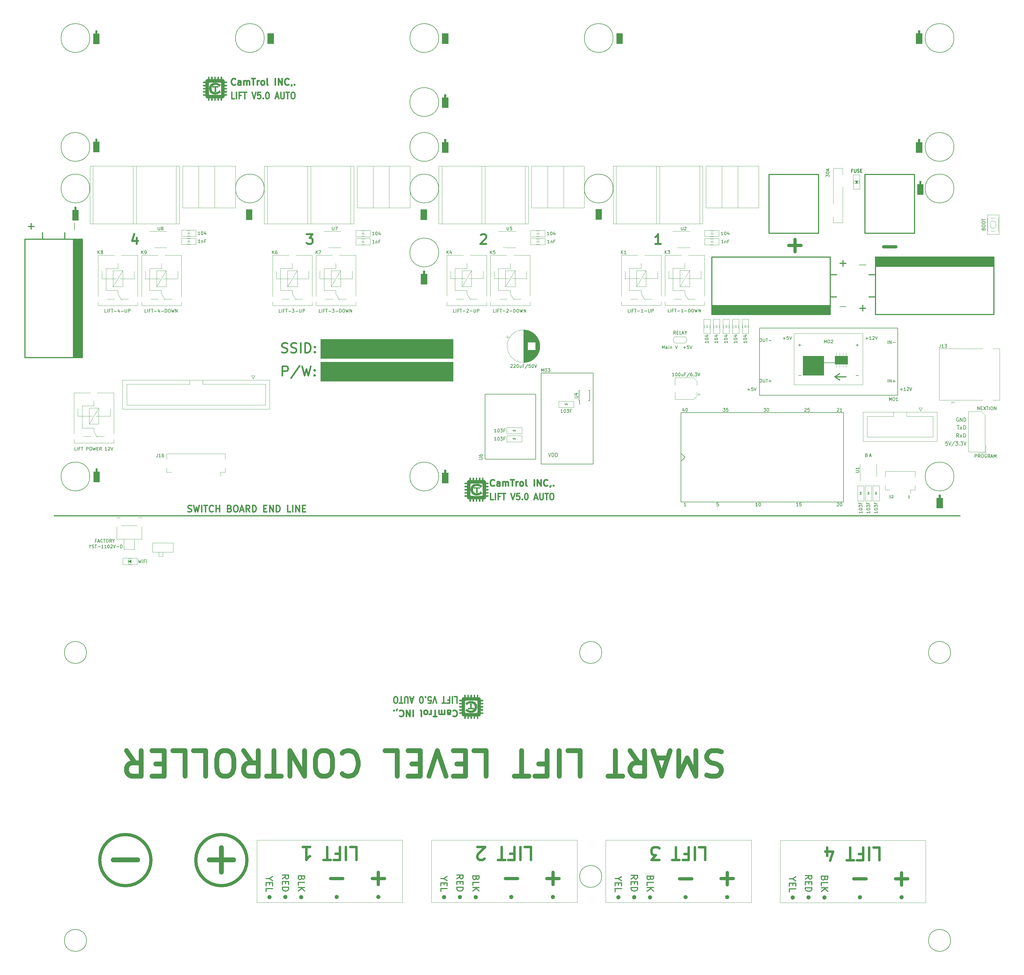
<source format=gbr>
%TF.GenerationSoftware,KiCad,Pcbnew,7.0.1*%
%TF.CreationDate,2024-04-02T15:52:51+09:00*%
%TF.ProjectId,Lift_Main_V5.0,4c696674-5f4d-4616-996e-5f56352e302e,rev?*%
%TF.SameCoordinates,Original*%
%TF.FileFunction,Legend,Top*%
%TF.FilePolarity,Positive*%
%FSLAX46Y46*%
G04 Gerber Fmt 4.6, Leading zero omitted, Abs format (unit mm)*
G04 Created by KiCad (PCBNEW 7.0.1) date 2024-04-02 15:52:51*
%MOMM*%
%LPD*%
G01*
G04 APERTURE LIST*
%ADD10C,0.668276*%
%ADD11C,0.120000*%
%ADD12C,1.000000*%
%ADD13C,0.100000*%
%ADD14C,0.300000*%
%ADD15C,0.750000*%
%ADD16C,0.400000*%
%ADD17C,0.200000*%
%ADD18C,1.500000*%
%ADD19C,0.500000*%
%ADD20C,0.150000*%
%ADD21C,0.600000*%
%ADD22C,0.250000*%
%ADD23C,0.180000*%
%ADD24C,0.350000*%
%ADD25C,0.010000*%
G04 APERTURE END LIST*
D10*
X223184137Y-477985685D02*
G75*
G03*
X223184137Y-477985685I-334138J0D01*
G01*
D11*
X188200000Y-228110000D02*
X190100000Y-228110000D01*
X190100000Y-231310000D01*
X188200000Y-231310000D01*
X188200000Y-228110000D01*
G36*
X188200000Y-228110000D02*
G01*
X190100000Y-228110000D01*
X190100000Y-231310000D01*
X188200000Y-231310000D01*
X188200000Y-228110000D01*
G37*
D10*
X253544137Y-478101596D02*
G75*
G03*
X253544137Y-478101596I-334138J0D01*
G01*
X298124137Y-478140776D02*
G75*
G03*
X298124137Y-478140776I-334138J0D01*
G01*
X308024137Y-478150000D02*
G75*
G03*
X308024137Y-478150000I-334138J0D01*
G01*
X264644137Y-478041596D02*
G75*
G03*
X264644137Y-478041596I-334138J0D01*
G01*
X319124137Y-478090000D02*
G75*
G03*
X319124137Y-478090000I-334138J0D01*
G01*
X277644137Y-478029872D02*
G75*
G03*
X277644137Y-478029872I-334138J0D01*
G01*
D11*
X336680000Y-255240000D02*
X338580000Y-255240000D01*
X338580000Y-258440000D01*
X336680000Y-258440000D01*
X336680000Y-255240000D01*
G36*
X336680000Y-255240000D02*
G01*
X338580000Y-255240000D01*
X338580000Y-258440000D01*
X336680000Y-258440000D01*
X336680000Y-255240000D01*
G37*
X337355000Y-254240000D02*
X337905000Y-254240000D01*
X337905000Y-255240000D01*
X337355000Y-255240000D01*
X337355000Y-254240000D01*
G36*
X337355000Y-254240000D02*
G01*
X337905000Y-254240000D01*
X337905000Y-255240000D01*
X337355000Y-255240000D01*
X337355000Y-254240000D01*
G37*
D10*
X199084137Y-478057409D02*
G75*
G03*
X199084137Y-478057409I-334138J0D01*
G01*
D12*
X127269999Y-466470000D02*
G75*
G03*
X127269999Y-466470000I-8000000J0D01*
G01*
D11*
X79290000Y-345080000D02*
X81190000Y-345080000D01*
X81190000Y-348280000D01*
X79290000Y-348280000D01*
X79290000Y-345080000D01*
G36*
X79290000Y-345080000D02*
G01*
X81190000Y-345080000D01*
X81190000Y-348280000D01*
X79290000Y-348280000D01*
X79290000Y-345080000D01*
G37*
D10*
X332124137Y-478078276D02*
G75*
G03*
X332124137Y-478078276I-334138J0D01*
G01*
X243644137Y-478092372D02*
G75*
G03*
X243644137Y-478092372I-334138J0D01*
G01*
X210184137Y-477997409D02*
G75*
G03*
X210184137Y-477997409I-334138J0D01*
G01*
D11*
X342720000Y-353250000D02*
X344620000Y-353250000D01*
X344620000Y-356450000D01*
X342720000Y-356450000D01*
X342720000Y-353250000D01*
G36*
X342720000Y-353250000D02*
G01*
X344620000Y-353250000D01*
X344620000Y-356450000D01*
X342720000Y-356450000D01*
X342720000Y-353250000D01*
G37*
D10*
X194129137Y-478015685D02*
G75*
G03*
X194129137Y-478015685I-334138J0D01*
G01*
D11*
X182275000Y-282270000D02*
X182825000Y-282270000D01*
X182825000Y-283270000D01*
X182275000Y-283270000D01*
X182275000Y-282270000D01*
G36*
X182275000Y-282270000D02*
G01*
X182825000Y-282270000D01*
X182825000Y-283270000D01*
X182275000Y-283270000D01*
X182275000Y-282270000D01*
G37*
X79875000Y-207160000D02*
X80425000Y-207160000D01*
X80425000Y-208160000D01*
X79875000Y-208160000D01*
X79875000Y-207160000D01*
G36*
X79875000Y-207160000D02*
G01*
X80425000Y-207160000D01*
X80425000Y-208160000D01*
X79875000Y-208160000D01*
X79875000Y-207160000D01*
G37*
X188875000Y-227110000D02*
X189425000Y-227110000D01*
X189425000Y-228110000D01*
X188875000Y-228110000D01*
X188875000Y-227110000D01*
G36*
X188875000Y-227110000D02*
G01*
X189425000Y-227110000D01*
X189425000Y-228110000D01*
X188875000Y-228110000D01*
X188875000Y-227110000D01*
G37*
X79875000Y-240970000D02*
X80425000Y-240970000D01*
X80425000Y-241970000D01*
X79875000Y-241970000D01*
X79875000Y-240970000D01*
G36*
X79875000Y-240970000D02*
G01*
X80425000Y-240970000D01*
X80425000Y-241970000D01*
X79875000Y-241970000D01*
X79875000Y-240970000D01*
G37*
X336975000Y-241100000D02*
X337525000Y-241100000D01*
X337525000Y-242100000D01*
X336975000Y-242100000D01*
X336975000Y-241100000D01*
G36*
X336975000Y-241100000D02*
G01*
X337525000Y-241100000D01*
X337525000Y-242100000D01*
X336975000Y-242100000D01*
X336975000Y-241100000D01*
G37*
X79200000Y-208160000D02*
X81100000Y-208160000D01*
X81100000Y-211360000D01*
X79200000Y-211360000D01*
X79200000Y-208160000D01*
G36*
X79200000Y-208160000D02*
G01*
X81100000Y-208160000D01*
X81100000Y-211360000D01*
X79200000Y-211360000D01*
X79200000Y-208160000D01*
G37*
X130339999Y-460191596D02*
X175859999Y-460191596D01*
X175859999Y-479661596D01*
X130339999Y-479661596D01*
X130339999Y-460191596D01*
X242700000Y-208090000D02*
X244600000Y-208090000D01*
X244600000Y-211290000D01*
X242700000Y-211290000D01*
X242700000Y-208090000D01*
G36*
X242700000Y-208090000D02*
G01*
X244600000Y-208090000D01*
X244600000Y-211290000D01*
X242700000Y-211290000D01*
X242700000Y-208090000D01*
G37*
D10*
X248589137Y-478059872D02*
G75*
G03*
X248589137Y-478059872I-334138J0D01*
G01*
X168644137Y-477969872D02*
G75*
G03*
X168644137Y-477969872I-334138J0D01*
G01*
D11*
X239339999Y-460251596D02*
X284859999Y-460251596D01*
X284859999Y-479721596D01*
X239339999Y-479721596D01*
X239339999Y-460251596D01*
D10*
X303069137Y-478108276D02*
G75*
G03*
X303069137Y-478108276I-334138J0D01*
G01*
D13*
X191690000Y-309650000D02*
X150290000Y-309650000D01*
X150290000Y-303650000D01*
X191690000Y-303650000D01*
X191690000Y-309650000D01*
G36*
X191690000Y-309650000D02*
G01*
X150290000Y-309650000D01*
X150290000Y-303650000D01*
X191690000Y-303650000D01*
X191690000Y-309650000D01*
G37*
D11*
X188885000Y-344430000D02*
X189435000Y-344430000D01*
X189435000Y-345430000D01*
X188885000Y-345430000D01*
X188885000Y-344430000D01*
G36*
X188885000Y-344430000D02*
G01*
X189435000Y-344430000D01*
X189435000Y-345430000D01*
X188885000Y-345430000D01*
X188885000Y-344430000D01*
G37*
X133700000Y-208110000D02*
X135600000Y-208110000D01*
X135600000Y-211310000D01*
X133700000Y-211310000D01*
X133700000Y-208110000D01*
G36*
X133700000Y-208110000D02*
G01*
X135600000Y-208110000D01*
X135600000Y-211310000D01*
X133700000Y-211310000D01*
X133700000Y-208110000D01*
G37*
X188200000Y-242100000D02*
X190100000Y-242100000D01*
X190100000Y-245300000D01*
X188200000Y-245300000D01*
X188200000Y-242100000D01*
G36*
X188200000Y-242100000D02*
G01*
X190100000Y-242100000D01*
X190100000Y-245300000D01*
X188200000Y-245300000D01*
X188200000Y-242100000D01*
G37*
X184879999Y-460207409D02*
X230399999Y-460207409D01*
X230399999Y-479677409D01*
X184879999Y-479677409D01*
X184879999Y-460207409D01*
X79200000Y-241970000D02*
X81100000Y-241970000D01*
X81100000Y-245170000D01*
X79200000Y-245170000D01*
X79200000Y-241970000D01*
G36*
X79200000Y-241970000D02*
G01*
X81100000Y-241970000D01*
X81100000Y-245170000D01*
X79200000Y-245170000D01*
X79200000Y-241970000D01*
G37*
X236200000Y-263000000D02*
X238100000Y-263000000D01*
X238100000Y-266200000D01*
X236200000Y-266200000D01*
X236200000Y-263000000D01*
G36*
X236200000Y-263000000D02*
G01*
X238100000Y-263000000D01*
X238100000Y-266200000D01*
X236200000Y-266200000D01*
X236200000Y-263000000D01*
G37*
D10*
X134644137Y-478032372D02*
G75*
G03*
X134644137Y-478032372I-334138J0D01*
G01*
X139589137Y-477999872D02*
G75*
G03*
X139589137Y-477999872I-334138J0D01*
G01*
D11*
X188200000Y-208110000D02*
X190100000Y-208110000D01*
X190100000Y-211310000D01*
X188200000Y-211310000D01*
X188200000Y-208110000D01*
G36*
X188200000Y-208110000D02*
G01*
X190100000Y-208110000D01*
X190100000Y-211310000D01*
X188200000Y-211310000D01*
X188200000Y-208110000D01*
G37*
X188210000Y-345430000D02*
X190110000Y-345430000D01*
X190110000Y-348630000D01*
X188210000Y-348630000D01*
X188210000Y-345430000D01*
G36*
X188210000Y-345430000D02*
G01*
X190110000Y-345430000D01*
X190110000Y-348630000D01*
X188210000Y-348630000D01*
X188210000Y-345430000D01*
G37*
X336300000Y-208110000D02*
X338200000Y-208110000D01*
X338200000Y-211310000D01*
X336300000Y-211310000D01*
X336300000Y-208110000D01*
G36*
X336300000Y-208110000D02*
G01*
X338200000Y-208110000D01*
X338200000Y-211310000D01*
X336300000Y-211310000D01*
X336300000Y-208110000D01*
G37*
X72690000Y-263270000D02*
X74590000Y-263270000D01*
X74590000Y-266470000D01*
X72690000Y-266470000D01*
X72690000Y-263270000D01*
G36*
X72690000Y-263270000D02*
G01*
X74590000Y-263270000D01*
X74590000Y-266470000D01*
X72690000Y-266470000D01*
X72690000Y-263270000D01*
G37*
X79965000Y-344080000D02*
X80515000Y-344080000D01*
X80515000Y-345080000D01*
X79965000Y-345080000D01*
X79965000Y-344080000D01*
G36*
X79965000Y-344080000D02*
G01*
X80515000Y-344080000D01*
X80515000Y-345080000D01*
X79965000Y-345080000D01*
X79965000Y-344080000D01*
G37*
D14*
X66996667Y-358850000D02*
X350106667Y-358850000D01*
D11*
X293819999Y-460300000D02*
X339339999Y-460300000D01*
X339339999Y-479770000D01*
X293819999Y-479770000D01*
X293819999Y-460300000D01*
D12*
X97269999Y-466470000D02*
G75*
G03*
X97269999Y-466470000I-8000000J0D01*
G01*
D11*
X336300000Y-242100000D02*
X338200000Y-242100000D01*
X338200000Y-245300000D01*
X336300000Y-245300000D01*
X336300000Y-242100000D01*
G36*
X336300000Y-242100000D02*
G01*
X338200000Y-242100000D01*
X338200000Y-245300000D01*
X336300000Y-245300000D01*
X336300000Y-242100000D01*
G37*
X343395000Y-352250000D02*
X343945000Y-352250000D01*
X343945000Y-353250000D01*
X343395000Y-353250000D01*
X343395000Y-352250000D01*
G36*
X343395000Y-352250000D02*
G01*
X343945000Y-352250000D01*
X343945000Y-353250000D01*
X343395000Y-353250000D01*
X343395000Y-352250000D01*
G37*
X126950000Y-263140000D02*
X128850000Y-263140000D01*
X128850000Y-266340000D01*
X126950000Y-266340000D01*
X126950000Y-263140000D01*
G36*
X126950000Y-263140000D02*
G01*
X128850000Y-263140000D01*
X128850000Y-266340000D01*
X126950000Y-266340000D01*
X126950000Y-263140000D01*
G37*
X73365000Y-262270000D02*
X73915000Y-262270000D01*
X73915000Y-263270000D01*
X73365000Y-263270000D01*
X73365000Y-262270000D01*
G36*
X73365000Y-262270000D02*
G01*
X73915000Y-262270000D01*
X73915000Y-263270000D01*
X73365000Y-263270000D01*
X73365000Y-262270000D01*
G37*
D13*
X191690000Y-316750000D02*
X150290000Y-316750000D01*
X150290000Y-310750000D01*
X191690000Y-310750000D01*
X191690000Y-316750000D01*
G36*
X191690000Y-316750000D02*
G01*
X150290000Y-316750000D01*
X150290000Y-310750000D01*
X191690000Y-310750000D01*
X191690000Y-316750000D01*
G37*
D11*
X181600000Y-283270000D02*
X183500000Y-283270000D01*
X183500000Y-286470000D01*
X181600000Y-286470000D01*
X181600000Y-283270000D01*
G36*
X181600000Y-283270000D02*
G01*
X183500000Y-283270000D01*
X183500000Y-286470000D01*
X181600000Y-286470000D01*
X181600000Y-283270000D01*
G37*
D10*
X144544137Y-478041596D02*
G75*
G03*
X144544137Y-478041596I-334138J0D01*
G01*
X189184137Y-478048185D02*
G75*
G03*
X189184137Y-478048185I-334138J0D01*
G01*
D11*
X181540000Y-263120000D02*
X183440000Y-263120000D01*
X183440000Y-266320000D01*
X181540000Y-266320000D01*
X181540000Y-263120000D01*
G36*
X181540000Y-263120000D02*
G01*
X183440000Y-263120000D01*
X183440000Y-266320000D01*
X181540000Y-266320000D01*
X181540000Y-263120000D01*
G37*
X188875000Y-241100000D02*
X189425000Y-241100000D01*
X189425000Y-242100000D01*
X188875000Y-242100000D01*
X188875000Y-241100000D01*
G36*
X188875000Y-241100000D02*
G01*
X189425000Y-241100000D01*
X189425000Y-242100000D01*
X188875000Y-242100000D01*
X188875000Y-241100000D01*
G37*
D10*
X155644137Y-477981596D02*
G75*
G03*
X155644137Y-477981596I-334138J0D01*
G01*
D11*
X336975000Y-207110000D02*
X337525000Y-207110000D01*
X337525000Y-208110000D01*
X336975000Y-208110000D01*
X336975000Y-207110000D01*
G36*
X336975000Y-207110000D02*
G01*
X337525000Y-207110000D01*
X337525000Y-208110000D01*
X336975000Y-208110000D01*
X336975000Y-207110000D01*
G37*
D15*
X322970951Y-462459523D02*
X324875713Y-462459523D01*
X324875713Y-462459523D02*
X324875713Y-466459523D01*
X321637618Y-462459523D02*
X321637618Y-466459523D01*
X318399522Y-464554761D02*
X319732856Y-464554761D01*
X319732856Y-462459523D02*
X319732856Y-466459523D01*
X319732856Y-466459523D02*
X317828094Y-466459523D01*
X316875713Y-466459523D02*
X314589999Y-466459523D01*
X315732856Y-462459523D02*
X315732856Y-466459523D01*
X308494761Y-465126190D02*
X308494761Y-462459523D01*
X309447142Y-466650000D02*
X310399523Y-463792857D01*
X310399523Y-463792857D02*
X307923332Y-463792857D01*
D16*
X123335714Y-228485238D02*
X122478571Y-228485238D01*
X122478571Y-228485238D02*
X122478571Y-226485238D01*
X123935714Y-228485238D02*
X123935714Y-226485238D01*
X125392857Y-227437619D02*
X124792857Y-227437619D01*
X124792857Y-228485238D02*
X124792857Y-226485238D01*
X124792857Y-226485238D02*
X125650000Y-226485238D01*
X126078571Y-226485238D02*
X127107143Y-226485238D01*
X126592857Y-228485238D02*
X126592857Y-226485238D01*
X128821429Y-226485238D02*
X129421429Y-228485238D01*
X129421429Y-228485238D02*
X130021429Y-226485238D01*
X131478572Y-226485238D02*
X130621429Y-226485238D01*
X130621429Y-226485238D02*
X130535715Y-227437619D01*
X130535715Y-227437619D02*
X130621429Y-227342380D01*
X130621429Y-227342380D02*
X130792858Y-227247142D01*
X130792858Y-227247142D02*
X131221429Y-227247142D01*
X131221429Y-227247142D02*
X131392858Y-227342380D01*
X131392858Y-227342380D02*
X131478572Y-227437619D01*
X131478572Y-227437619D02*
X131564286Y-227628095D01*
X131564286Y-227628095D02*
X131564286Y-228104285D01*
X131564286Y-228104285D02*
X131478572Y-228294761D01*
X131478572Y-228294761D02*
X131392858Y-228390000D01*
X131392858Y-228390000D02*
X131221429Y-228485238D01*
X131221429Y-228485238D02*
X130792858Y-228485238D01*
X130792858Y-228485238D02*
X130621429Y-228390000D01*
X130621429Y-228390000D02*
X130535715Y-228294761D01*
X132335715Y-228294761D02*
X132421429Y-228390000D01*
X132421429Y-228390000D02*
X132335715Y-228485238D01*
X132335715Y-228485238D02*
X132250001Y-228390000D01*
X132250001Y-228390000D02*
X132335715Y-228294761D01*
X132335715Y-228294761D02*
X132335715Y-228485238D01*
X133535715Y-226485238D02*
X133707144Y-226485238D01*
X133707144Y-226485238D02*
X133878572Y-226580476D01*
X133878572Y-226580476D02*
X133964287Y-226675714D01*
X133964287Y-226675714D02*
X134050001Y-226866190D01*
X134050001Y-226866190D02*
X134135715Y-227247142D01*
X134135715Y-227247142D02*
X134135715Y-227723333D01*
X134135715Y-227723333D02*
X134050001Y-228104285D01*
X134050001Y-228104285D02*
X133964287Y-228294761D01*
X133964287Y-228294761D02*
X133878572Y-228390000D01*
X133878572Y-228390000D02*
X133707144Y-228485238D01*
X133707144Y-228485238D02*
X133535715Y-228485238D01*
X133535715Y-228485238D02*
X133364287Y-228390000D01*
X133364287Y-228390000D02*
X133278572Y-228294761D01*
X133278572Y-228294761D02*
X133192858Y-228104285D01*
X133192858Y-228104285D02*
X133107144Y-227723333D01*
X133107144Y-227723333D02*
X133107144Y-227247142D01*
X133107144Y-227247142D02*
X133192858Y-226866190D01*
X133192858Y-226866190D02*
X133278572Y-226675714D01*
X133278572Y-226675714D02*
X133364287Y-226580476D01*
X133364287Y-226580476D02*
X133535715Y-226485238D01*
X136192859Y-227913809D02*
X137050002Y-227913809D01*
X136021430Y-228485238D02*
X136621430Y-226485238D01*
X136621430Y-226485238D02*
X137221430Y-228485238D01*
X137821430Y-226485238D02*
X137821430Y-228104285D01*
X137821430Y-228104285D02*
X137907144Y-228294761D01*
X137907144Y-228294761D02*
X137992859Y-228390000D01*
X137992859Y-228390000D02*
X138164287Y-228485238D01*
X138164287Y-228485238D02*
X138507144Y-228485238D01*
X138507144Y-228485238D02*
X138678573Y-228390000D01*
X138678573Y-228390000D02*
X138764287Y-228294761D01*
X138764287Y-228294761D02*
X138850001Y-228104285D01*
X138850001Y-228104285D02*
X138850001Y-226485238D01*
X139450001Y-226485238D02*
X140478573Y-226485238D01*
X139964287Y-228485238D02*
X139964287Y-226485238D01*
X141421430Y-226485238D02*
X141764287Y-226485238D01*
X141764287Y-226485238D02*
X141935716Y-226580476D01*
X141935716Y-226580476D02*
X142107144Y-226770952D01*
X142107144Y-226770952D02*
X142192859Y-227151904D01*
X142192859Y-227151904D02*
X142192859Y-227818571D01*
X142192859Y-227818571D02*
X142107144Y-228199523D01*
X142107144Y-228199523D02*
X141935716Y-228390000D01*
X141935716Y-228390000D02*
X141764287Y-228485238D01*
X141764287Y-228485238D02*
X141421430Y-228485238D01*
X141421430Y-228485238D02*
X141250002Y-228390000D01*
X141250002Y-228390000D02*
X141078573Y-228199523D01*
X141078573Y-228199523D02*
X140992859Y-227818571D01*
X140992859Y-227818571D02*
X140992859Y-227151904D01*
X140992859Y-227151904D02*
X141078573Y-226770952D01*
X141078573Y-226770952D02*
X141250002Y-226580476D01*
X141250002Y-226580476D02*
X141421430Y-226485238D01*
D17*
X349565714Y-328232285D02*
X349460952Y-328175142D01*
X349460952Y-328175142D02*
X349303809Y-328175142D01*
X349303809Y-328175142D02*
X349146666Y-328232285D01*
X349146666Y-328232285D02*
X349041904Y-328346571D01*
X349041904Y-328346571D02*
X348989523Y-328460857D01*
X348989523Y-328460857D02*
X348937142Y-328689428D01*
X348937142Y-328689428D02*
X348937142Y-328860857D01*
X348937142Y-328860857D02*
X348989523Y-329089428D01*
X348989523Y-329089428D02*
X349041904Y-329203714D01*
X349041904Y-329203714D02*
X349146666Y-329318000D01*
X349146666Y-329318000D02*
X349303809Y-329375142D01*
X349303809Y-329375142D02*
X349408571Y-329375142D01*
X349408571Y-329375142D02*
X349565714Y-329318000D01*
X349565714Y-329318000D02*
X349618095Y-329260857D01*
X349618095Y-329260857D02*
X349618095Y-328860857D01*
X349618095Y-328860857D02*
X349408571Y-328860857D01*
X350089523Y-329375142D02*
X350089523Y-328175142D01*
X350089523Y-328175142D02*
X350718095Y-329375142D01*
X350718095Y-329375142D02*
X350718095Y-328175142D01*
X351241904Y-329375142D02*
X351241904Y-328175142D01*
X351241904Y-328175142D02*
X351503809Y-328175142D01*
X351503809Y-328175142D02*
X351660952Y-328232285D01*
X351660952Y-328232285D02*
X351765714Y-328346571D01*
X351765714Y-328346571D02*
X351818095Y-328460857D01*
X351818095Y-328460857D02*
X351870476Y-328689428D01*
X351870476Y-328689428D02*
X351870476Y-328860857D01*
X351870476Y-328860857D02*
X351818095Y-329089428D01*
X351818095Y-329089428D02*
X351765714Y-329203714D01*
X351765714Y-329203714D02*
X351660952Y-329318000D01*
X351660952Y-329318000D02*
X351503809Y-329375142D01*
X351503809Y-329375142D02*
X351241904Y-329375142D01*
D18*
X93079522Y-466353333D02*
X85460475Y-466353333D01*
D17*
X331358095Y-319352452D02*
X332120000Y-319352452D01*
X331739047Y-319733405D02*
X331739047Y-318971500D01*
X333119999Y-319733405D02*
X332548571Y-319733405D01*
X332834285Y-319733405D02*
X332834285Y-318733405D01*
X332834285Y-318733405D02*
X332739047Y-318876262D01*
X332739047Y-318876262D02*
X332643809Y-318971500D01*
X332643809Y-318971500D02*
X332548571Y-319019119D01*
X333500952Y-318828643D02*
X333548571Y-318781024D01*
X333548571Y-318781024D02*
X333643809Y-318733405D01*
X333643809Y-318733405D02*
X333881904Y-318733405D01*
X333881904Y-318733405D02*
X333977142Y-318781024D01*
X333977142Y-318781024D02*
X334024761Y-318828643D01*
X334024761Y-318828643D02*
X334072380Y-318923881D01*
X334072380Y-318923881D02*
X334072380Y-319019119D01*
X334072380Y-319019119D02*
X334024761Y-319161976D01*
X334024761Y-319161976D02*
X333453333Y-319733405D01*
X333453333Y-319733405D02*
X334072380Y-319733405D01*
X334358095Y-318733405D02*
X334691428Y-319733405D01*
X334691428Y-319733405D02*
X335024761Y-318733405D01*
D19*
X204575035Y-349375288D02*
X204479797Y-349470527D01*
X204479797Y-349470527D02*
X204194083Y-349565765D01*
X204194083Y-349565765D02*
X204003607Y-349565765D01*
X204003607Y-349565765D02*
X203717892Y-349470527D01*
X203717892Y-349470527D02*
X203527416Y-349280050D01*
X203527416Y-349280050D02*
X203432178Y-349089574D01*
X203432178Y-349089574D02*
X203336940Y-348708622D01*
X203336940Y-348708622D02*
X203336940Y-348422907D01*
X203336940Y-348422907D02*
X203432178Y-348041955D01*
X203432178Y-348041955D02*
X203527416Y-347851479D01*
X203527416Y-347851479D02*
X203717892Y-347661003D01*
X203717892Y-347661003D02*
X204003607Y-347565765D01*
X204003607Y-347565765D02*
X204194083Y-347565765D01*
X204194083Y-347565765D02*
X204479797Y-347661003D01*
X204479797Y-347661003D02*
X204575035Y-347756241D01*
X206289321Y-349565765D02*
X206289321Y-348518146D01*
X206289321Y-348518146D02*
X206194083Y-348327669D01*
X206194083Y-348327669D02*
X206003607Y-348232431D01*
X206003607Y-348232431D02*
X205622654Y-348232431D01*
X205622654Y-348232431D02*
X205432178Y-348327669D01*
X206289321Y-349470527D02*
X206098845Y-349565765D01*
X206098845Y-349565765D02*
X205622654Y-349565765D01*
X205622654Y-349565765D02*
X205432178Y-349470527D01*
X205432178Y-349470527D02*
X205336940Y-349280050D01*
X205336940Y-349280050D02*
X205336940Y-349089574D01*
X205336940Y-349089574D02*
X205432178Y-348899098D01*
X205432178Y-348899098D02*
X205622654Y-348803860D01*
X205622654Y-348803860D02*
X206098845Y-348803860D01*
X206098845Y-348803860D02*
X206289321Y-348708622D01*
X207241702Y-349565765D02*
X207241702Y-348232431D01*
X207241702Y-348422907D02*
X207336940Y-348327669D01*
X207336940Y-348327669D02*
X207527416Y-348232431D01*
X207527416Y-348232431D02*
X207813131Y-348232431D01*
X207813131Y-348232431D02*
X208003607Y-348327669D01*
X208003607Y-348327669D02*
X208098845Y-348518146D01*
X208098845Y-348518146D02*
X208098845Y-349565765D01*
X208098845Y-348518146D02*
X208194083Y-348327669D01*
X208194083Y-348327669D02*
X208384559Y-348232431D01*
X208384559Y-348232431D02*
X208670273Y-348232431D01*
X208670273Y-348232431D02*
X208860750Y-348327669D01*
X208860750Y-348327669D02*
X208955988Y-348518146D01*
X208955988Y-348518146D02*
X208955988Y-349565765D01*
X209622655Y-347565765D02*
X210765512Y-347565765D01*
X210194083Y-349565765D02*
X210194083Y-347565765D01*
X211432179Y-349565765D02*
X211432179Y-348232431D01*
X211432179Y-348613384D02*
X211527417Y-348422907D01*
X211527417Y-348422907D02*
X211622655Y-348327669D01*
X211622655Y-348327669D02*
X211813131Y-348232431D01*
X211813131Y-348232431D02*
X212003608Y-348232431D01*
X212955988Y-349565765D02*
X212765512Y-349470527D01*
X212765512Y-349470527D02*
X212670274Y-349375288D01*
X212670274Y-349375288D02*
X212575036Y-349184812D01*
X212575036Y-349184812D02*
X212575036Y-348613384D01*
X212575036Y-348613384D02*
X212670274Y-348422907D01*
X212670274Y-348422907D02*
X212765512Y-348327669D01*
X212765512Y-348327669D02*
X212955988Y-348232431D01*
X212955988Y-348232431D02*
X213241703Y-348232431D01*
X213241703Y-348232431D02*
X213432179Y-348327669D01*
X213432179Y-348327669D02*
X213527417Y-348422907D01*
X213527417Y-348422907D02*
X213622655Y-348613384D01*
X213622655Y-348613384D02*
X213622655Y-349184812D01*
X213622655Y-349184812D02*
X213527417Y-349375288D01*
X213527417Y-349375288D02*
X213432179Y-349470527D01*
X213432179Y-349470527D02*
X213241703Y-349565765D01*
X213241703Y-349565765D02*
X212955988Y-349565765D01*
X214765512Y-349565765D02*
X214575036Y-349470527D01*
X214575036Y-349470527D02*
X214479798Y-349280050D01*
X214479798Y-349280050D02*
X214479798Y-347565765D01*
X217051227Y-349565765D02*
X217051227Y-347565765D01*
X218003608Y-349565765D02*
X218003608Y-347565765D01*
X218003608Y-347565765D02*
X219146465Y-349565765D01*
X219146465Y-349565765D02*
X219146465Y-347565765D01*
X221241703Y-349375288D02*
X221146465Y-349470527D01*
X221146465Y-349470527D02*
X220860751Y-349565765D01*
X220860751Y-349565765D02*
X220670275Y-349565765D01*
X220670275Y-349565765D02*
X220384560Y-349470527D01*
X220384560Y-349470527D02*
X220194084Y-349280050D01*
X220194084Y-349280050D02*
X220098846Y-349089574D01*
X220098846Y-349089574D02*
X220003608Y-348708622D01*
X220003608Y-348708622D02*
X220003608Y-348422907D01*
X220003608Y-348422907D02*
X220098846Y-348041955D01*
X220098846Y-348041955D02*
X220194084Y-347851479D01*
X220194084Y-347851479D02*
X220384560Y-347661003D01*
X220384560Y-347661003D02*
X220670275Y-347565765D01*
X220670275Y-347565765D02*
X220860751Y-347565765D01*
X220860751Y-347565765D02*
X221146465Y-347661003D01*
X221146465Y-347661003D02*
X221241703Y-347756241D01*
X222194084Y-349470527D02*
X222194084Y-349565765D01*
X222194084Y-349565765D02*
X222098846Y-349756241D01*
X222098846Y-349756241D02*
X222003608Y-349851479D01*
X223051227Y-349375288D02*
X223146465Y-349470527D01*
X223146465Y-349470527D02*
X223051227Y-349565765D01*
X223051227Y-349565765D02*
X222955989Y-349470527D01*
X222955989Y-349470527D02*
X223051227Y-349375288D01*
X223051227Y-349375288D02*
X223051227Y-349565765D01*
X191664963Y-419814711D02*
X191760201Y-419719473D01*
X191760201Y-419719473D02*
X192045915Y-419624234D01*
X192045915Y-419624234D02*
X192236391Y-419624234D01*
X192236391Y-419624234D02*
X192522106Y-419719473D01*
X192522106Y-419719473D02*
X192712582Y-419909949D01*
X192712582Y-419909949D02*
X192807820Y-420100425D01*
X192807820Y-420100425D02*
X192903058Y-420481377D01*
X192903058Y-420481377D02*
X192903058Y-420767092D01*
X192903058Y-420767092D02*
X192807820Y-421148044D01*
X192807820Y-421148044D02*
X192712582Y-421338520D01*
X192712582Y-421338520D02*
X192522106Y-421528996D01*
X192522106Y-421528996D02*
X192236391Y-421624234D01*
X192236391Y-421624234D02*
X192045915Y-421624234D01*
X192045915Y-421624234D02*
X191760201Y-421528996D01*
X191760201Y-421528996D02*
X191664963Y-421433758D01*
X189950677Y-419624234D02*
X189950677Y-420671853D01*
X189950677Y-420671853D02*
X190045915Y-420862330D01*
X190045915Y-420862330D02*
X190236391Y-420957568D01*
X190236391Y-420957568D02*
X190617344Y-420957568D01*
X190617344Y-420957568D02*
X190807820Y-420862330D01*
X189950677Y-419719473D02*
X190141153Y-419624234D01*
X190141153Y-419624234D02*
X190617344Y-419624234D01*
X190617344Y-419624234D02*
X190807820Y-419719473D01*
X190807820Y-419719473D02*
X190903058Y-419909949D01*
X190903058Y-419909949D02*
X190903058Y-420100425D01*
X190903058Y-420100425D02*
X190807820Y-420290901D01*
X190807820Y-420290901D02*
X190617344Y-420386139D01*
X190617344Y-420386139D02*
X190141153Y-420386139D01*
X190141153Y-420386139D02*
X189950677Y-420481377D01*
X188998296Y-419624234D02*
X188998296Y-420957568D01*
X188998296Y-420767092D02*
X188903058Y-420862330D01*
X188903058Y-420862330D02*
X188712582Y-420957568D01*
X188712582Y-420957568D02*
X188426867Y-420957568D01*
X188426867Y-420957568D02*
X188236391Y-420862330D01*
X188236391Y-420862330D02*
X188141153Y-420671853D01*
X188141153Y-420671853D02*
X188141153Y-419624234D01*
X188141153Y-420671853D02*
X188045915Y-420862330D01*
X188045915Y-420862330D02*
X187855439Y-420957568D01*
X187855439Y-420957568D02*
X187569725Y-420957568D01*
X187569725Y-420957568D02*
X187379248Y-420862330D01*
X187379248Y-420862330D02*
X187284010Y-420671853D01*
X187284010Y-420671853D02*
X187284010Y-419624234D01*
X186617343Y-421624234D02*
X185474486Y-421624234D01*
X186045915Y-419624234D02*
X186045915Y-421624234D01*
X184807819Y-419624234D02*
X184807819Y-420957568D01*
X184807819Y-420576615D02*
X184712581Y-420767092D01*
X184712581Y-420767092D02*
X184617343Y-420862330D01*
X184617343Y-420862330D02*
X184426867Y-420957568D01*
X184426867Y-420957568D02*
X184236390Y-420957568D01*
X183284010Y-419624234D02*
X183474486Y-419719473D01*
X183474486Y-419719473D02*
X183569724Y-419814711D01*
X183569724Y-419814711D02*
X183664962Y-420005187D01*
X183664962Y-420005187D02*
X183664962Y-420576615D01*
X183664962Y-420576615D02*
X183569724Y-420767092D01*
X183569724Y-420767092D02*
X183474486Y-420862330D01*
X183474486Y-420862330D02*
X183284010Y-420957568D01*
X183284010Y-420957568D02*
X182998295Y-420957568D01*
X182998295Y-420957568D02*
X182807819Y-420862330D01*
X182807819Y-420862330D02*
X182712581Y-420767092D01*
X182712581Y-420767092D02*
X182617343Y-420576615D01*
X182617343Y-420576615D02*
X182617343Y-420005187D01*
X182617343Y-420005187D02*
X182712581Y-419814711D01*
X182712581Y-419814711D02*
X182807819Y-419719473D01*
X182807819Y-419719473D02*
X182998295Y-419624234D01*
X182998295Y-419624234D02*
X183284010Y-419624234D01*
X181474486Y-419624234D02*
X181664962Y-419719473D01*
X181664962Y-419719473D02*
X181760200Y-419909949D01*
X181760200Y-419909949D02*
X181760200Y-421624234D01*
X179188771Y-419624234D02*
X179188771Y-421624234D01*
X178236390Y-419624234D02*
X178236390Y-421624234D01*
X178236390Y-421624234D02*
X177093533Y-419624234D01*
X177093533Y-419624234D02*
X177093533Y-421624234D01*
X174998295Y-419814711D02*
X175093533Y-419719473D01*
X175093533Y-419719473D02*
X175379247Y-419624234D01*
X175379247Y-419624234D02*
X175569723Y-419624234D01*
X175569723Y-419624234D02*
X175855438Y-419719473D01*
X175855438Y-419719473D02*
X176045914Y-419909949D01*
X176045914Y-419909949D02*
X176141152Y-420100425D01*
X176141152Y-420100425D02*
X176236390Y-420481377D01*
X176236390Y-420481377D02*
X176236390Y-420767092D01*
X176236390Y-420767092D02*
X176141152Y-421148044D01*
X176141152Y-421148044D02*
X176045914Y-421338520D01*
X176045914Y-421338520D02*
X175855438Y-421528996D01*
X175855438Y-421528996D02*
X175569723Y-421624234D01*
X175569723Y-421624234D02*
X175379247Y-421624234D01*
X175379247Y-421624234D02*
X175093533Y-421528996D01*
X175093533Y-421528996D02*
X174998295Y-421433758D01*
X174045914Y-419719473D02*
X174045914Y-419624234D01*
X174045914Y-419624234D02*
X174141152Y-419433758D01*
X174141152Y-419433758D02*
X174236390Y-419338520D01*
X173188771Y-419814711D02*
X173093533Y-419719473D01*
X173093533Y-419719473D02*
X173188771Y-419624234D01*
X173188771Y-419624234D02*
X173284009Y-419719473D01*
X173284009Y-419719473D02*
X173188771Y-419814711D01*
X173188771Y-419814711D02*
X173188771Y-419624234D01*
D20*
D21*
X200312857Y-271103571D02*
X200455714Y-270960714D01*
X200455714Y-270960714D02*
X200741429Y-270817857D01*
X200741429Y-270817857D02*
X201455714Y-270817857D01*
X201455714Y-270817857D02*
X201741429Y-270960714D01*
X201741429Y-270960714D02*
X201884286Y-271103571D01*
X201884286Y-271103571D02*
X202027143Y-271389285D01*
X202027143Y-271389285D02*
X202027143Y-271675000D01*
X202027143Y-271675000D02*
X201884286Y-272103571D01*
X201884286Y-272103571D02*
X200170000Y-273817857D01*
X200170000Y-273817857D02*
X202027143Y-273817857D01*
D17*
X221474761Y-339225142D02*
X221841428Y-340425142D01*
X221841428Y-340425142D02*
X222208095Y-339225142D01*
X222574761Y-340425142D02*
X222574761Y-339225142D01*
X222574761Y-339225142D02*
X222836666Y-339225142D01*
X222836666Y-339225142D02*
X222993809Y-339282285D01*
X222993809Y-339282285D02*
X223098571Y-339396571D01*
X223098571Y-339396571D02*
X223150952Y-339510857D01*
X223150952Y-339510857D02*
X223203333Y-339739428D01*
X223203333Y-339739428D02*
X223203333Y-339910857D01*
X223203333Y-339910857D02*
X223150952Y-340139428D01*
X223150952Y-340139428D02*
X223098571Y-340253714D01*
X223098571Y-340253714D02*
X222993809Y-340368000D01*
X222993809Y-340368000D02*
X222836666Y-340425142D01*
X222836666Y-340425142D02*
X222574761Y-340425142D01*
X223674761Y-340425142D02*
X223674761Y-339225142D01*
X223674761Y-339225142D02*
X223936666Y-339225142D01*
X223936666Y-339225142D02*
X224093809Y-339282285D01*
X224093809Y-339282285D02*
X224198571Y-339396571D01*
X224198571Y-339396571D02*
X224250952Y-339510857D01*
X224250952Y-339510857D02*
X224303333Y-339739428D01*
X224303333Y-339739428D02*
X224303333Y-339910857D01*
X224303333Y-339910857D02*
X224250952Y-340139428D01*
X224250952Y-340139428D02*
X224198571Y-340253714D01*
X224198571Y-340253714D02*
X224093809Y-340368000D01*
X224093809Y-340368000D02*
X223936666Y-340425142D01*
X223936666Y-340425142D02*
X223674761Y-340425142D01*
X349108570Y-330625142D02*
X349794285Y-330625142D01*
X349451427Y-331825142D02*
X349451427Y-330625142D01*
X350079999Y-331825142D02*
X350708571Y-331025142D01*
X350079999Y-331025142D02*
X350708571Y-331825142D01*
X351165714Y-331825142D02*
X351165714Y-330625142D01*
X351165714Y-330625142D02*
X351451428Y-330625142D01*
X351451428Y-330625142D02*
X351622857Y-330682285D01*
X351622857Y-330682285D02*
X351737142Y-330796571D01*
X351737142Y-330796571D02*
X351794285Y-330910857D01*
X351794285Y-330910857D02*
X351851428Y-331139428D01*
X351851428Y-331139428D02*
X351851428Y-331310857D01*
X351851428Y-331310857D02*
X351794285Y-331539428D01*
X351794285Y-331539428D02*
X351737142Y-331653714D01*
X351737142Y-331653714D02*
X351622857Y-331768000D01*
X351622857Y-331768000D02*
X351451428Y-331825142D01*
X351451428Y-331825142D02*
X351165714Y-331825142D01*
D19*
X123669047Y-224044761D02*
X123573809Y-224140000D01*
X123573809Y-224140000D02*
X123288095Y-224235238D01*
X123288095Y-224235238D02*
X123097619Y-224235238D01*
X123097619Y-224235238D02*
X122811904Y-224140000D01*
X122811904Y-224140000D02*
X122621428Y-223949523D01*
X122621428Y-223949523D02*
X122526190Y-223759047D01*
X122526190Y-223759047D02*
X122430952Y-223378095D01*
X122430952Y-223378095D02*
X122430952Y-223092380D01*
X122430952Y-223092380D02*
X122526190Y-222711428D01*
X122526190Y-222711428D02*
X122621428Y-222520952D01*
X122621428Y-222520952D02*
X122811904Y-222330476D01*
X122811904Y-222330476D02*
X123097619Y-222235238D01*
X123097619Y-222235238D02*
X123288095Y-222235238D01*
X123288095Y-222235238D02*
X123573809Y-222330476D01*
X123573809Y-222330476D02*
X123669047Y-222425714D01*
X125383333Y-224235238D02*
X125383333Y-223187619D01*
X125383333Y-223187619D02*
X125288095Y-222997142D01*
X125288095Y-222997142D02*
X125097619Y-222901904D01*
X125097619Y-222901904D02*
X124716666Y-222901904D01*
X124716666Y-222901904D02*
X124526190Y-222997142D01*
X125383333Y-224140000D02*
X125192857Y-224235238D01*
X125192857Y-224235238D02*
X124716666Y-224235238D01*
X124716666Y-224235238D02*
X124526190Y-224140000D01*
X124526190Y-224140000D02*
X124430952Y-223949523D01*
X124430952Y-223949523D02*
X124430952Y-223759047D01*
X124430952Y-223759047D02*
X124526190Y-223568571D01*
X124526190Y-223568571D02*
X124716666Y-223473333D01*
X124716666Y-223473333D02*
X125192857Y-223473333D01*
X125192857Y-223473333D02*
X125383333Y-223378095D01*
X126335714Y-224235238D02*
X126335714Y-222901904D01*
X126335714Y-223092380D02*
X126430952Y-222997142D01*
X126430952Y-222997142D02*
X126621428Y-222901904D01*
X126621428Y-222901904D02*
X126907143Y-222901904D01*
X126907143Y-222901904D02*
X127097619Y-222997142D01*
X127097619Y-222997142D02*
X127192857Y-223187619D01*
X127192857Y-223187619D02*
X127192857Y-224235238D01*
X127192857Y-223187619D02*
X127288095Y-222997142D01*
X127288095Y-222997142D02*
X127478571Y-222901904D01*
X127478571Y-222901904D02*
X127764285Y-222901904D01*
X127764285Y-222901904D02*
X127954762Y-222997142D01*
X127954762Y-222997142D02*
X128050000Y-223187619D01*
X128050000Y-223187619D02*
X128050000Y-224235238D01*
X128716667Y-222235238D02*
X129859524Y-222235238D01*
X129288095Y-224235238D02*
X129288095Y-222235238D01*
X130526191Y-224235238D02*
X130526191Y-222901904D01*
X130526191Y-223282857D02*
X130621429Y-223092380D01*
X130621429Y-223092380D02*
X130716667Y-222997142D01*
X130716667Y-222997142D02*
X130907143Y-222901904D01*
X130907143Y-222901904D02*
X131097620Y-222901904D01*
X132050000Y-224235238D02*
X131859524Y-224140000D01*
X131859524Y-224140000D02*
X131764286Y-224044761D01*
X131764286Y-224044761D02*
X131669048Y-223854285D01*
X131669048Y-223854285D02*
X131669048Y-223282857D01*
X131669048Y-223282857D02*
X131764286Y-223092380D01*
X131764286Y-223092380D02*
X131859524Y-222997142D01*
X131859524Y-222997142D02*
X132050000Y-222901904D01*
X132050000Y-222901904D02*
X132335715Y-222901904D01*
X132335715Y-222901904D02*
X132526191Y-222997142D01*
X132526191Y-222997142D02*
X132621429Y-223092380D01*
X132621429Y-223092380D02*
X132716667Y-223282857D01*
X132716667Y-223282857D02*
X132716667Y-223854285D01*
X132716667Y-223854285D02*
X132621429Y-224044761D01*
X132621429Y-224044761D02*
X132526191Y-224140000D01*
X132526191Y-224140000D02*
X132335715Y-224235238D01*
X132335715Y-224235238D02*
X132050000Y-224235238D01*
X133859524Y-224235238D02*
X133669048Y-224140000D01*
X133669048Y-224140000D02*
X133573810Y-223949523D01*
X133573810Y-223949523D02*
X133573810Y-222235238D01*
X136145239Y-224235238D02*
X136145239Y-222235238D01*
X137097620Y-224235238D02*
X137097620Y-222235238D01*
X137097620Y-222235238D02*
X138240477Y-224235238D01*
X138240477Y-224235238D02*
X138240477Y-222235238D01*
X140335715Y-224044761D02*
X140240477Y-224140000D01*
X140240477Y-224140000D02*
X139954763Y-224235238D01*
X139954763Y-224235238D02*
X139764287Y-224235238D01*
X139764287Y-224235238D02*
X139478572Y-224140000D01*
X139478572Y-224140000D02*
X139288096Y-223949523D01*
X139288096Y-223949523D02*
X139192858Y-223759047D01*
X139192858Y-223759047D02*
X139097620Y-223378095D01*
X139097620Y-223378095D02*
X139097620Y-223092380D01*
X139097620Y-223092380D02*
X139192858Y-222711428D01*
X139192858Y-222711428D02*
X139288096Y-222520952D01*
X139288096Y-222520952D02*
X139478572Y-222330476D01*
X139478572Y-222330476D02*
X139764287Y-222235238D01*
X139764287Y-222235238D02*
X139954763Y-222235238D01*
X139954763Y-222235238D02*
X140240477Y-222330476D01*
X140240477Y-222330476D02*
X140335715Y-222425714D01*
X141288096Y-224140000D02*
X141288096Y-224235238D01*
X141288096Y-224235238D02*
X141192858Y-224425714D01*
X141192858Y-224425714D02*
X141097620Y-224520952D01*
X142145239Y-224044761D02*
X142240477Y-224140000D01*
X142240477Y-224140000D02*
X142145239Y-224235238D01*
X142145239Y-224235238D02*
X142050001Y-224140000D01*
X142050001Y-224140000D02*
X142145239Y-224044761D01*
X142145239Y-224044761D02*
X142145239Y-224235238D01*
D17*
X354760476Y-340662619D02*
X354760476Y-339662619D01*
X354760476Y-339662619D02*
X355141428Y-339662619D01*
X355141428Y-339662619D02*
X355236666Y-339710238D01*
X355236666Y-339710238D02*
X355284285Y-339757857D01*
X355284285Y-339757857D02*
X355331904Y-339853095D01*
X355331904Y-339853095D02*
X355331904Y-339995952D01*
X355331904Y-339995952D02*
X355284285Y-340091190D01*
X355284285Y-340091190D02*
X355236666Y-340138809D01*
X355236666Y-340138809D02*
X355141428Y-340186428D01*
X355141428Y-340186428D02*
X354760476Y-340186428D01*
X356331904Y-340662619D02*
X355998571Y-340186428D01*
X355760476Y-340662619D02*
X355760476Y-339662619D01*
X355760476Y-339662619D02*
X356141428Y-339662619D01*
X356141428Y-339662619D02*
X356236666Y-339710238D01*
X356236666Y-339710238D02*
X356284285Y-339757857D01*
X356284285Y-339757857D02*
X356331904Y-339853095D01*
X356331904Y-339853095D02*
X356331904Y-339995952D01*
X356331904Y-339995952D02*
X356284285Y-340091190D01*
X356284285Y-340091190D02*
X356236666Y-340138809D01*
X356236666Y-340138809D02*
X356141428Y-340186428D01*
X356141428Y-340186428D02*
X355760476Y-340186428D01*
X356950952Y-339662619D02*
X357141428Y-339662619D01*
X357141428Y-339662619D02*
X357236666Y-339710238D01*
X357236666Y-339710238D02*
X357331904Y-339805476D01*
X357331904Y-339805476D02*
X357379523Y-339995952D01*
X357379523Y-339995952D02*
X357379523Y-340329285D01*
X357379523Y-340329285D02*
X357331904Y-340519761D01*
X357331904Y-340519761D02*
X357236666Y-340615000D01*
X357236666Y-340615000D02*
X357141428Y-340662619D01*
X357141428Y-340662619D02*
X356950952Y-340662619D01*
X356950952Y-340662619D02*
X356855714Y-340615000D01*
X356855714Y-340615000D02*
X356760476Y-340519761D01*
X356760476Y-340519761D02*
X356712857Y-340329285D01*
X356712857Y-340329285D02*
X356712857Y-339995952D01*
X356712857Y-339995952D02*
X356760476Y-339805476D01*
X356760476Y-339805476D02*
X356855714Y-339710238D01*
X356855714Y-339710238D02*
X356950952Y-339662619D01*
X358331904Y-339710238D02*
X358236666Y-339662619D01*
X358236666Y-339662619D02*
X358093809Y-339662619D01*
X358093809Y-339662619D02*
X357950952Y-339710238D01*
X357950952Y-339710238D02*
X357855714Y-339805476D01*
X357855714Y-339805476D02*
X357808095Y-339900714D01*
X357808095Y-339900714D02*
X357760476Y-340091190D01*
X357760476Y-340091190D02*
X357760476Y-340234047D01*
X357760476Y-340234047D02*
X357808095Y-340424523D01*
X357808095Y-340424523D02*
X357855714Y-340519761D01*
X357855714Y-340519761D02*
X357950952Y-340615000D01*
X357950952Y-340615000D02*
X358093809Y-340662619D01*
X358093809Y-340662619D02*
X358189047Y-340662619D01*
X358189047Y-340662619D02*
X358331904Y-340615000D01*
X358331904Y-340615000D02*
X358379523Y-340567380D01*
X358379523Y-340567380D02*
X358379523Y-340234047D01*
X358379523Y-340234047D02*
X358189047Y-340234047D01*
X359379523Y-340662619D02*
X359046190Y-340186428D01*
X358808095Y-340662619D02*
X358808095Y-339662619D01*
X358808095Y-339662619D02*
X359189047Y-339662619D01*
X359189047Y-339662619D02*
X359284285Y-339710238D01*
X359284285Y-339710238D02*
X359331904Y-339757857D01*
X359331904Y-339757857D02*
X359379523Y-339853095D01*
X359379523Y-339853095D02*
X359379523Y-339995952D01*
X359379523Y-339995952D02*
X359331904Y-340091190D01*
X359331904Y-340091190D02*
X359284285Y-340138809D01*
X359284285Y-340138809D02*
X359189047Y-340186428D01*
X359189047Y-340186428D02*
X358808095Y-340186428D01*
X359760476Y-340376904D02*
X360236666Y-340376904D01*
X359665238Y-340662619D02*
X359998571Y-339662619D01*
X359998571Y-339662619D02*
X360331904Y-340662619D01*
X360665238Y-340662619D02*
X360665238Y-339662619D01*
X360665238Y-339662619D02*
X360998571Y-340376904D01*
X360998571Y-340376904D02*
X361331904Y-339662619D01*
X361331904Y-339662619D02*
X361331904Y-340662619D01*
D18*
X123079522Y-466354008D02*
X115460475Y-466354008D01*
X119269998Y-462544484D02*
X119269998Y-470163532D01*
D17*
X349679999Y-334350142D02*
X349279999Y-333778714D01*
X348994285Y-334350142D02*
X348994285Y-333150142D01*
X348994285Y-333150142D02*
X349451428Y-333150142D01*
X349451428Y-333150142D02*
X349565713Y-333207285D01*
X349565713Y-333207285D02*
X349622856Y-333264428D01*
X349622856Y-333264428D02*
X349679999Y-333378714D01*
X349679999Y-333378714D02*
X349679999Y-333550142D01*
X349679999Y-333550142D02*
X349622856Y-333664428D01*
X349622856Y-333664428D02*
X349565713Y-333721571D01*
X349565713Y-333721571D02*
X349451428Y-333778714D01*
X349451428Y-333778714D02*
X348994285Y-333778714D01*
X350079999Y-334350142D02*
X350708571Y-333550142D01*
X350079999Y-333550142D02*
X350708571Y-334350142D01*
X351165714Y-334350142D02*
X351165714Y-333150142D01*
X351165714Y-333150142D02*
X351451428Y-333150142D01*
X351451428Y-333150142D02*
X351622857Y-333207285D01*
X351622857Y-333207285D02*
X351737142Y-333321571D01*
X351737142Y-333321571D02*
X351794285Y-333435857D01*
X351794285Y-333435857D02*
X351851428Y-333664428D01*
X351851428Y-333664428D02*
X351851428Y-333835857D01*
X351851428Y-333835857D02*
X351794285Y-334064428D01*
X351794285Y-334064428D02*
X351737142Y-334178714D01*
X351737142Y-334178714D02*
X351622857Y-334293000D01*
X351622857Y-334293000D02*
X351451428Y-334350142D01*
X351451428Y-334350142D02*
X351165714Y-334350142D01*
X283684286Y-319401666D02*
X284446191Y-319401666D01*
X284065238Y-319782619D02*
X284065238Y-319020714D01*
X285398571Y-318782619D02*
X284922381Y-318782619D01*
X284922381Y-318782619D02*
X284874762Y-319258809D01*
X284874762Y-319258809D02*
X284922381Y-319211190D01*
X284922381Y-319211190D02*
X285017619Y-319163571D01*
X285017619Y-319163571D02*
X285255714Y-319163571D01*
X285255714Y-319163571D02*
X285350952Y-319211190D01*
X285350952Y-319211190D02*
X285398571Y-319258809D01*
X285398571Y-319258809D02*
X285446190Y-319354047D01*
X285446190Y-319354047D02*
X285446190Y-319592142D01*
X285446190Y-319592142D02*
X285398571Y-319687380D01*
X285398571Y-319687380D02*
X285350952Y-319735000D01*
X285350952Y-319735000D02*
X285255714Y-319782619D01*
X285255714Y-319782619D02*
X285017619Y-319782619D01*
X285017619Y-319782619D02*
X284922381Y-319735000D01*
X284922381Y-319735000D02*
X284874762Y-319687380D01*
X285731905Y-318782619D02*
X286065238Y-319782619D01*
X286065238Y-319782619D02*
X286398571Y-318782619D01*
X320866428Y-339888809D02*
X321009285Y-339936428D01*
X321009285Y-339936428D02*
X321056904Y-339984047D01*
X321056904Y-339984047D02*
X321104523Y-340079285D01*
X321104523Y-340079285D02*
X321104523Y-340222142D01*
X321104523Y-340222142D02*
X321056904Y-340317380D01*
X321056904Y-340317380D02*
X321009285Y-340365000D01*
X321009285Y-340365000D02*
X320914047Y-340412619D01*
X320914047Y-340412619D02*
X320533095Y-340412619D01*
X320533095Y-340412619D02*
X320533095Y-339412619D01*
X320533095Y-339412619D02*
X320866428Y-339412619D01*
X320866428Y-339412619D02*
X320961666Y-339460238D01*
X320961666Y-339460238D02*
X321009285Y-339507857D01*
X321009285Y-339507857D02*
X321056904Y-339603095D01*
X321056904Y-339603095D02*
X321056904Y-339698333D01*
X321056904Y-339698333D02*
X321009285Y-339793571D01*
X321009285Y-339793571D02*
X320961666Y-339841190D01*
X320961666Y-339841190D02*
X320866428Y-339888809D01*
X320866428Y-339888809D02*
X320533095Y-339888809D01*
D18*
X275522377Y-432650000D02*
X274379520Y-432269047D01*
X274379520Y-432269047D02*
X272474758Y-432269047D01*
X272474758Y-432269047D02*
X271712853Y-432650000D01*
X271712853Y-432650000D02*
X271331901Y-433030952D01*
X271331901Y-433030952D02*
X270950948Y-433792857D01*
X270950948Y-433792857D02*
X270950948Y-434554761D01*
X270950948Y-434554761D02*
X271331901Y-435316666D01*
X271331901Y-435316666D02*
X271712853Y-435697619D01*
X271712853Y-435697619D02*
X272474758Y-436078571D01*
X272474758Y-436078571D02*
X273998567Y-436459523D01*
X273998567Y-436459523D02*
X274760472Y-436840476D01*
X274760472Y-436840476D02*
X275141425Y-437221428D01*
X275141425Y-437221428D02*
X275522377Y-437983333D01*
X275522377Y-437983333D02*
X275522377Y-438745238D01*
X275522377Y-438745238D02*
X275141425Y-439507142D01*
X275141425Y-439507142D02*
X274760472Y-439888095D01*
X274760472Y-439888095D02*
X273998567Y-440269047D01*
X273998567Y-440269047D02*
X272093806Y-440269047D01*
X272093806Y-440269047D02*
X270950948Y-439888095D01*
X267522377Y-432269047D02*
X267522377Y-440269047D01*
X267522377Y-440269047D02*
X264855710Y-434554761D01*
X264855710Y-434554761D02*
X262189043Y-440269047D01*
X262189043Y-440269047D02*
X262189043Y-432269047D01*
X258760472Y-434554761D02*
X254950948Y-434554761D01*
X259522377Y-432269047D02*
X256855710Y-440269047D01*
X256855710Y-440269047D02*
X254189043Y-432269047D01*
X246950948Y-432269047D02*
X249617615Y-436078571D01*
X251522377Y-432269047D02*
X251522377Y-440269047D01*
X251522377Y-440269047D02*
X248474758Y-440269047D01*
X248474758Y-440269047D02*
X247712853Y-439888095D01*
X247712853Y-439888095D02*
X247331900Y-439507142D01*
X247331900Y-439507142D02*
X246950948Y-438745238D01*
X246950948Y-438745238D02*
X246950948Y-437602380D01*
X246950948Y-437602380D02*
X247331900Y-436840476D01*
X247331900Y-436840476D02*
X247712853Y-436459523D01*
X247712853Y-436459523D02*
X248474758Y-436078571D01*
X248474758Y-436078571D02*
X251522377Y-436078571D01*
X244665234Y-440269047D02*
X240093805Y-440269047D01*
X242379519Y-432269047D02*
X242379519Y-440269047D01*
X227522377Y-432269047D02*
X231331901Y-432269047D01*
X231331901Y-432269047D02*
X231331901Y-440269047D01*
X224855711Y-432269047D02*
X224855711Y-440269047D01*
X218379520Y-436459523D02*
X221046187Y-436459523D01*
X221046187Y-432269047D02*
X221046187Y-440269047D01*
X221046187Y-440269047D02*
X217236663Y-440269047D01*
X215331901Y-440269047D02*
X210760472Y-440269047D01*
X213046186Y-432269047D02*
X213046186Y-440269047D01*
X198189044Y-432269047D02*
X201998568Y-432269047D01*
X201998568Y-432269047D02*
X201998568Y-440269047D01*
X195522378Y-436459523D02*
X192855711Y-436459523D01*
X191712854Y-432269047D02*
X195522378Y-432269047D01*
X195522378Y-432269047D02*
X195522378Y-440269047D01*
X195522378Y-440269047D02*
X191712854Y-440269047D01*
X189427140Y-440269047D02*
X186760473Y-432269047D01*
X186760473Y-432269047D02*
X184093806Y-440269047D01*
X181427140Y-436459523D02*
X178760473Y-436459523D01*
X177617616Y-432269047D02*
X181427140Y-432269047D01*
X181427140Y-432269047D02*
X181427140Y-440269047D01*
X181427140Y-440269047D02*
X177617616Y-440269047D01*
X170379521Y-432269047D02*
X174189045Y-432269047D01*
X174189045Y-432269047D02*
X174189045Y-440269047D01*
X157046188Y-433030952D02*
X157427140Y-432650000D01*
X157427140Y-432650000D02*
X158569998Y-432269047D01*
X158569998Y-432269047D02*
X159331902Y-432269047D01*
X159331902Y-432269047D02*
X160474759Y-432650000D01*
X160474759Y-432650000D02*
X161236664Y-433411904D01*
X161236664Y-433411904D02*
X161617617Y-434173809D01*
X161617617Y-434173809D02*
X161998569Y-435697619D01*
X161998569Y-435697619D02*
X161998569Y-436840476D01*
X161998569Y-436840476D02*
X161617617Y-438364285D01*
X161617617Y-438364285D02*
X161236664Y-439126190D01*
X161236664Y-439126190D02*
X160474759Y-439888095D01*
X160474759Y-439888095D02*
X159331902Y-440269047D01*
X159331902Y-440269047D02*
X158569998Y-440269047D01*
X158569998Y-440269047D02*
X157427140Y-439888095D01*
X157427140Y-439888095D02*
X157046188Y-439507142D01*
X152093807Y-440269047D02*
X150569998Y-440269047D01*
X150569998Y-440269047D02*
X149808093Y-439888095D01*
X149808093Y-439888095D02*
X149046188Y-439126190D01*
X149046188Y-439126190D02*
X148665236Y-437602380D01*
X148665236Y-437602380D02*
X148665236Y-434935714D01*
X148665236Y-434935714D02*
X149046188Y-433411904D01*
X149046188Y-433411904D02*
X149808093Y-432650000D01*
X149808093Y-432650000D02*
X150569998Y-432269047D01*
X150569998Y-432269047D02*
X152093807Y-432269047D01*
X152093807Y-432269047D02*
X152855712Y-432650000D01*
X152855712Y-432650000D02*
X153617617Y-433411904D01*
X153617617Y-433411904D02*
X153998569Y-434935714D01*
X153998569Y-434935714D02*
X153998569Y-437602380D01*
X153998569Y-437602380D02*
X153617617Y-439126190D01*
X153617617Y-439126190D02*
X152855712Y-439888095D01*
X152855712Y-439888095D02*
X152093807Y-440269047D01*
X145236665Y-432269047D02*
X145236665Y-440269047D01*
X145236665Y-440269047D02*
X140665236Y-432269047D01*
X140665236Y-432269047D02*
X140665236Y-440269047D01*
X137998570Y-440269047D02*
X133427141Y-440269047D01*
X135712855Y-432269047D02*
X135712855Y-440269047D01*
X126189046Y-432269047D02*
X128855713Y-436078571D01*
X130760475Y-432269047D02*
X130760475Y-440269047D01*
X130760475Y-440269047D02*
X127712856Y-440269047D01*
X127712856Y-440269047D02*
X126950951Y-439888095D01*
X126950951Y-439888095D02*
X126569998Y-439507142D01*
X126569998Y-439507142D02*
X126189046Y-438745238D01*
X126189046Y-438745238D02*
X126189046Y-437602380D01*
X126189046Y-437602380D02*
X126569998Y-436840476D01*
X126569998Y-436840476D02*
X126950951Y-436459523D01*
X126950951Y-436459523D02*
X127712856Y-436078571D01*
X127712856Y-436078571D02*
X130760475Y-436078571D01*
X121236665Y-440269047D02*
X119712856Y-440269047D01*
X119712856Y-440269047D02*
X118950951Y-439888095D01*
X118950951Y-439888095D02*
X118189046Y-439126190D01*
X118189046Y-439126190D02*
X117808094Y-437602380D01*
X117808094Y-437602380D02*
X117808094Y-434935714D01*
X117808094Y-434935714D02*
X118189046Y-433411904D01*
X118189046Y-433411904D02*
X118950951Y-432650000D01*
X118950951Y-432650000D02*
X119712856Y-432269047D01*
X119712856Y-432269047D02*
X121236665Y-432269047D01*
X121236665Y-432269047D02*
X121998570Y-432650000D01*
X121998570Y-432650000D02*
X122760475Y-433411904D01*
X122760475Y-433411904D02*
X123141427Y-434935714D01*
X123141427Y-434935714D02*
X123141427Y-437602380D01*
X123141427Y-437602380D02*
X122760475Y-439126190D01*
X122760475Y-439126190D02*
X121998570Y-439888095D01*
X121998570Y-439888095D02*
X121236665Y-440269047D01*
X110569999Y-432269047D02*
X114379523Y-432269047D01*
X114379523Y-432269047D02*
X114379523Y-440269047D01*
X104093809Y-432269047D02*
X107903333Y-432269047D01*
X107903333Y-432269047D02*
X107903333Y-440269047D01*
X101427143Y-436459523D02*
X98760476Y-436459523D01*
X97617619Y-432269047D02*
X101427143Y-432269047D01*
X101427143Y-432269047D02*
X101427143Y-440269047D01*
X101427143Y-440269047D02*
X97617619Y-440269047D01*
X89617619Y-432269047D02*
X92284286Y-436078571D01*
X94189048Y-432269047D02*
X94189048Y-440269047D01*
X94189048Y-440269047D02*
X91141429Y-440269047D01*
X91141429Y-440269047D02*
X90379524Y-439888095D01*
X90379524Y-439888095D02*
X89998571Y-439507142D01*
X89998571Y-439507142D02*
X89617619Y-438745238D01*
X89617619Y-438745238D02*
X89617619Y-437602380D01*
X89617619Y-437602380D02*
X89998571Y-436840476D01*
X89998571Y-436840476D02*
X90379524Y-436459523D01*
X90379524Y-436459523D02*
X91141429Y-436078571D01*
X91141429Y-436078571D02*
X94189048Y-436078571D01*
D21*
X145895000Y-270817858D02*
X147752143Y-270817858D01*
X147752143Y-270817858D02*
X146752143Y-271960715D01*
X146752143Y-271960715D02*
X147180714Y-271960715D01*
X147180714Y-271960715D02*
X147466429Y-272103572D01*
X147466429Y-272103572D02*
X147609286Y-272246429D01*
X147609286Y-272246429D02*
X147752143Y-272532143D01*
X147752143Y-272532143D02*
X147752143Y-273246429D01*
X147752143Y-273246429D02*
X147609286Y-273532143D01*
X147609286Y-273532143D02*
X147466429Y-273675001D01*
X147466429Y-273675001D02*
X147180714Y-273817858D01*
X147180714Y-273817858D02*
X146323571Y-273817858D01*
X146323571Y-273817858D02*
X146037857Y-273675001D01*
X146037857Y-273675001D02*
X145895000Y-273532143D01*
D14*
X188777141Y-472221693D02*
X187824760Y-472221693D01*
X189824760Y-471555027D02*
X188777141Y-472221693D01*
X188777141Y-472221693D02*
X189824760Y-472888360D01*
X188872379Y-473555027D02*
X188872379Y-474221694D01*
X187824760Y-474507408D02*
X187824760Y-473555027D01*
X187824760Y-473555027D02*
X189824760Y-473555027D01*
X189824760Y-473555027D02*
X189824760Y-474507408D01*
X187824760Y-476316932D02*
X187824760Y-475364551D01*
X187824760Y-475364551D02*
X189824760Y-475364551D01*
D21*
X92751429Y-271887857D02*
X92751429Y-273887857D01*
X92037143Y-270745000D02*
X91322857Y-272887857D01*
X91322857Y-272887857D02*
X93180000Y-272887857D01*
D20*
X328427618Y-353272095D02*
X327970475Y-353272095D01*
X328199047Y-353272095D02*
X328199047Y-352472095D01*
X328199047Y-352472095D02*
X328122856Y-352586380D01*
X328122856Y-352586380D02*
X328046666Y-352662571D01*
X328046666Y-352662571D02*
X327970475Y-352700666D01*
X328732380Y-352548285D02*
X328770476Y-352510190D01*
X328770476Y-352510190D02*
X328846666Y-352472095D01*
X328846666Y-352472095D02*
X329037142Y-352472095D01*
X329037142Y-352472095D02*
X329113333Y-352510190D01*
X329113333Y-352510190D02*
X329151428Y-352548285D01*
X329151428Y-352548285D02*
X329189523Y-352624476D01*
X329189523Y-352624476D02*
X329189523Y-352700666D01*
X329189523Y-352700666D02*
X329151428Y-352814952D01*
X329151428Y-352814952D02*
X328694285Y-353272095D01*
X328694285Y-353272095D02*
X329189523Y-353272095D01*
D14*
X253332379Y-472117129D02*
X253237141Y-472402843D01*
X253237141Y-472402843D02*
X253141903Y-472498081D01*
X253141903Y-472498081D02*
X252951427Y-472593319D01*
X252951427Y-472593319D02*
X252665713Y-472593319D01*
X252665713Y-472593319D02*
X252475237Y-472498081D01*
X252475237Y-472498081D02*
X252379999Y-472402843D01*
X252379999Y-472402843D02*
X252284760Y-472212367D01*
X252284760Y-472212367D02*
X252284760Y-471450462D01*
X252284760Y-471450462D02*
X254284760Y-471450462D01*
X254284760Y-471450462D02*
X254284760Y-472117129D01*
X254284760Y-472117129D02*
X254189522Y-472307605D01*
X254189522Y-472307605D02*
X254094284Y-472402843D01*
X254094284Y-472402843D02*
X253903808Y-472498081D01*
X253903808Y-472498081D02*
X253713332Y-472498081D01*
X253713332Y-472498081D02*
X253522856Y-472402843D01*
X253522856Y-472402843D02*
X253427618Y-472307605D01*
X253427618Y-472307605D02*
X253332379Y-472117129D01*
X253332379Y-472117129D02*
X253332379Y-471450462D01*
X252284760Y-474402843D02*
X252284760Y-473450462D01*
X252284760Y-473450462D02*
X254284760Y-473450462D01*
X252284760Y-475069510D02*
X254284760Y-475069510D01*
X252284760Y-476212367D02*
X253427618Y-475355224D01*
X254284760Y-476212367D02*
X253141903Y-475069510D01*
X134237141Y-472205880D02*
X133284760Y-472205880D01*
X135284760Y-471539214D02*
X134237141Y-472205880D01*
X134237141Y-472205880D02*
X135284760Y-472872547D01*
X134332379Y-473539214D02*
X134332379Y-474205881D01*
X133284760Y-474491595D02*
X133284760Y-473539214D01*
X133284760Y-473539214D02*
X135284760Y-473539214D01*
X135284760Y-473539214D02*
X135284760Y-474491595D01*
X133284760Y-476301119D02*
X133284760Y-475348738D01*
X133284760Y-475348738D02*
X135284760Y-475348738D01*
X192824760Y-472316933D02*
X193777141Y-471650266D01*
X192824760Y-471174076D02*
X194824760Y-471174076D01*
X194824760Y-471174076D02*
X194824760Y-471935981D01*
X194824760Y-471935981D02*
X194729522Y-472126457D01*
X194729522Y-472126457D02*
X194634284Y-472221695D01*
X194634284Y-472221695D02*
X194443808Y-472316933D01*
X194443808Y-472316933D02*
X194158094Y-472316933D01*
X194158094Y-472316933D02*
X193967618Y-472221695D01*
X193967618Y-472221695D02*
X193872379Y-472126457D01*
X193872379Y-472126457D02*
X193777141Y-471935981D01*
X193777141Y-471935981D02*
X193777141Y-471174076D01*
X193872379Y-473174076D02*
X193872379Y-473840743D01*
X192824760Y-474126457D02*
X192824760Y-473174076D01*
X192824760Y-473174076D02*
X194824760Y-473174076D01*
X194824760Y-473174076D02*
X194824760Y-474126457D01*
X192824760Y-474983600D02*
X194824760Y-474983600D01*
X194824760Y-474983600D02*
X194824760Y-475459790D01*
X194824760Y-475459790D02*
X194729522Y-475745505D01*
X194729522Y-475745505D02*
X194539046Y-475935981D01*
X194539046Y-475935981D02*
X194348570Y-476031219D01*
X194348570Y-476031219D02*
X193967618Y-476126457D01*
X193967618Y-476126457D02*
X193681903Y-476126457D01*
X193681903Y-476126457D02*
X193300951Y-476031219D01*
X193300951Y-476031219D02*
X193110475Y-475935981D01*
X193110475Y-475935981D02*
X192919999Y-475745505D01*
X192919999Y-475745505D02*
X192824760Y-475459790D01*
X192824760Y-475459790D02*
X192824760Y-474983600D01*
D17*
X346160952Y-335650142D02*
X345637142Y-335650142D01*
X345637142Y-335650142D02*
X345584761Y-336221571D01*
X345584761Y-336221571D02*
X345637142Y-336164428D01*
X345637142Y-336164428D02*
X345741904Y-336107285D01*
X345741904Y-336107285D02*
X346003809Y-336107285D01*
X346003809Y-336107285D02*
X346108571Y-336164428D01*
X346108571Y-336164428D02*
X346160952Y-336221571D01*
X346160952Y-336221571D02*
X346213333Y-336335857D01*
X346213333Y-336335857D02*
X346213333Y-336621571D01*
X346213333Y-336621571D02*
X346160952Y-336735857D01*
X346160952Y-336735857D02*
X346108571Y-336793000D01*
X346108571Y-336793000D02*
X346003809Y-336850142D01*
X346003809Y-336850142D02*
X345741904Y-336850142D01*
X345741904Y-336850142D02*
X345637142Y-336793000D01*
X345637142Y-336793000D02*
X345584761Y-336735857D01*
X346527618Y-335650142D02*
X346894285Y-336850142D01*
X346894285Y-336850142D02*
X347260952Y-335650142D01*
X348413333Y-335593000D02*
X347470475Y-337135857D01*
X348675237Y-335650142D02*
X349356190Y-335650142D01*
X349356190Y-335650142D02*
X348989523Y-336107285D01*
X348989523Y-336107285D02*
X349146666Y-336107285D01*
X349146666Y-336107285D02*
X349251428Y-336164428D01*
X349251428Y-336164428D02*
X349303809Y-336221571D01*
X349303809Y-336221571D02*
X349356190Y-336335857D01*
X349356190Y-336335857D02*
X349356190Y-336621571D01*
X349356190Y-336621571D02*
X349303809Y-336735857D01*
X349303809Y-336735857D02*
X349251428Y-336793000D01*
X349251428Y-336793000D02*
X349146666Y-336850142D01*
X349146666Y-336850142D02*
X348832380Y-336850142D01*
X348832380Y-336850142D02*
X348727618Y-336793000D01*
X348727618Y-336793000D02*
X348675237Y-336735857D01*
X349827618Y-336735857D02*
X349879999Y-336793000D01*
X349879999Y-336793000D02*
X349827618Y-336850142D01*
X349827618Y-336850142D02*
X349775237Y-336793000D01*
X349775237Y-336793000D02*
X349827618Y-336735857D01*
X349827618Y-336735857D02*
X349827618Y-336850142D01*
X350246666Y-335650142D02*
X350927619Y-335650142D01*
X350927619Y-335650142D02*
X350560952Y-336107285D01*
X350560952Y-336107285D02*
X350718095Y-336107285D01*
X350718095Y-336107285D02*
X350822857Y-336164428D01*
X350822857Y-336164428D02*
X350875238Y-336221571D01*
X350875238Y-336221571D02*
X350927619Y-336335857D01*
X350927619Y-336335857D02*
X350927619Y-336621571D01*
X350927619Y-336621571D02*
X350875238Y-336735857D01*
X350875238Y-336735857D02*
X350822857Y-336793000D01*
X350822857Y-336793000D02*
X350718095Y-336850142D01*
X350718095Y-336850142D02*
X350403809Y-336850142D01*
X350403809Y-336850142D02*
X350299047Y-336793000D01*
X350299047Y-336793000D02*
X350246666Y-336735857D01*
X351241904Y-335650142D02*
X351608571Y-336850142D01*
X351608571Y-336850142D02*
X351975238Y-335650142D01*
X321826905Y-340126904D02*
X322303095Y-340126904D01*
X321731667Y-340412619D02*
X322065000Y-339412619D01*
X322065000Y-339412619D02*
X322398333Y-340412619D01*
D15*
X268490951Y-462411119D02*
X270395713Y-462411119D01*
X270395713Y-462411119D02*
X270395713Y-466411119D01*
X267157618Y-462411119D02*
X267157618Y-466411119D01*
X263919522Y-464506357D02*
X265252856Y-464506357D01*
X265252856Y-462411119D02*
X265252856Y-466411119D01*
X265252856Y-466411119D02*
X263348094Y-466411119D01*
X262395713Y-466411119D02*
X260109999Y-466411119D01*
X261252856Y-462411119D02*
X261252856Y-466411119D01*
X256109999Y-466411119D02*
X253633808Y-466411119D01*
X253633808Y-466411119D02*
X254967142Y-464887310D01*
X254967142Y-464887310D02*
X254395713Y-464887310D01*
X254395713Y-464887310D02*
X254014761Y-464696834D01*
X254014761Y-464696834D02*
X253824285Y-464506357D01*
X253824285Y-464506357D02*
X253633808Y-464125405D01*
X253633808Y-464125405D02*
X253633808Y-463173024D01*
X253633808Y-463173024D02*
X253824285Y-462792072D01*
X253824285Y-462792072D02*
X254014761Y-462601596D01*
X254014761Y-462601596D02*
X254395713Y-462411119D01*
X254395713Y-462411119D02*
X255538570Y-462411119D01*
X255538570Y-462411119D02*
X255919523Y-462601596D01*
X255919523Y-462601596D02*
X256109999Y-462792072D01*
D19*
X138190000Y-307720000D02*
X138618572Y-307862857D01*
X138618572Y-307862857D02*
X139332857Y-307862857D01*
X139332857Y-307862857D02*
X139618572Y-307720000D01*
X139618572Y-307720000D02*
X139761429Y-307577142D01*
X139761429Y-307577142D02*
X139904286Y-307291428D01*
X139904286Y-307291428D02*
X139904286Y-307005714D01*
X139904286Y-307005714D02*
X139761429Y-306720000D01*
X139761429Y-306720000D02*
X139618572Y-306577142D01*
X139618572Y-306577142D02*
X139332857Y-306434285D01*
X139332857Y-306434285D02*
X138761429Y-306291428D01*
X138761429Y-306291428D02*
X138475714Y-306148571D01*
X138475714Y-306148571D02*
X138332857Y-306005714D01*
X138332857Y-306005714D02*
X138190000Y-305720000D01*
X138190000Y-305720000D02*
X138190000Y-305434285D01*
X138190000Y-305434285D02*
X138332857Y-305148571D01*
X138332857Y-305148571D02*
X138475714Y-305005714D01*
X138475714Y-305005714D02*
X138761429Y-304862857D01*
X138761429Y-304862857D02*
X139475714Y-304862857D01*
X139475714Y-304862857D02*
X139904286Y-305005714D01*
X141047143Y-307720000D02*
X141475715Y-307862857D01*
X141475715Y-307862857D02*
X142190000Y-307862857D01*
X142190000Y-307862857D02*
X142475715Y-307720000D01*
X142475715Y-307720000D02*
X142618572Y-307577142D01*
X142618572Y-307577142D02*
X142761429Y-307291428D01*
X142761429Y-307291428D02*
X142761429Y-307005714D01*
X142761429Y-307005714D02*
X142618572Y-306720000D01*
X142618572Y-306720000D02*
X142475715Y-306577142D01*
X142475715Y-306577142D02*
X142190000Y-306434285D01*
X142190000Y-306434285D02*
X141618572Y-306291428D01*
X141618572Y-306291428D02*
X141332857Y-306148571D01*
X141332857Y-306148571D02*
X141190000Y-306005714D01*
X141190000Y-306005714D02*
X141047143Y-305720000D01*
X141047143Y-305720000D02*
X141047143Y-305434285D01*
X141047143Y-305434285D02*
X141190000Y-305148571D01*
X141190000Y-305148571D02*
X141332857Y-305005714D01*
X141332857Y-305005714D02*
X141618572Y-304862857D01*
X141618572Y-304862857D02*
X142332857Y-304862857D01*
X142332857Y-304862857D02*
X142761429Y-305005714D01*
X144047143Y-307862857D02*
X144047143Y-304862857D01*
X145475714Y-307862857D02*
X145475714Y-304862857D01*
X145475714Y-304862857D02*
X146190000Y-304862857D01*
X146190000Y-304862857D02*
X146618571Y-305005714D01*
X146618571Y-305005714D02*
X146904286Y-305291428D01*
X146904286Y-305291428D02*
X147047143Y-305577142D01*
X147047143Y-305577142D02*
X147190000Y-306148571D01*
X147190000Y-306148571D02*
X147190000Y-306577142D01*
X147190000Y-306577142D02*
X147047143Y-307148571D01*
X147047143Y-307148571D02*
X146904286Y-307434285D01*
X146904286Y-307434285D02*
X146618571Y-307720000D01*
X146618571Y-307720000D02*
X146190000Y-307862857D01*
X146190000Y-307862857D02*
X145475714Y-307862857D01*
X148475714Y-307577142D02*
X148618571Y-307720000D01*
X148618571Y-307720000D02*
X148475714Y-307862857D01*
X148475714Y-307862857D02*
X148332857Y-307720000D01*
X148332857Y-307720000D02*
X148475714Y-307577142D01*
X148475714Y-307577142D02*
X148475714Y-307862857D01*
X148475714Y-306005714D02*
X148618571Y-306148571D01*
X148618571Y-306148571D02*
X148475714Y-306291428D01*
X148475714Y-306291428D02*
X148332857Y-306148571D01*
X148332857Y-306148571D02*
X148475714Y-306005714D01*
X148475714Y-306005714D02*
X148475714Y-306291428D01*
D15*
X159490951Y-462351119D02*
X161395713Y-462351119D01*
X161395713Y-462351119D02*
X161395713Y-466351119D01*
X158157618Y-462351119D02*
X158157618Y-466351119D01*
X154919522Y-464446357D02*
X156252856Y-464446357D01*
X156252856Y-462351119D02*
X156252856Y-466351119D01*
X156252856Y-466351119D02*
X154348094Y-466351119D01*
X153395713Y-466351119D02*
X151109999Y-466351119D01*
X152252856Y-462351119D02*
X152252856Y-466351119D01*
X144633808Y-462351119D02*
X146919523Y-462351119D01*
X145776666Y-462351119D02*
X145776666Y-466351119D01*
X145776666Y-466351119D02*
X146157618Y-465779691D01*
X146157618Y-465779691D02*
X146538570Y-465398738D01*
X146538570Y-465398738D02*
X146919523Y-465208262D01*
D14*
X297717141Y-472314284D02*
X296764760Y-472314284D01*
X298764760Y-471647618D02*
X297717141Y-472314284D01*
X297717141Y-472314284D02*
X298764760Y-472980951D01*
X297812379Y-473647618D02*
X297812379Y-474314285D01*
X296764760Y-474599999D02*
X296764760Y-473647618D01*
X296764760Y-473647618D02*
X298764760Y-473647618D01*
X298764760Y-473647618D02*
X298764760Y-474599999D01*
X296764760Y-476409523D02*
X296764760Y-475457142D01*
X296764760Y-475457142D02*
X298764760Y-475457142D01*
D12*
X211774760Y-472240799D02*
X207965237Y-472240799D01*
D16*
X108779046Y-357490000D02*
X109064760Y-357585238D01*
X109064760Y-357585238D02*
X109540951Y-357585238D01*
X109540951Y-357585238D02*
X109731427Y-357490000D01*
X109731427Y-357490000D02*
X109826665Y-357394761D01*
X109826665Y-357394761D02*
X109921903Y-357204285D01*
X109921903Y-357204285D02*
X109921903Y-357013809D01*
X109921903Y-357013809D02*
X109826665Y-356823333D01*
X109826665Y-356823333D02*
X109731427Y-356728095D01*
X109731427Y-356728095D02*
X109540951Y-356632857D01*
X109540951Y-356632857D02*
X109159998Y-356537619D01*
X109159998Y-356537619D02*
X108969522Y-356442380D01*
X108969522Y-356442380D02*
X108874284Y-356347142D01*
X108874284Y-356347142D02*
X108779046Y-356156666D01*
X108779046Y-356156666D02*
X108779046Y-355966190D01*
X108779046Y-355966190D02*
X108874284Y-355775714D01*
X108874284Y-355775714D02*
X108969522Y-355680476D01*
X108969522Y-355680476D02*
X109159998Y-355585238D01*
X109159998Y-355585238D02*
X109636189Y-355585238D01*
X109636189Y-355585238D02*
X109921903Y-355680476D01*
X110588570Y-355585238D02*
X111064760Y-357585238D01*
X111064760Y-357585238D02*
X111445713Y-356156666D01*
X111445713Y-356156666D02*
X111826665Y-357585238D01*
X111826665Y-357585238D02*
X112302856Y-355585238D01*
X113064760Y-357585238D02*
X113064760Y-355585238D01*
X113731427Y-355585238D02*
X114874284Y-355585238D01*
X114302855Y-357585238D02*
X114302855Y-355585238D01*
X116683808Y-357394761D02*
X116588570Y-357490000D01*
X116588570Y-357490000D02*
X116302856Y-357585238D01*
X116302856Y-357585238D02*
X116112380Y-357585238D01*
X116112380Y-357585238D02*
X115826665Y-357490000D01*
X115826665Y-357490000D02*
X115636189Y-357299523D01*
X115636189Y-357299523D02*
X115540951Y-357109047D01*
X115540951Y-357109047D02*
X115445713Y-356728095D01*
X115445713Y-356728095D02*
X115445713Y-356442380D01*
X115445713Y-356442380D02*
X115540951Y-356061428D01*
X115540951Y-356061428D02*
X115636189Y-355870952D01*
X115636189Y-355870952D02*
X115826665Y-355680476D01*
X115826665Y-355680476D02*
X116112380Y-355585238D01*
X116112380Y-355585238D02*
X116302856Y-355585238D01*
X116302856Y-355585238D02*
X116588570Y-355680476D01*
X116588570Y-355680476D02*
X116683808Y-355775714D01*
X117540951Y-357585238D02*
X117540951Y-355585238D01*
X117540951Y-356537619D02*
X118683808Y-356537619D01*
X118683808Y-357585238D02*
X118683808Y-355585238D01*
X121826666Y-356537619D02*
X122112380Y-356632857D01*
X122112380Y-356632857D02*
X122207618Y-356728095D01*
X122207618Y-356728095D02*
X122302856Y-356918571D01*
X122302856Y-356918571D02*
X122302856Y-357204285D01*
X122302856Y-357204285D02*
X122207618Y-357394761D01*
X122207618Y-357394761D02*
X122112380Y-357490000D01*
X122112380Y-357490000D02*
X121921904Y-357585238D01*
X121921904Y-357585238D02*
X121159999Y-357585238D01*
X121159999Y-357585238D02*
X121159999Y-355585238D01*
X121159999Y-355585238D02*
X121826666Y-355585238D01*
X121826666Y-355585238D02*
X122017142Y-355680476D01*
X122017142Y-355680476D02*
X122112380Y-355775714D01*
X122112380Y-355775714D02*
X122207618Y-355966190D01*
X122207618Y-355966190D02*
X122207618Y-356156666D01*
X122207618Y-356156666D02*
X122112380Y-356347142D01*
X122112380Y-356347142D02*
X122017142Y-356442380D01*
X122017142Y-356442380D02*
X121826666Y-356537619D01*
X121826666Y-356537619D02*
X121159999Y-356537619D01*
X123540951Y-355585238D02*
X123921904Y-355585238D01*
X123921904Y-355585238D02*
X124112380Y-355680476D01*
X124112380Y-355680476D02*
X124302856Y-355870952D01*
X124302856Y-355870952D02*
X124398094Y-356251904D01*
X124398094Y-356251904D02*
X124398094Y-356918571D01*
X124398094Y-356918571D02*
X124302856Y-357299523D01*
X124302856Y-357299523D02*
X124112380Y-357490000D01*
X124112380Y-357490000D02*
X123921904Y-357585238D01*
X123921904Y-357585238D02*
X123540951Y-357585238D01*
X123540951Y-357585238D02*
X123350475Y-357490000D01*
X123350475Y-357490000D02*
X123159999Y-357299523D01*
X123159999Y-357299523D02*
X123064761Y-356918571D01*
X123064761Y-356918571D02*
X123064761Y-356251904D01*
X123064761Y-356251904D02*
X123159999Y-355870952D01*
X123159999Y-355870952D02*
X123350475Y-355680476D01*
X123350475Y-355680476D02*
X123540951Y-355585238D01*
X125159999Y-357013809D02*
X126112380Y-357013809D01*
X124969523Y-357585238D02*
X125636189Y-355585238D01*
X125636189Y-355585238D02*
X126302856Y-357585238D01*
X128112380Y-357585238D02*
X127445713Y-356632857D01*
X126969523Y-357585238D02*
X126969523Y-355585238D01*
X126969523Y-355585238D02*
X127731428Y-355585238D01*
X127731428Y-355585238D02*
X127921904Y-355680476D01*
X127921904Y-355680476D02*
X128017142Y-355775714D01*
X128017142Y-355775714D02*
X128112380Y-355966190D01*
X128112380Y-355966190D02*
X128112380Y-356251904D01*
X128112380Y-356251904D02*
X128017142Y-356442380D01*
X128017142Y-356442380D02*
X127921904Y-356537619D01*
X127921904Y-356537619D02*
X127731428Y-356632857D01*
X127731428Y-356632857D02*
X126969523Y-356632857D01*
X128969523Y-357585238D02*
X128969523Y-355585238D01*
X128969523Y-355585238D02*
X129445713Y-355585238D01*
X129445713Y-355585238D02*
X129731428Y-355680476D01*
X129731428Y-355680476D02*
X129921904Y-355870952D01*
X129921904Y-355870952D02*
X130017142Y-356061428D01*
X130017142Y-356061428D02*
X130112380Y-356442380D01*
X130112380Y-356442380D02*
X130112380Y-356728095D01*
X130112380Y-356728095D02*
X130017142Y-357109047D01*
X130017142Y-357109047D02*
X129921904Y-357299523D01*
X129921904Y-357299523D02*
X129731428Y-357490000D01*
X129731428Y-357490000D02*
X129445713Y-357585238D01*
X129445713Y-357585238D02*
X128969523Y-357585238D01*
X132493333Y-356537619D02*
X133160000Y-356537619D01*
X133445714Y-357585238D02*
X132493333Y-357585238D01*
X132493333Y-357585238D02*
X132493333Y-355585238D01*
X132493333Y-355585238D02*
X133445714Y-355585238D01*
X134302857Y-357585238D02*
X134302857Y-355585238D01*
X134302857Y-355585238D02*
X135445714Y-357585238D01*
X135445714Y-357585238D02*
X135445714Y-355585238D01*
X136398095Y-357585238D02*
X136398095Y-355585238D01*
X136398095Y-355585238D02*
X136874285Y-355585238D01*
X136874285Y-355585238D02*
X137160000Y-355680476D01*
X137160000Y-355680476D02*
X137350476Y-355870952D01*
X137350476Y-355870952D02*
X137445714Y-356061428D01*
X137445714Y-356061428D02*
X137540952Y-356442380D01*
X137540952Y-356442380D02*
X137540952Y-356728095D01*
X137540952Y-356728095D02*
X137445714Y-357109047D01*
X137445714Y-357109047D02*
X137350476Y-357299523D01*
X137350476Y-357299523D02*
X137160000Y-357490000D01*
X137160000Y-357490000D02*
X136874285Y-357585238D01*
X136874285Y-357585238D02*
X136398095Y-357585238D01*
X140874286Y-357585238D02*
X139921905Y-357585238D01*
X139921905Y-357585238D02*
X139921905Y-355585238D01*
X141540953Y-357585238D02*
X141540953Y-355585238D01*
X142493334Y-357585238D02*
X142493334Y-355585238D01*
X142493334Y-355585238D02*
X143636191Y-357585238D01*
X143636191Y-357585238D02*
X143636191Y-355585238D01*
X144588572Y-356537619D02*
X145255239Y-356537619D01*
X145540953Y-357585238D02*
X144588572Y-357585238D01*
X144588572Y-357585238D02*
X144588572Y-355585238D01*
X144588572Y-355585238D02*
X145540953Y-355585238D01*
D14*
X138284760Y-472301120D02*
X139237141Y-471634453D01*
X138284760Y-471158263D02*
X140284760Y-471158263D01*
X140284760Y-471158263D02*
X140284760Y-471920168D01*
X140284760Y-471920168D02*
X140189522Y-472110644D01*
X140189522Y-472110644D02*
X140094284Y-472205882D01*
X140094284Y-472205882D02*
X139903808Y-472301120D01*
X139903808Y-472301120D02*
X139618094Y-472301120D01*
X139618094Y-472301120D02*
X139427618Y-472205882D01*
X139427618Y-472205882D02*
X139332379Y-472110644D01*
X139332379Y-472110644D02*
X139237141Y-471920168D01*
X139237141Y-471920168D02*
X139237141Y-471158263D01*
X139332379Y-473158263D02*
X139332379Y-473824930D01*
X138284760Y-474110644D02*
X138284760Y-473158263D01*
X138284760Y-473158263D02*
X140284760Y-473158263D01*
X140284760Y-473158263D02*
X140284760Y-474110644D01*
X138284760Y-474967787D02*
X140284760Y-474967787D01*
X140284760Y-474967787D02*
X140284760Y-475443977D01*
X140284760Y-475443977D02*
X140189522Y-475729692D01*
X140189522Y-475729692D02*
X139999046Y-475920168D01*
X139999046Y-475920168D02*
X139808570Y-476015406D01*
X139808570Y-476015406D02*
X139427618Y-476110644D01*
X139427618Y-476110644D02*
X139141903Y-476110644D01*
X139141903Y-476110644D02*
X138760951Y-476015406D01*
X138760951Y-476015406D02*
X138570475Y-475920168D01*
X138570475Y-475920168D02*
X138379999Y-475729692D01*
X138379999Y-475729692D02*
X138284760Y-475443977D01*
X138284760Y-475443977D02*
X138284760Y-474967787D01*
D17*
X93336667Y-372612619D02*
X93574762Y-373612619D01*
X93574762Y-373612619D02*
X93765238Y-372898333D01*
X93765238Y-372898333D02*
X93955714Y-373612619D01*
X93955714Y-373612619D02*
X94193810Y-372612619D01*
X94574762Y-373612619D02*
X94574762Y-372945952D01*
X94574762Y-372612619D02*
X94527143Y-372660238D01*
X94527143Y-372660238D02*
X94574762Y-372707857D01*
X94574762Y-372707857D02*
X94622381Y-372660238D01*
X94622381Y-372660238D02*
X94574762Y-372612619D01*
X94574762Y-372612619D02*
X94574762Y-372707857D01*
X95384285Y-373088809D02*
X95050952Y-373088809D01*
X95050952Y-373612619D02*
X95050952Y-372612619D01*
X95050952Y-372612619D02*
X95527142Y-372612619D01*
X95908095Y-373612619D02*
X95908095Y-372945952D01*
X95908095Y-372612619D02*
X95860476Y-372660238D01*
X95860476Y-372660238D02*
X95908095Y-372707857D01*
X95908095Y-372707857D02*
X95955714Y-372660238D01*
X95955714Y-372660238D02*
X95908095Y-372612619D01*
X95908095Y-372612619D02*
X95908095Y-372707857D01*
D12*
X320714760Y-472333390D02*
X316905237Y-472333390D01*
D17*
X261165237Y-302112619D02*
X260831904Y-301636428D01*
X260593809Y-302112619D02*
X260593809Y-301112619D01*
X260593809Y-301112619D02*
X260974761Y-301112619D01*
X260974761Y-301112619D02*
X261069999Y-301160238D01*
X261069999Y-301160238D02*
X261117618Y-301207857D01*
X261117618Y-301207857D02*
X261165237Y-301303095D01*
X261165237Y-301303095D02*
X261165237Y-301445952D01*
X261165237Y-301445952D02*
X261117618Y-301541190D01*
X261117618Y-301541190D02*
X261069999Y-301588809D01*
X261069999Y-301588809D02*
X260974761Y-301636428D01*
X260974761Y-301636428D02*
X260593809Y-301636428D01*
X261593809Y-301588809D02*
X261927142Y-301588809D01*
X262069999Y-302112619D02*
X261593809Y-302112619D01*
X261593809Y-302112619D02*
X261593809Y-301112619D01*
X261593809Y-301112619D02*
X262069999Y-301112619D01*
X262974761Y-302112619D02*
X262498571Y-302112619D01*
X262498571Y-302112619D02*
X262498571Y-301112619D01*
X263260476Y-301826904D02*
X263736666Y-301826904D01*
X263165238Y-302112619D02*
X263498571Y-301112619D01*
X263498571Y-301112619D02*
X263831904Y-302112619D01*
X264355714Y-301636428D02*
X264355714Y-302112619D01*
X264022381Y-301112619D02*
X264355714Y-301636428D01*
X264355714Y-301636428D02*
X264689047Y-301112619D01*
D12*
X224774760Y-472229075D02*
X220965237Y-472229075D01*
X222869998Y-470324313D02*
X222869998Y-474133837D01*
X170234760Y-472213262D02*
X166425237Y-472213262D01*
X168329998Y-470308500D02*
X168329998Y-474118024D01*
D16*
X204241702Y-353815765D02*
X203384559Y-353815765D01*
X203384559Y-353815765D02*
X203384559Y-351815765D01*
X204841702Y-353815765D02*
X204841702Y-351815765D01*
X206298845Y-352768146D02*
X205698845Y-352768146D01*
X205698845Y-353815765D02*
X205698845Y-351815765D01*
X205698845Y-351815765D02*
X206555988Y-351815765D01*
X206984559Y-351815765D02*
X208013131Y-351815765D01*
X207498845Y-353815765D02*
X207498845Y-351815765D01*
X209727417Y-351815765D02*
X210327417Y-353815765D01*
X210327417Y-353815765D02*
X210927417Y-351815765D01*
X212384560Y-351815765D02*
X211527417Y-351815765D01*
X211527417Y-351815765D02*
X211441703Y-352768146D01*
X211441703Y-352768146D02*
X211527417Y-352672907D01*
X211527417Y-352672907D02*
X211698846Y-352577669D01*
X211698846Y-352577669D02*
X212127417Y-352577669D01*
X212127417Y-352577669D02*
X212298846Y-352672907D01*
X212298846Y-352672907D02*
X212384560Y-352768146D01*
X212384560Y-352768146D02*
X212470274Y-352958622D01*
X212470274Y-352958622D02*
X212470274Y-353434812D01*
X212470274Y-353434812D02*
X212384560Y-353625288D01*
X212384560Y-353625288D02*
X212298846Y-353720527D01*
X212298846Y-353720527D02*
X212127417Y-353815765D01*
X212127417Y-353815765D02*
X211698846Y-353815765D01*
X211698846Y-353815765D02*
X211527417Y-353720527D01*
X211527417Y-353720527D02*
X211441703Y-353625288D01*
X213241703Y-353625288D02*
X213327417Y-353720527D01*
X213327417Y-353720527D02*
X213241703Y-353815765D01*
X213241703Y-353815765D02*
X213155989Y-353720527D01*
X213155989Y-353720527D02*
X213241703Y-353625288D01*
X213241703Y-353625288D02*
X213241703Y-353815765D01*
X214441703Y-351815765D02*
X214613132Y-351815765D01*
X214613132Y-351815765D02*
X214784560Y-351911003D01*
X214784560Y-351911003D02*
X214870275Y-352006241D01*
X214870275Y-352006241D02*
X214955989Y-352196717D01*
X214955989Y-352196717D02*
X215041703Y-352577669D01*
X215041703Y-352577669D02*
X215041703Y-353053860D01*
X215041703Y-353053860D02*
X214955989Y-353434812D01*
X214955989Y-353434812D02*
X214870275Y-353625288D01*
X214870275Y-353625288D02*
X214784560Y-353720527D01*
X214784560Y-353720527D02*
X214613132Y-353815765D01*
X214613132Y-353815765D02*
X214441703Y-353815765D01*
X214441703Y-353815765D02*
X214270275Y-353720527D01*
X214270275Y-353720527D02*
X214184560Y-353625288D01*
X214184560Y-353625288D02*
X214098846Y-353434812D01*
X214098846Y-353434812D02*
X214013132Y-353053860D01*
X214013132Y-353053860D02*
X214013132Y-352577669D01*
X214013132Y-352577669D02*
X214098846Y-352196717D01*
X214098846Y-352196717D02*
X214184560Y-352006241D01*
X214184560Y-352006241D02*
X214270275Y-351911003D01*
X214270275Y-351911003D02*
X214441703Y-351815765D01*
X217098847Y-353244336D02*
X217955990Y-353244336D01*
X216927418Y-353815765D02*
X217527418Y-351815765D01*
X217527418Y-351815765D02*
X218127418Y-353815765D01*
X218727418Y-351815765D02*
X218727418Y-353434812D01*
X218727418Y-353434812D02*
X218813132Y-353625288D01*
X218813132Y-353625288D02*
X218898847Y-353720527D01*
X218898847Y-353720527D02*
X219070275Y-353815765D01*
X219070275Y-353815765D02*
X219413132Y-353815765D01*
X219413132Y-353815765D02*
X219584561Y-353720527D01*
X219584561Y-353720527D02*
X219670275Y-353625288D01*
X219670275Y-353625288D02*
X219755989Y-353434812D01*
X219755989Y-353434812D02*
X219755989Y-351815765D01*
X220355989Y-351815765D02*
X221384561Y-351815765D01*
X220870275Y-353815765D02*
X220870275Y-351815765D01*
X222327418Y-351815765D02*
X222670275Y-351815765D01*
X222670275Y-351815765D02*
X222841704Y-351911003D01*
X222841704Y-351911003D02*
X223013132Y-352101479D01*
X223013132Y-352101479D02*
X223098847Y-352482431D01*
X223098847Y-352482431D02*
X223098847Y-353149098D01*
X223098847Y-353149098D02*
X223013132Y-353530050D01*
X223013132Y-353530050D02*
X222841704Y-353720527D01*
X222841704Y-353720527D02*
X222670275Y-353815765D01*
X222670275Y-353815765D02*
X222327418Y-353815765D01*
X222327418Y-353815765D02*
X222155990Y-353720527D01*
X222155990Y-353720527D02*
X221984561Y-353530050D01*
X221984561Y-353530050D02*
X221898847Y-353149098D01*
X221898847Y-353149098D02*
X221898847Y-352482431D01*
X221898847Y-352482431D02*
X221984561Y-352101479D01*
X221984561Y-352101479D02*
X222155990Y-351911003D01*
X222155990Y-351911003D02*
X222327418Y-351815765D01*
D14*
X247284760Y-472361120D02*
X248237141Y-471694453D01*
X247284760Y-471218263D02*
X249284760Y-471218263D01*
X249284760Y-471218263D02*
X249284760Y-471980168D01*
X249284760Y-471980168D02*
X249189522Y-472170644D01*
X249189522Y-472170644D02*
X249094284Y-472265882D01*
X249094284Y-472265882D02*
X248903808Y-472361120D01*
X248903808Y-472361120D02*
X248618094Y-472361120D01*
X248618094Y-472361120D02*
X248427618Y-472265882D01*
X248427618Y-472265882D02*
X248332379Y-472170644D01*
X248332379Y-472170644D02*
X248237141Y-471980168D01*
X248237141Y-471980168D02*
X248237141Y-471218263D01*
X248332379Y-473218263D02*
X248332379Y-473884930D01*
X247284760Y-474170644D02*
X247284760Y-473218263D01*
X247284760Y-473218263D02*
X249284760Y-473218263D01*
X249284760Y-473218263D02*
X249284760Y-474170644D01*
X247284760Y-475027787D02*
X249284760Y-475027787D01*
X249284760Y-475027787D02*
X249284760Y-475503977D01*
X249284760Y-475503977D02*
X249189522Y-475789692D01*
X249189522Y-475789692D02*
X248999046Y-475980168D01*
X248999046Y-475980168D02*
X248808570Y-476075406D01*
X248808570Y-476075406D02*
X248427618Y-476170644D01*
X248427618Y-476170644D02*
X248141903Y-476170644D01*
X248141903Y-476170644D02*
X247760951Y-476075406D01*
X247760951Y-476075406D02*
X247570475Y-475980168D01*
X247570475Y-475980168D02*
X247379999Y-475789692D01*
X247379999Y-475789692D02*
X247284760Y-475503977D01*
X247284760Y-475503977D02*
X247284760Y-475027787D01*
X144332379Y-472057129D02*
X144237141Y-472342843D01*
X144237141Y-472342843D02*
X144141903Y-472438081D01*
X144141903Y-472438081D02*
X143951427Y-472533319D01*
X143951427Y-472533319D02*
X143665713Y-472533319D01*
X143665713Y-472533319D02*
X143475237Y-472438081D01*
X143475237Y-472438081D02*
X143379999Y-472342843D01*
X143379999Y-472342843D02*
X143284760Y-472152367D01*
X143284760Y-472152367D02*
X143284760Y-471390462D01*
X143284760Y-471390462D02*
X145284760Y-471390462D01*
X145284760Y-471390462D02*
X145284760Y-472057129D01*
X145284760Y-472057129D02*
X145189522Y-472247605D01*
X145189522Y-472247605D02*
X145094284Y-472342843D01*
X145094284Y-472342843D02*
X144903808Y-472438081D01*
X144903808Y-472438081D02*
X144713332Y-472438081D01*
X144713332Y-472438081D02*
X144522856Y-472342843D01*
X144522856Y-472342843D02*
X144427618Y-472247605D01*
X144427618Y-472247605D02*
X144332379Y-472057129D01*
X144332379Y-472057129D02*
X144332379Y-471390462D01*
X143284760Y-474342843D02*
X143284760Y-473390462D01*
X143284760Y-473390462D02*
X145284760Y-473390462D01*
X143284760Y-475009510D02*
X145284760Y-475009510D01*
X143284760Y-476152367D02*
X144427618Y-475295224D01*
X145284760Y-476152367D02*
X144141903Y-475009510D01*
D21*
X256537143Y-273847857D02*
X254822857Y-273847857D01*
X255680000Y-273847857D02*
X255680000Y-270847857D01*
X255680000Y-270847857D02*
X255394286Y-271276428D01*
X255394286Y-271276428D02*
X255108571Y-271562142D01*
X255108571Y-271562142D02*
X254822857Y-271705000D01*
D12*
X157234760Y-472224986D02*
X153425237Y-472224986D01*
D20*
D16*
X191998296Y-415374234D02*
X192855439Y-415374234D01*
X192855439Y-415374234D02*
X192855439Y-417374234D01*
X191398296Y-415374234D02*
X191398296Y-417374234D01*
X189941153Y-416421853D02*
X190541153Y-416421853D01*
X190541153Y-415374234D02*
X190541153Y-417374234D01*
X190541153Y-417374234D02*
X189684010Y-417374234D01*
X189255439Y-417374234D02*
X188226868Y-417374234D01*
X188741153Y-415374234D02*
X188741153Y-417374234D01*
X186512581Y-417374234D02*
X185912581Y-415374234D01*
X185912581Y-415374234D02*
X185312581Y-417374234D01*
X183855438Y-417374234D02*
X184712581Y-417374234D01*
X184712581Y-417374234D02*
X184798295Y-416421853D01*
X184798295Y-416421853D02*
X184712581Y-416517092D01*
X184712581Y-416517092D02*
X184541153Y-416612330D01*
X184541153Y-416612330D02*
X184112581Y-416612330D01*
X184112581Y-416612330D02*
X183941153Y-416517092D01*
X183941153Y-416517092D02*
X183855438Y-416421853D01*
X183855438Y-416421853D02*
X183769724Y-416231377D01*
X183769724Y-416231377D02*
X183769724Y-415755187D01*
X183769724Y-415755187D02*
X183855438Y-415564711D01*
X183855438Y-415564711D02*
X183941153Y-415469473D01*
X183941153Y-415469473D02*
X184112581Y-415374234D01*
X184112581Y-415374234D02*
X184541153Y-415374234D01*
X184541153Y-415374234D02*
X184712581Y-415469473D01*
X184712581Y-415469473D02*
X184798295Y-415564711D01*
X182998295Y-415564711D02*
X182912581Y-415469473D01*
X182912581Y-415469473D02*
X182998295Y-415374234D01*
X182998295Y-415374234D02*
X183084009Y-415469473D01*
X183084009Y-415469473D02*
X182998295Y-415564711D01*
X182998295Y-415564711D02*
X182998295Y-415374234D01*
X181798295Y-417374234D02*
X181626866Y-417374234D01*
X181626866Y-417374234D02*
X181455438Y-417278996D01*
X181455438Y-417278996D02*
X181369724Y-417183758D01*
X181369724Y-417183758D02*
X181284009Y-416993282D01*
X181284009Y-416993282D02*
X181198295Y-416612330D01*
X181198295Y-416612330D02*
X181198295Y-416136139D01*
X181198295Y-416136139D02*
X181284009Y-415755187D01*
X181284009Y-415755187D02*
X181369724Y-415564711D01*
X181369724Y-415564711D02*
X181455438Y-415469473D01*
X181455438Y-415469473D02*
X181626866Y-415374234D01*
X181626866Y-415374234D02*
X181798295Y-415374234D01*
X181798295Y-415374234D02*
X181969724Y-415469473D01*
X181969724Y-415469473D02*
X182055438Y-415564711D01*
X182055438Y-415564711D02*
X182141152Y-415755187D01*
X182141152Y-415755187D02*
X182226866Y-416136139D01*
X182226866Y-416136139D02*
X182226866Y-416612330D01*
X182226866Y-416612330D02*
X182141152Y-416993282D01*
X182141152Y-416993282D02*
X182055438Y-417183758D01*
X182055438Y-417183758D02*
X181969724Y-417278996D01*
X181969724Y-417278996D02*
X181798295Y-417374234D01*
X179141151Y-415945663D02*
X178284009Y-415945663D01*
X179312580Y-415374234D02*
X178712580Y-417374234D01*
X178712580Y-417374234D02*
X178112580Y-415374234D01*
X177512580Y-417374234D02*
X177512580Y-415755187D01*
X177512580Y-415755187D02*
X177426866Y-415564711D01*
X177426866Y-415564711D02*
X177341152Y-415469473D01*
X177341152Y-415469473D02*
X177169723Y-415374234D01*
X177169723Y-415374234D02*
X176826866Y-415374234D01*
X176826866Y-415374234D02*
X176655437Y-415469473D01*
X176655437Y-415469473D02*
X176569723Y-415564711D01*
X176569723Y-415564711D02*
X176484009Y-415755187D01*
X176484009Y-415755187D02*
X176484009Y-417374234D01*
X175884009Y-417374234D02*
X174855438Y-417374234D01*
X175369723Y-415374234D02*
X175369723Y-417374234D01*
X173912580Y-417374234D02*
X173569723Y-417374234D01*
X173569723Y-417374234D02*
X173398294Y-417278996D01*
X173398294Y-417278996D02*
X173226866Y-417088520D01*
X173226866Y-417088520D02*
X173141151Y-416707568D01*
X173141151Y-416707568D02*
X173141151Y-416040901D01*
X173141151Y-416040901D02*
X173226866Y-415659949D01*
X173226866Y-415659949D02*
X173398294Y-415469473D01*
X173398294Y-415469473D02*
X173569723Y-415374234D01*
X173569723Y-415374234D02*
X173912580Y-415374234D01*
X173912580Y-415374234D02*
X174084009Y-415469473D01*
X174084009Y-415469473D02*
X174255437Y-415659949D01*
X174255437Y-415659949D02*
X174341151Y-416040901D01*
X174341151Y-416040901D02*
X174341151Y-416707568D01*
X174341151Y-416707568D02*
X174255437Y-417088520D01*
X174255437Y-417088520D02*
X174084009Y-417278996D01*
X174084009Y-417278996D02*
X173912580Y-417374234D01*
D12*
X333714760Y-472321666D02*
X329905237Y-472321666D01*
X331809998Y-470416904D02*
X331809998Y-474226428D01*
D14*
X307812379Y-472165533D02*
X307717141Y-472451247D01*
X307717141Y-472451247D02*
X307621903Y-472546485D01*
X307621903Y-472546485D02*
X307431427Y-472641723D01*
X307431427Y-472641723D02*
X307145713Y-472641723D01*
X307145713Y-472641723D02*
X306955237Y-472546485D01*
X306955237Y-472546485D02*
X306859999Y-472451247D01*
X306859999Y-472451247D02*
X306764760Y-472260771D01*
X306764760Y-472260771D02*
X306764760Y-471498866D01*
X306764760Y-471498866D02*
X308764760Y-471498866D01*
X308764760Y-471498866D02*
X308764760Y-472165533D01*
X308764760Y-472165533D02*
X308669522Y-472356009D01*
X308669522Y-472356009D02*
X308574284Y-472451247D01*
X308574284Y-472451247D02*
X308383808Y-472546485D01*
X308383808Y-472546485D02*
X308193332Y-472546485D01*
X308193332Y-472546485D02*
X308002856Y-472451247D01*
X308002856Y-472451247D02*
X307907618Y-472356009D01*
X307907618Y-472356009D02*
X307812379Y-472165533D01*
X307812379Y-472165533D02*
X307812379Y-471498866D01*
X306764760Y-474451247D02*
X306764760Y-473498866D01*
X306764760Y-473498866D02*
X308764760Y-473498866D01*
X306764760Y-475117914D02*
X308764760Y-475117914D01*
X306764760Y-476260771D02*
X307907618Y-475403628D01*
X308764760Y-476260771D02*
X307621903Y-475117914D01*
D20*
D17*
X355570000Y-325762619D02*
X355570000Y-324762619D01*
X355570000Y-324762619D02*
X356141428Y-325762619D01*
X356141428Y-325762619D02*
X356141428Y-324762619D01*
X356617619Y-325238809D02*
X356950952Y-325238809D01*
X357093809Y-325762619D02*
X356617619Y-325762619D01*
X356617619Y-325762619D02*
X356617619Y-324762619D01*
X356617619Y-324762619D02*
X357093809Y-324762619D01*
X357427143Y-324762619D02*
X358093809Y-325762619D01*
X358093809Y-324762619D02*
X357427143Y-325762619D01*
X358331905Y-324762619D02*
X358903333Y-324762619D01*
X358617619Y-325762619D02*
X358617619Y-324762619D01*
X359236667Y-325762619D02*
X359236667Y-324762619D01*
X359903333Y-324762619D02*
X360093809Y-324762619D01*
X360093809Y-324762619D02*
X360189047Y-324810238D01*
X360189047Y-324810238D02*
X360284285Y-324905476D01*
X360284285Y-324905476D02*
X360331904Y-325095952D01*
X360331904Y-325095952D02*
X360331904Y-325429285D01*
X360331904Y-325429285D02*
X360284285Y-325619761D01*
X360284285Y-325619761D02*
X360189047Y-325715000D01*
X360189047Y-325715000D02*
X360093809Y-325762619D01*
X360093809Y-325762619D02*
X359903333Y-325762619D01*
X359903333Y-325762619D02*
X359808095Y-325715000D01*
X359808095Y-325715000D02*
X359712857Y-325619761D01*
X359712857Y-325619761D02*
X359665238Y-325429285D01*
X359665238Y-325429285D02*
X359665238Y-325095952D01*
X359665238Y-325095952D02*
X359712857Y-324905476D01*
X359712857Y-324905476D02*
X359808095Y-324810238D01*
X359808095Y-324810238D02*
X359903333Y-324762619D01*
X360760476Y-325762619D02*
X360760476Y-324762619D01*
X360760476Y-324762619D02*
X361331904Y-325762619D01*
X361331904Y-325762619D02*
X361331904Y-324762619D01*
D12*
X279234760Y-472273262D02*
X275425237Y-472273262D01*
X277329998Y-470368500D02*
X277329998Y-474178024D01*
D14*
X301764760Y-472409524D02*
X302717141Y-471742857D01*
X301764760Y-471266667D02*
X303764760Y-471266667D01*
X303764760Y-471266667D02*
X303764760Y-472028572D01*
X303764760Y-472028572D02*
X303669522Y-472219048D01*
X303669522Y-472219048D02*
X303574284Y-472314286D01*
X303574284Y-472314286D02*
X303383808Y-472409524D01*
X303383808Y-472409524D02*
X303098094Y-472409524D01*
X303098094Y-472409524D02*
X302907618Y-472314286D01*
X302907618Y-472314286D02*
X302812379Y-472219048D01*
X302812379Y-472219048D02*
X302717141Y-472028572D01*
X302717141Y-472028572D02*
X302717141Y-471266667D01*
X302812379Y-473266667D02*
X302812379Y-473933334D01*
X301764760Y-474219048D02*
X301764760Y-473266667D01*
X301764760Y-473266667D02*
X303764760Y-473266667D01*
X303764760Y-473266667D02*
X303764760Y-474219048D01*
X301764760Y-475076191D02*
X303764760Y-475076191D01*
X303764760Y-475076191D02*
X303764760Y-475552381D01*
X303764760Y-475552381D02*
X303669522Y-475838096D01*
X303669522Y-475838096D02*
X303479046Y-476028572D01*
X303479046Y-476028572D02*
X303288570Y-476123810D01*
X303288570Y-476123810D02*
X302907618Y-476219048D01*
X302907618Y-476219048D02*
X302621903Y-476219048D01*
X302621903Y-476219048D02*
X302240951Y-476123810D01*
X302240951Y-476123810D02*
X302050475Y-476028572D01*
X302050475Y-476028572D02*
X301859999Y-475838096D01*
X301859999Y-475838096D02*
X301764760Y-475552381D01*
X301764760Y-475552381D02*
X301764760Y-475076191D01*
D19*
X138340000Y-315112857D02*
X138340000Y-312112857D01*
X138340000Y-312112857D02*
X139540000Y-312112857D01*
X139540000Y-312112857D02*
X139840000Y-312255714D01*
X139840000Y-312255714D02*
X139990000Y-312398571D01*
X139990000Y-312398571D02*
X140140000Y-312684285D01*
X140140000Y-312684285D02*
X140140000Y-313112857D01*
X140140000Y-313112857D02*
X139990000Y-313398571D01*
X139990000Y-313398571D02*
X139840000Y-313541428D01*
X139840000Y-313541428D02*
X139540000Y-313684285D01*
X139540000Y-313684285D02*
X138340000Y-313684285D01*
X143740000Y-311970000D02*
X141040000Y-315827142D01*
X144490000Y-312112857D02*
X145240000Y-315112857D01*
X145240000Y-315112857D02*
X145840000Y-312970000D01*
X145840000Y-312970000D02*
X146440000Y-315112857D01*
X146440000Y-315112857D02*
X147190000Y-312112857D01*
X148390000Y-314827142D02*
X148540000Y-314970000D01*
X148540000Y-314970000D02*
X148390000Y-315112857D01*
X148390000Y-315112857D02*
X148240000Y-314970000D01*
X148240000Y-314970000D02*
X148390000Y-314827142D01*
X148390000Y-314827142D02*
X148390000Y-315112857D01*
X148390000Y-313255714D02*
X148540000Y-313398571D01*
X148540000Y-313398571D02*
X148390000Y-313541428D01*
X148390000Y-313541428D02*
X148240000Y-313398571D01*
X148240000Y-313398571D02*
X148390000Y-313255714D01*
X148390000Y-313255714D02*
X148390000Y-313541428D01*
D12*
X266234760Y-472284986D02*
X262425237Y-472284986D01*
D17*
X257018571Y-306662619D02*
X257018571Y-305662619D01*
X257018571Y-305662619D02*
X257351904Y-306376904D01*
X257351904Y-306376904D02*
X257685237Y-305662619D01*
X257685237Y-305662619D02*
X257685237Y-306662619D01*
X258589999Y-306662619D02*
X258589999Y-306138809D01*
X258589999Y-306138809D02*
X258542380Y-306043571D01*
X258542380Y-306043571D02*
X258447142Y-305995952D01*
X258447142Y-305995952D02*
X258256666Y-305995952D01*
X258256666Y-305995952D02*
X258161428Y-306043571D01*
X258589999Y-306615000D02*
X258494761Y-306662619D01*
X258494761Y-306662619D02*
X258256666Y-306662619D01*
X258256666Y-306662619D02*
X258161428Y-306615000D01*
X258161428Y-306615000D02*
X258113809Y-306519761D01*
X258113809Y-306519761D02*
X258113809Y-306424523D01*
X258113809Y-306424523D02*
X258161428Y-306329285D01*
X258161428Y-306329285D02*
X258256666Y-306281666D01*
X258256666Y-306281666D02*
X258494761Y-306281666D01*
X258494761Y-306281666D02*
X258589999Y-306234047D01*
X259066190Y-306662619D02*
X259066190Y-305995952D01*
X259066190Y-305662619D02*
X259018571Y-305710238D01*
X259018571Y-305710238D02*
X259066190Y-305757857D01*
X259066190Y-305757857D02*
X259113809Y-305710238D01*
X259113809Y-305710238D02*
X259066190Y-305662619D01*
X259066190Y-305662619D02*
X259066190Y-305757857D01*
X259542380Y-305995952D02*
X259542380Y-306662619D01*
X259542380Y-306091190D02*
X259589999Y-306043571D01*
X259589999Y-306043571D02*
X259685237Y-305995952D01*
X259685237Y-305995952D02*
X259828094Y-305995952D01*
X259828094Y-305995952D02*
X259923332Y-306043571D01*
X259923332Y-306043571D02*
X259970951Y-306138809D01*
X259970951Y-306138809D02*
X259970951Y-306662619D01*
X261066190Y-305662619D02*
X261399523Y-306662619D01*
X261399523Y-306662619D02*
X261732856Y-305662619D01*
X263590000Y-306281666D02*
X264351905Y-306281666D01*
X263970952Y-306662619D02*
X263970952Y-305900714D01*
X265304285Y-305662619D02*
X264828095Y-305662619D01*
X264828095Y-305662619D02*
X264780476Y-306138809D01*
X264780476Y-306138809D02*
X264828095Y-306091190D01*
X264828095Y-306091190D02*
X264923333Y-306043571D01*
X264923333Y-306043571D02*
X265161428Y-306043571D01*
X265161428Y-306043571D02*
X265256666Y-306091190D01*
X265256666Y-306091190D02*
X265304285Y-306138809D01*
X265304285Y-306138809D02*
X265351904Y-306234047D01*
X265351904Y-306234047D02*
X265351904Y-306472142D01*
X265351904Y-306472142D02*
X265304285Y-306567380D01*
X265304285Y-306567380D02*
X265256666Y-306615000D01*
X265256666Y-306615000D02*
X265161428Y-306662619D01*
X265161428Y-306662619D02*
X264923333Y-306662619D01*
X264923333Y-306662619D02*
X264828095Y-306615000D01*
X264828095Y-306615000D02*
X264780476Y-306567380D01*
X265637619Y-305662619D02*
X265970952Y-306662619D01*
X265970952Y-306662619D02*
X266304285Y-305662619D01*
D15*
X214030951Y-462366932D02*
X215935713Y-462366932D01*
X215935713Y-462366932D02*
X215935713Y-466366932D01*
X212697618Y-462366932D02*
X212697618Y-466366932D01*
X209459522Y-464462170D02*
X210792856Y-464462170D01*
X210792856Y-462366932D02*
X210792856Y-466366932D01*
X210792856Y-466366932D02*
X208888094Y-466366932D01*
X207935713Y-466366932D02*
X205649999Y-466366932D01*
X206792856Y-462366932D02*
X206792856Y-466366932D01*
X201459523Y-465985980D02*
X201269047Y-466176456D01*
X201269047Y-466176456D02*
X200888094Y-466366932D01*
X200888094Y-466366932D02*
X199935713Y-466366932D01*
X199935713Y-466366932D02*
X199554761Y-466176456D01*
X199554761Y-466176456D02*
X199364285Y-465985980D01*
X199364285Y-465985980D02*
X199173808Y-465605028D01*
X199173808Y-465605028D02*
X199173808Y-465224075D01*
X199173808Y-465224075D02*
X199364285Y-464652647D01*
X199364285Y-464652647D02*
X201649999Y-462366932D01*
X201649999Y-462366932D02*
X199173808Y-462366932D01*
D20*
X334359523Y-353282095D02*
X333902380Y-353282095D01*
X334130952Y-353282095D02*
X334130952Y-352482095D01*
X334130952Y-352482095D02*
X334054761Y-352596380D01*
X334054761Y-352596380D02*
X333978571Y-352672571D01*
X333978571Y-352672571D02*
X333902380Y-352710666D01*
D14*
X243237141Y-472265880D02*
X242284760Y-472265880D01*
X244284760Y-471599214D02*
X243237141Y-472265880D01*
X243237141Y-472265880D02*
X244284760Y-472932547D01*
X243332379Y-473599214D02*
X243332379Y-474265881D01*
X242284760Y-474551595D02*
X242284760Y-473599214D01*
X242284760Y-473599214D02*
X244284760Y-473599214D01*
X244284760Y-473599214D02*
X244284760Y-474551595D01*
X242284760Y-476361119D02*
X242284760Y-475408738D01*
X242284760Y-475408738D02*
X244284760Y-475408738D01*
X198872379Y-472072942D02*
X198777141Y-472358656D01*
X198777141Y-472358656D02*
X198681903Y-472453894D01*
X198681903Y-472453894D02*
X198491427Y-472549132D01*
X198491427Y-472549132D02*
X198205713Y-472549132D01*
X198205713Y-472549132D02*
X198015237Y-472453894D01*
X198015237Y-472453894D02*
X197919999Y-472358656D01*
X197919999Y-472358656D02*
X197824760Y-472168180D01*
X197824760Y-472168180D02*
X197824760Y-471406275D01*
X197824760Y-471406275D02*
X199824760Y-471406275D01*
X199824760Y-471406275D02*
X199824760Y-472072942D01*
X199824760Y-472072942D02*
X199729522Y-472263418D01*
X199729522Y-472263418D02*
X199634284Y-472358656D01*
X199634284Y-472358656D02*
X199443808Y-472453894D01*
X199443808Y-472453894D02*
X199253332Y-472453894D01*
X199253332Y-472453894D02*
X199062856Y-472358656D01*
X199062856Y-472358656D02*
X198967618Y-472263418D01*
X198967618Y-472263418D02*
X198872379Y-472072942D01*
X198872379Y-472072942D02*
X198872379Y-471406275D01*
X197824760Y-474358656D02*
X197824760Y-473406275D01*
X197824760Y-473406275D02*
X199824760Y-473406275D01*
X197824760Y-475025323D02*
X199824760Y-475025323D01*
X197824760Y-476168180D02*
X198967618Y-475311037D01*
X199824760Y-476168180D02*
X198681903Y-475025323D01*
D20*
%TO.C,K8*%
X80701905Y-276987619D02*
X80701905Y-275987619D01*
X81273333Y-276987619D02*
X80844762Y-276416190D01*
X81273333Y-275987619D02*
X80701905Y-276559047D01*
X81844762Y-276416190D02*
X81749524Y-276368571D01*
X81749524Y-276368571D02*
X81701905Y-276320952D01*
X81701905Y-276320952D02*
X81654286Y-276225714D01*
X81654286Y-276225714D02*
X81654286Y-276178095D01*
X81654286Y-276178095D02*
X81701905Y-276082857D01*
X81701905Y-276082857D02*
X81749524Y-276035238D01*
X81749524Y-276035238D02*
X81844762Y-275987619D01*
X81844762Y-275987619D02*
X82035238Y-275987619D01*
X82035238Y-275987619D02*
X82130476Y-276035238D01*
X82130476Y-276035238D02*
X82178095Y-276082857D01*
X82178095Y-276082857D02*
X82225714Y-276178095D01*
X82225714Y-276178095D02*
X82225714Y-276225714D01*
X82225714Y-276225714D02*
X82178095Y-276320952D01*
X82178095Y-276320952D02*
X82130476Y-276368571D01*
X82130476Y-276368571D02*
X82035238Y-276416190D01*
X82035238Y-276416190D02*
X81844762Y-276416190D01*
X81844762Y-276416190D02*
X81749524Y-276463809D01*
X81749524Y-276463809D02*
X81701905Y-276511428D01*
X81701905Y-276511428D02*
X81654286Y-276606666D01*
X81654286Y-276606666D02*
X81654286Y-276797142D01*
X81654286Y-276797142D02*
X81701905Y-276892380D01*
X81701905Y-276892380D02*
X81749524Y-276940000D01*
X81749524Y-276940000D02*
X81844762Y-276987619D01*
X81844762Y-276987619D02*
X82035238Y-276987619D01*
X82035238Y-276987619D02*
X82130476Y-276940000D01*
X82130476Y-276940000D02*
X82178095Y-276892380D01*
X82178095Y-276892380D02*
X82225714Y-276797142D01*
X82225714Y-276797142D02*
X82225714Y-276606666D01*
X82225714Y-276606666D02*
X82178095Y-276511428D01*
X82178095Y-276511428D02*
X82130476Y-276463809D01*
X82130476Y-276463809D02*
X82035238Y-276416190D01*
X83313809Y-295282619D02*
X82837619Y-295282619D01*
X82837619Y-295282619D02*
X82837619Y-294282619D01*
X83647143Y-295282619D02*
X83647143Y-294282619D01*
X84456666Y-294758809D02*
X84123333Y-294758809D01*
X84123333Y-295282619D02*
X84123333Y-294282619D01*
X84123333Y-294282619D02*
X84599523Y-294282619D01*
X84837619Y-294282619D02*
X85409047Y-294282619D01*
X85123333Y-295282619D02*
X85123333Y-294282619D01*
X85742381Y-294901666D02*
X86504286Y-294901666D01*
X87409047Y-294615952D02*
X87409047Y-295282619D01*
X87170952Y-294235000D02*
X86932857Y-294949285D01*
X86932857Y-294949285D02*
X87551904Y-294949285D01*
X87932857Y-294901666D02*
X88694762Y-294901666D01*
X89170952Y-294282619D02*
X89170952Y-295092142D01*
X89170952Y-295092142D02*
X89218571Y-295187380D01*
X89218571Y-295187380D02*
X89266190Y-295235000D01*
X89266190Y-295235000D02*
X89361428Y-295282619D01*
X89361428Y-295282619D02*
X89551904Y-295282619D01*
X89551904Y-295282619D02*
X89647142Y-295235000D01*
X89647142Y-295235000D02*
X89694761Y-295187380D01*
X89694761Y-295187380D02*
X89742380Y-295092142D01*
X89742380Y-295092142D02*
X89742380Y-294282619D01*
X90218571Y-295282619D02*
X90218571Y-294282619D01*
X90218571Y-294282619D02*
X90599523Y-294282619D01*
X90599523Y-294282619D02*
X90694761Y-294330238D01*
X90694761Y-294330238D02*
X90742380Y-294377857D01*
X90742380Y-294377857D02*
X90789999Y-294473095D01*
X90789999Y-294473095D02*
X90789999Y-294615952D01*
X90789999Y-294615952D02*
X90742380Y-294711190D01*
X90742380Y-294711190D02*
X90694761Y-294758809D01*
X90694761Y-294758809D02*
X90599523Y-294806428D01*
X90599523Y-294806428D02*
X90218571Y-294806428D01*
%TO.C,C12*%
X209656190Y-311657857D02*
X209703809Y-311610238D01*
X209703809Y-311610238D02*
X209799047Y-311562619D01*
X209799047Y-311562619D02*
X210037142Y-311562619D01*
X210037142Y-311562619D02*
X210132380Y-311610238D01*
X210132380Y-311610238D02*
X210179999Y-311657857D01*
X210179999Y-311657857D02*
X210227618Y-311753095D01*
X210227618Y-311753095D02*
X210227618Y-311848333D01*
X210227618Y-311848333D02*
X210179999Y-311991190D01*
X210179999Y-311991190D02*
X209608571Y-312562619D01*
X209608571Y-312562619D02*
X210227618Y-312562619D01*
X210608571Y-311657857D02*
X210656190Y-311610238D01*
X210656190Y-311610238D02*
X210751428Y-311562619D01*
X210751428Y-311562619D02*
X210989523Y-311562619D01*
X210989523Y-311562619D02*
X211084761Y-311610238D01*
X211084761Y-311610238D02*
X211132380Y-311657857D01*
X211132380Y-311657857D02*
X211179999Y-311753095D01*
X211179999Y-311753095D02*
X211179999Y-311848333D01*
X211179999Y-311848333D02*
X211132380Y-311991190D01*
X211132380Y-311991190D02*
X210560952Y-312562619D01*
X210560952Y-312562619D02*
X211179999Y-312562619D01*
X211799047Y-311562619D02*
X211894285Y-311562619D01*
X211894285Y-311562619D02*
X211989523Y-311610238D01*
X211989523Y-311610238D02*
X212037142Y-311657857D01*
X212037142Y-311657857D02*
X212084761Y-311753095D01*
X212084761Y-311753095D02*
X212132380Y-311943571D01*
X212132380Y-311943571D02*
X212132380Y-312181666D01*
X212132380Y-312181666D02*
X212084761Y-312372142D01*
X212084761Y-312372142D02*
X212037142Y-312467380D01*
X212037142Y-312467380D02*
X211989523Y-312515000D01*
X211989523Y-312515000D02*
X211894285Y-312562619D01*
X211894285Y-312562619D02*
X211799047Y-312562619D01*
X211799047Y-312562619D02*
X211703809Y-312515000D01*
X211703809Y-312515000D02*
X211656190Y-312467380D01*
X211656190Y-312467380D02*
X211608571Y-312372142D01*
X211608571Y-312372142D02*
X211560952Y-312181666D01*
X211560952Y-312181666D02*
X211560952Y-311943571D01*
X211560952Y-311943571D02*
X211608571Y-311753095D01*
X211608571Y-311753095D02*
X211656190Y-311657857D01*
X211656190Y-311657857D02*
X211703809Y-311610238D01*
X211703809Y-311610238D02*
X211799047Y-311562619D01*
X212989523Y-311895952D02*
X212989523Y-312562619D01*
X212560952Y-311895952D02*
X212560952Y-312419761D01*
X212560952Y-312419761D02*
X212608571Y-312515000D01*
X212608571Y-312515000D02*
X212703809Y-312562619D01*
X212703809Y-312562619D02*
X212846666Y-312562619D01*
X212846666Y-312562619D02*
X212941904Y-312515000D01*
X212941904Y-312515000D02*
X212989523Y-312467380D01*
X213799047Y-312038809D02*
X213465714Y-312038809D01*
X213465714Y-312562619D02*
X213465714Y-311562619D01*
X213465714Y-311562619D02*
X213941904Y-311562619D01*
X215037142Y-311515000D02*
X214180000Y-312800714D01*
X215846666Y-311562619D02*
X215370476Y-311562619D01*
X215370476Y-311562619D02*
X215322857Y-312038809D01*
X215322857Y-312038809D02*
X215370476Y-311991190D01*
X215370476Y-311991190D02*
X215465714Y-311943571D01*
X215465714Y-311943571D02*
X215703809Y-311943571D01*
X215703809Y-311943571D02*
X215799047Y-311991190D01*
X215799047Y-311991190D02*
X215846666Y-312038809D01*
X215846666Y-312038809D02*
X215894285Y-312134047D01*
X215894285Y-312134047D02*
X215894285Y-312372142D01*
X215894285Y-312372142D02*
X215846666Y-312467380D01*
X215846666Y-312467380D02*
X215799047Y-312515000D01*
X215799047Y-312515000D02*
X215703809Y-312562619D01*
X215703809Y-312562619D02*
X215465714Y-312562619D01*
X215465714Y-312562619D02*
X215370476Y-312515000D01*
X215370476Y-312515000D02*
X215322857Y-312467380D01*
X216513333Y-311562619D02*
X216608571Y-311562619D01*
X216608571Y-311562619D02*
X216703809Y-311610238D01*
X216703809Y-311610238D02*
X216751428Y-311657857D01*
X216751428Y-311657857D02*
X216799047Y-311753095D01*
X216799047Y-311753095D02*
X216846666Y-311943571D01*
X216846666Y-311943571D02*
X216846666Y-312181666D01*
X216846666Y-312181666D02*
X216799047Y-312372142D01*
X216799047Y-312372142D02*
X216751428Y-312467380D01*
X216751428Y-312467380D02*
X216703809Y-312515000D01*
X216703809Y-312515000D02*
X216608571Y-312562619D01*
X216608571Y-312562619D02*
X216513333Y-312562619D01*
X216513333Y-312562619D02*
X216418095Y-312515000D01*
X216418095Y-312515000D02*
X216370476Y-312467380D01*
X216370476Y-312467380D02*
X216322857Y-312372142D01*
X216322857Y-312372142D02*
X216275238Y-312181666D01*
X216275238Y-312181666D02*
X216275238Y-311943571D01*
X216275238Y-311943571D02*
X216322857Y-311753095D01*
X216322857Y-311753095D02*
X216370476Y-311657857D01*
X216370476Y-311657857D02*
X216418095Y-311610238D01*
X216418095Y-311610238D02*
X216513333Y-311562619D01*
X217132381Y-311562619D02*
X217465714Y-312562619D01*
X217465714Y-312562619D02*
X217799047Y-311562619D01*
%TO.C,R1*%
X225924761Y-326582619D02*
X225353333Y-326582619D01*
X225639047Y-326582619D02*
X225639047Y-325582619D01*
X225639047Y-325582619D02*
X225543809Y-325725476D01*
X225543809Y-325725476D02*
X225448571Y-325820714D01*
X225448571Y-325820714D02*
X225353333Y-325868333D01*
X226543809Y-325582619D02*
X226639047Y-325582619D01*
X226639047Y-325582619D02*
X226734285Y-325630238D01*
X226734285Y-325630238D02*
X226781904Y-325677857D01*
X226781904Y-325677857D02*
X226829523Y-325773095D01*
X226829523Y-325773095D02*
X226877142Y-325963571D01*
X226877142Y-325963571D02*
X226877142Y-326201666D01*
X226877142Y-326201666D02*
X226829523Y-326392142D01*
X226829523Y-326392142D02*
X226781904Y-326487380D01*
X226781904Y-326487380D02*
X226734285Y-326535000D01*
X226734285Y-326535000D02*
X226639047Y-326582619D01*
X226639047Y-326582619D02*
X226543809Y-326582619D01*
X226543809Y-326582619D02*
X226448571Y-326535000D01*
X226448571Y-326535000D02*
X226400952Y-326487380D01*
X226400952Y-326487380D02*
X226353333Y-326392142D01*
X226353333Y-326392142D02*
X226305714Y-326201666D01*
X226305714Y-326201666D02*
X226305714Y-325963571D01*
X226305714Y-325963571D02*
X226353333Y-325773095D01*
X226353333Y-325773095D02*
X226400952Y-325677857D01*
X226400952Y-325677857D02*
X226448571Y-325630238D01*
X226448571Y-325630238D02*
X226543809Y-325582619D01*
X227210476Y-325582619D02*
X227829523Y-325582619D01*
X227829523Y-325582619D02*
X227496190Y-325963571D01*
X227496190Y-325963571D02*
X227639047Y-325963571D01*
X227639047Y-325963571D02*
X227734285Y-326011190D01*
X227734285Y-326011190D02*
X227781904Y-326058809D01*
X227781904Y-326058809D02*
X227829523Y-326154047D01*
X227829523Y-326154047D02*
X227829523Y-326392142D01*
X227829523Y-326392142D02*
X227781904Y-326487380D01*
X227781904Y-326487380D02*
X227734285Y-326535000D01*
X227734285Y-326535000D02*
X227639047Y-326582619D01*
X227639047Y-326582619D02*
X227353333Y-326582619D01*
X227353333Y-326582619D02*
X227258095Y-326535000D01*
X227258095Y-326535000D02*
X227210476Y-326487380D01*
X228591428Y-326058809D02*
X228258095Y-326058809D01*
X228258095Y-326582619D02*
X228258095Y-325582619D01*
X228258095Y-325582619D02*
X228734285Y-325582619D01*
%TO.C,C11*%
X271407619Y-304236666D02*
X271407619Y-304808094D01*
X271407619Y-304522380D02*
X270407619Y-304522380D01*
X270407619Y-304522380D02*
X270550476Y-304617618D01*
X270550476Y-304617618D02*
X270645714Y-304712856D01*
X270645714Y-304712856D02*
X270693333Y-304808094D01*
X270407619Y-303617618D02*
X270407619Y-303522380D01*
X270407619Y-303522380D02*
X270455238Y-303427142D01*
X270455238Y-303427142D02*
X270502857Y-303379523D01*
X270502857Y-303379523D02*
X270598095Y-303331904D01*
X270598095Y-303331904D02*
X270788571Y-303284285D01*
X270788571Y-303284285D02*
X271026666Y-303284285D01*
X271026666Y-303284285D02*
X271217142Y-303331904D01*
X271217142Y-303331904D02*
X271312380Y-303379523D01*
X271312380Y-303379523D02*
X271360000Y-303427142D01*
X271360000Y-303427142D02*
X271407619Y-303522380D01*
X271407619Y-303522380D02*
X271407619Y-303617618D01*
X271407619Y-303617618D02*
X271360000Y-303712856D01*
X271360000Y-303712856D02*
X271312380Y-303760475D01*
X271312380Y-303760475D02*
X271217142Y-303808094D01*
X271217142Y-303808094D02*
X271026666Y-303855713D01*
X271026666Y-303855713D02*
X270788571Y-303855713D01*
X270788571Y-303855713D02*
X270598095Y-303808094D01*
X270598095Y-303808094D02*
X270502857Y-303760475D01*
X270502857Y-303760475D02*
X270455238Y-303712856D01*
X270455238Y-303712856D02*
X270407619Y-303617618D01*
X270740952Y-302427142D02*
X271407619Y-302427142D01*
X270360000Y-302665237D02*
X271074285Y-302903332D01*
X271074285Y-302903332D02*
X271074285Y-302284285D01*
%TO.C,C17*%
X283407619Y-304236666D02*
X283407619Y-304808094D01*
X283407619Y-304522380D02*
X282407619Y-304522380D01*
X282407619Y-304522380D02*
X282550476Y-304617618D01*
X282550476Y-304617618D02*
X282645714Y-304712856D01*
X282645714Y-304712856D02*
X282693333Y-304808094D01*
X282407619Y-303617618D02*
X282407619Y-303522380D01*
X282407619Y-303522380D02*
X282455238Y-303427142D01*
X282455238Y-303427142D02*
X282502857Y-303379523D01*
X282502857Y-303379523D02*
X282598095Y-303331904D01*
X282598095Y-303331904D02*
X282788571Y-303284285D01*
X282788571Y-303284285D02*
X283026666Y-303284285D01*
X283026666Y-303284285D02*
X283217142Y-303331904D01*
X283217142Y-303331904D02*
X283312380Y-303379523D01*
X283312380Y-303379523D02*
X283360000Y-303427142D01*
X283360000Y-303427142D02*
X283407619Y-303522380D01*
X283407619Y-303522380D02*
X283407619Y-303617618D01*
X283407619Y-303617618D02*
X283360000Y-303712856D01*
X283360000Y-303712856D02*
X283312380Y-303760475D01*
X283312380Y-303760475D02*
X283217142Y-303808094D01*
X283217142Y-303808094D02*
X283026666Y-303855713D01*
X283026666Y-303855713D02*
X282788571Y-303855713D01*
X282788571Y-303855713D02*
X282598095Y-303808094D01*
X282598095Y-303808094D02*
X282502857Y-303760475D01*
X282502857Y-303760475D02*
X282455238Y-303712856D01*
X282455238Y-303712856D02*
X282407619Y-303617618D01*
X282740952Y-302427142D02*
X283407619Y-302427142D01*
X282360000Y-302665237D02*
X283074285Y-302903332D01*
X283074285Y-302903332D02*
X283074285Y-302284285D01*
%TO.C,MO3*%
X219236667Y-313832619D02*
X219236667Y-312832619D01*
X219236667Y-312832619D02*
X219570000Y-313546904D01*
X219570000Y-313546904D02*
X219903333Y-312832619D01*
X219903333Y-312832619D02*
X219903333Y-313832619D01*
X220570000Y-312832619D02*
X220760476Y-312832619D01*
X220760476Y-312832619D02*
X220855714Y-312880238D01*
X220855714Y-312880238D02*
X220950952Y-312975476D01*
X220950952Y-312975476D02*
X220998571Y-313165952D01*
X220998571Y-313165952D02*
X220998571Y-313499285D01*
X220998571Y-313499285D02*
X220950952Y-313689761D01*
X220950952Y-313689761D02*
X220855714Y-313785000D01*
X220855714Y-313785000D02*
X220760476Y-313832619D01*
X220760476Y-313832619D02*
X220570000Y-313832619D01*
X220570000Y-313832619D02*
X220474762Y-313785000D01*
X220474762Y-313785000D02*
X220379524Y-313689761D01*
X220379524Y-313689761D02*
X220331905Y-313499285D01*
X220331905Y-313499285D02*
X220331905Y-313165952D01*
X220331905Y-313165952D02*
X220379524Y-312975476D01*
X220379524Y-312975476D02*
X220474762Y-312880238D01*
X220474762Y-312880238D02*
X220570000Y-312832619D01*
X221331905Y-312832619D02*
X221950952Y-312832619D01*
X221950952Y-312832619D02*
X221617619Y-313213571D01*
X221617619Y-313213571D02*
X221760476Y-313213571D01*
X221760476Y-313213571D02*
X221855714Y-313261190D01*
X221855714Y-313261190D02*
X221903333Y-313308809D01*
X221903333Y-313308809D02*
X221950952Y-313404047D01*
X221950952Y-313404047D02*
X221950952Y-313642142D01*
X221950952Y-313642142D02*
X221903333Y-313737380D01*
X221903333Y-313737380D02*
X221855714Y-313785000D01*
X221855714Y-313785000D02*
X221760476Y-313832619D01*
X221760476Y-313832619D02*
X221474762Y-313832619D01*
X221474762Y-313832619D02*
X221379524Y-313785000D01*
X221379524Y-313785000D02*
X221331905Y-313737380D01*
%TO.C,K6*%
X135201905Y-276987619D02*
X135201905Y-275987619D01*
X135773333Y-276987619D02*
X135344762Y-276416190D01*
X135773333Y-275987619D02*
X135201905Y-276559047D01*
X136630476Y-275987619D02*
X136440000Y-275987619D01*
X136440000Y-275987619D02*
X136344762Y-276035238D01*
X136344762Y-276035238D02*
X136297143Y-276082857D01*
X136297143Y-276082857D02*
X136201905Y-276225714D01*
X136201905Y-276225714D02*
X136154286Y-276416190D01*
X136154286Y-276416190D02*
X136154286Y-276797142D01*
X136154286Y-276797142D02*
X136201905Y-276892380D01*
X136201905Y-276892380D02*
X136249524Y-276940000D01*
X136249524Y-276940000D02*
X136344762Y-276987619D01*
X136344762Y-276987619D02*
X136535238Y-276987619D01*
X136535238Y-276987619D02*
X136630476Y-276940000D01*
X136630476Y-276940000D02*
X136678095Y-276892380D01*
X136678095Y-276892380D02*
X136725714Y-276797142D01*
X136725714Y-276797142D02*
X136725714Y-276559047D01*
X136725714Y-276559047D02*
X136678095Y-276463809D01*
X136678095Y-276463809D02*
X136630476Y-276416190D01*
X136630476Y-276416190D02*
X136535238Y-276368571D01*
X136535238Y-276368571D02*
X136344762Y-276368571D01*
X136344762Y-276368571D02*
X136249524Y-276416190D01*
X136249524Y-276416190D02*
X136201905Y-276463809D01*
X136201905Y-276463809D02*
X136154286Y-276559047D01*
X137813809Y-295282619D02*
X137337619Y-295282619D01*
X137337619Y-295282619D02*
X137337619Y-294282619D01*
X138147143Y-295282619D02*
X138147143Y-294282619D01*
X138956666Y-294758809D02*
X138623333Y-294758809D01*
X138623333Y-295282619D02*
X138623333Y-294282619D01*
X138623333Y-294282619D02*
X139099523Y-294282619D01*
X139337619Y-294282619D02*
X139909047Y-294282619D01*
X139623333Y-295282619D02*
X139623333Y-294282619D01*
X140242381Y-294901666D02*
X141004286Y-294901666D01*
X141385238Y-294282619D02*
X142004285Y-294282619D01*
X142004285Y-294282619D02*
X141670952Y-294663571D01*
X141670952Y-294663571D02*
X141813809Y-294663571D01*
X141813809Y-294663571D02*
X141909047Y-294711190D01*
X141909047Y-294711190D02*
X141956666Y-294758809D01*
X141956666Y-294758809D02*
X142004285Y-294854047D01*
X142004285Y-294854047D02*
X142004285Y-295092142D01*
X142004285Y-295092142D02*
X141956666Y-295187380D01*
X141956666Y-295187380D02*
X141909047Y-295235000D01*
X141909047Y-295235000D02*
X141813809Y-295282619D01*
X141813809Y-295282619D02*
X141528095Y-295282619D01*
X141528095Y-295282619D02*
X141432857Y-295235000D01*
X141432857Y-295235000D02*
X141385238Y-295187380D01*
X142432857Y-294901666D02*
X143194762Y-294901666D01*
X143670952Y-294282619D02*
X143670952Y-295092142D01*
X143670952Y-295092142D02*
X143718571Y-295187380D01*
X143718571Y-295187380D02*
X143766190Y-295235000D01*
X143766190Y-295235000D02*
X143861428Y-295282619D01*
X143861428Y-295282619D02*
X144051904Y-295282619D01*
X144051904Y-295282619D02*
X144147142Y-295235000D01*
X144147142Y-295235000D02*
X144194761Y-295187380D01*
X144194761Y-295187380D02*
X144242380Y-295092142D01*
X144242380Y-295092142D02*
X144242380Y-294282619D01*
X144718571Y-295282619D02*
X144718571Y-294282619D01*
X144718571Y-294282619D02*
X145099523Y-294282619D01*
X145099523Y-294282619D02*
X145194761Y-294330238D01*
X145194761Y-294330238D02*
X145242380Y-294377857D01*
X145242380Y-294377857D02*
X145289999Y-294473095D01*
X145289999Y-294473095D02*
X145289999Y-294615952D01*
X145289999Y-294615952D02*
X145242380Y-294711190D01*
X145242380Y-294711190D02*
X145194761Y-294758809D01*
X145194761Y-294758809D02*
X145099523Y-294806428D01*
X145099523Y-294806428D02*
X144718571Y-294806428D01*
%TO.C,C4*%
X260749523Y-315202619D02*
X260178095Y-315202619D01*
X260463809Y-315202619D02*
X260463809Y-314202619D01*
X260463809Y-314202619D02*
X260368571Y-314345476D01*
X260368571Y-314345476D02*
X260273333Y-314440714D01*
X260273333Y-314440714D02*
X260178095Y-314488333D01*
X261368571Y-314202619D02*
X261463809Y-314202619D01*
X261463809Y-314202619D02*
X261559047Y-314250238D01*
X261559047Y-314250238D02*
X261606666Y-314297857D01*
X261606666Y-314297857D02*
X261654285Y-314393095D01*
X261654285Y-314393095D02*
X261701904Y-314583571D01*
X261701904Y-314583571D02*
X261701904Y-314821666D01*
X261701904Y-314821666D02*
X261654285Y-315012142D01*
X261654285Y-315012142D02*
X261606666Y-315107380D01*
X261606666Y-315107380D02*
X261559047Y-315155000D01*
X261559047Y-315155000D02*
X261463809Y-315202619D01*
X261463809Y-315202619D02*
X261368571Y-315202619D01*
X261368571Y-315202619D02*
X261273333Y-315155000D01*
X261273333Y-315155000D02*
X261225714Y-315107380D01*
X261225714Y-315107380D02*
X261178095Y-315012142D01*
X261178095Y-315012142D02*
X261130476Y-314821666D01*
X261130476Y-314821666D02*
X261130476Y-314583571D01*
X261130476Y-314583571D02*
X261178095Y-314393095D01*
X261178095Y-314393095D02*
X261225714Y-314297857D01*
X261225714Y-314297857D02*
X261273333Y-314250238D01*
X261273333Y-314250238D02*
X261368571Y-314202619D01*
X262320952Y-314202619D02*
X262416190Y-314202619D01*
X262416190Y-314202619D02*
X262511428Y-314250238D01*
X262511428Y-314250238D02*
X262559047Y-314297857D01*
X262559047Y-314297857D02*
X262606666Y-314393095D01*
X262606666Y-314393095D02*
X262654285Y-314583571D01*
X262654285Y-314583571D02*
X262654285Y-314821666D01*
X262654285Y-314821666D02*
X262606666Y-315012142D01*
X262606666Y-315012142D02*
X262559047Y-315107380D01*
X262559047Y-315107380D02*
X262511428Y-315155000D01*
X262511428Y-315155000D02*
X262416190Y-315202619D01*
X262416190Y-315202619D02*
X262320952Y-315202619D01*
X262320952Y-315202619D02*
X262225714Y-315155000D01*
X262225714Y-315155000D02*
X262178095Y-315107380D01*
X262178095Y-315107380D02*
X262130476Y-315012142D01*
X262130476Y-315012142D02*
X262082857Y-314821666D01*
X262082857Y-314821666D02*
X262082857Y-314583571D01*
X262082857Y-314583571D02*
X262130476Y-314393095D01*
X262130476Y-314393095D02*
X262178095Y-314297857D01*
X262178095Y-314297857D02*
X262225714Y-314250238D01*
X262225714Y-314250238D02*
X262320952Y-314202619D01*
X263511428Y-314535952D02*
X263511428Y-315202619D01*
X263082857Y-314535952D02*
X263082857Y-315059761D01*
X263082857Y-315059761D02*
X263130476Y-315155000D01*
X263130476Y-315155000D02*
X263225714Y-315202619D01*
X263225714Y-315202619D02*
X263368571Y-315202619D01*
X263368571Y-315202619D02*
X263463809Y-315155000D01*
X263463809Y-315155000D02*
X263511428Y-315107380D01*
X264320952Y-314678809D02*
X263987619Y-314678809D01*
X263987619Y-315202619D02*
X263987619Y-314202619D01*
X263987619Y-314202619D02*
X264463809Y-314202619D01*
X265559047Y-314155000D02*
X264701905Y-315440714D01*
X266320952Y-314202619D02*
X266130476Y-314202619D01*
X266130476Y-314202619D02*
X266035238Y-314250238D01*
X266035238Y-314250238D02*
X265987619Y-314297857D01*
X265987619Y-314297857D02*
X265892381Y-314440714D01*
X265892381Y-314440714D02*
X265844762Y-314631190D01*
X265844762Y-314631190D02*
X265844762Y-315012142D01*
X265844762Y-315012142D02*
X265892381Y-315107380D01*
X265892381Y-315107380D02*
X265940000Y-315155000D01*
X265940000Y-315155000D02*
X266035238Y-315202619D01*
X266035238Y-315202619D02*
X266225714Y-315202619D01*
X266225714Y-315202619D02*
X266320952Y-315155000D01*
X266320952Y-315155000D02*
X266368571Y-315107380D01*
X266368571Y-315107380D02*
X266416190Y-315012142D01*
X266416190Y-315012142D02*
X266416190Y-314774047D01*
X266416190Y-314774047D02*
X266368571Y-314678809D01*
X266368571Y-314678809D02*
X266320952Y-314631190D01*
X266320952Y-314631190D02*
X266225714Y-314583571D01*
X266225714Y-314583571D02*
X266035238Y-314583571D01*
X266035238Y-314583571D02*
X265940000Y-314631190D01*
X265940000Y-314631190D02*
X265892381Y-314678809D01*
X265892381Y-314678809D02*
X265844762Y-314774047D01*
X266844762Y-315107380D02*
X266892381Y-315155000D01*
X266892381Y-315155000D02*
X266844762Y-315202619D01*
X266844762Y-315202619D02*
X266797143Y-315155000D01*
X266797143Y-315155000D02*
X266844762Y-315107380D01*
X266844762Y-315107380D02*
X266844762Y-315202619D01*
X267225714Y-314202619D02*
X267844761Y-314202619D01*
X267844761Y-314202619D02*
X267511428Y-314583571D01*
X267511428Y-314583571D02*
X267654285Y-314583571D01*
X267654285Y-314583571D02*
X267749523Y-314631190D01*
X267749523Y-314631190D02*
X267797142Y-314678809D01*
X267797142Y-314678809D02*
X267844761Y-314774047D01*
X267844761Y-314774047D02*
X267844761Y-315012142D01*
X267844761Y-315012142D02*
X267797142Y-315107380D01*
X267797142Y-315107380D02*
X267749523Y-315155000D01*
X267749523Y-315155000D02*
X267654285Y-315202619D01*
X267654285Y-315202619D02*
X267368571Y-315202619D01*
X267368571Y-315202619D02*
X267273333Y-315155000D01*
X267273333Y-315155000D02*
X267225714Y-315107380D01*
X268130476Y-314202619D02*
X268463809Y-315202619D01*
X268463809Y-315202619D02*
X268797142Y-314202619D01*
%TO.C,R15*%
X205184761Y-335262619D02*
X204613333Y-335262619D01*
X204899047Y-335262619D02*
X204899047Y-334262619D01*
X204899047Y-334262619D02*
X204803809Y-334405476D01*
X204803809Y-334405476D02*
X204708571Y-334500714D01*
X204708571Y-334500714D02*
X204613333Y-334548333D01*
X205803809Y-334262619D02*
X205899047Y-334262619D01*
X205899047Y-334262619D02*
X205994285Y-334310238D01*
X205994285Y-334310238D02*
X206041904Y-334357857D01*
X206041904Y-334357857D02*
X206089523Y-334453095D01*
X206089523Y-334453095D02*
X206137142Y-334643571D01*
X206137142Y-334643571D02*
X206137142Y-334881666D01*
X206137142Y-334881666D02*
X206089523Y-335072142D01*
X206089523Y-335072142D02*
X206041904Y-335167380D01*
X206041904Y-335167380D02*
X205994285Y-335215000D01*
X205994285Y-335215000D02*
X205899047Y-335262619D01*
X205899047Y-335262619D02*
X205803809Y-335262619D01*
X205803809Y-335262619D02*
X205708571Y-335215000D01*
X205708571Y-335215000D02*
X205660952Y-335167380D01*
X205660952Y-335167380D02*
X205613333Y-335072142D01*
X205613333Y-335072142D02*
X205565714Y-334881666D01*
X205565714Y-334881666D02*
X205565714Y-334643571D01*
X205565714Y-334643571D02*
X205613333Y-334453095D01*
X205613333Y-334453095D02*
X205660952Y-334357857D01*
X205660952Y-334357857D02*
X205708571Y-334310238D01*
X205708571Y-334310238D02*
X205803809Y-334262619D01*
X206470476Y-334262619D02*
X207089523Y-334262619D01*
X207089523Y-334262619D02*
X206756190Y-334643571D01*
X206756190Y-334643571D02*
X206899047Y-334643571D01*
X206899047Y-334643571D02*
X206994285Y-334691190D01*
X206994285Y-334691190D02*
X207041904Y-334738809D01*
X207041904Y-334738809D02*
X207089523Y-334834047D01*
X207089523Y-334834047D02*
X207089523Y-335072142D01*
X207089523Y-335072142D02*
X207041904Y-335167380D01*
X207041904Y-335167380D02*
X206994285Y-335215000D01*
X206994285Y-335215000D02*
X206899047Y-335262619D01*
X206899047Y-335262619D02*
X206613333Y-335262619D01*
X206613333Y-335262619D02*
X206518095Y-335215000D01*
X206518095Y-335215000D02*
X206470476Y-335167380D01*
X207851428Y-334738809D02*
X207518095Y-334738809D01*
X207518095Y-335262619D02*
X207518095Y-334262619D01*
X207518095Y-334262619D02*
X207994285Y-334262619D01*
%TO.C,C19*%
X112659761Y-273543244D02*
X112088333Y-273543244D01*
X112374047Y-273543244D02*
X112374047Y-272543244D01*
X112374047Y-272543244D02*
X112278809Y-272686101D01*
X112278809Y-272686101D02*
X112183571Y-272781339D01*
X112183571Y-272781339D02*
X112088333Y-272828958D01*
X113088333Y-272876577D02*
X113088333Y-273543244D01*
X113088333Y-272971815D02*
X113135952Y-272924196D01*
X113135952Y-272924196D02*
X113231190Y-272876577D01*
X113231190Y-272876577D02*
X113374047Y-272876577D01*
X113374047Y-272876577D02*
X113469285Y-272924196D01*
X113469285Y-272924196D02*
X113516904Y-273019434D01*
X113516904Y-273019434D02*
X113516904Y-273543244D01*
X114326428Y-273019434D02*
X113993095Y-273019434D01*
X113993095Y-273543244D02*
X113993095Y-272543244D01*
X113993095Y-272543244D02*
X114469285Y-272543244D01*
D12*
%TO.C,J2*%
X326165238Y-274778333D02*
X329974762Y-274778333D01*
D20*
%TO.C,C7*%
X221758822Y-273632619D02*
X221187394Y-273632619D01*
X221473108Y-273632619D02*
X221473108Y-272632619D01*
X221473108Y-272632619D02*
X221377870Y-272775476D01*
X221377870Y-272775476D02*
X221282632Y-272870714D01*
X221282632Y-272870714D02*
X221187394Y-272918333D01*
X222187394Y-272965952D02*
X222187394Y-273632619D01*
X222187394Y-273061190D02*
X222235013Y-273013571D01*
X222235013Y-273013571D02*
X222330251Y-272965952D01*
X222330251Y-272965952D02*
X222473108Y-272965952D01*
X222473108Y-272965952D02*
X222568346Y-273013571D01*
X222568346Y-273013571D02*
X222615965Y-273108809D01*
X222615965Y-273108809D02*
X222615965Y-273632619D01*
X223425489Y-273108809D02*
X223092156Y-273108809D01*
X223092156Y-273632619D02*
X223092156Y-272632619D01*
X223092156Y-272632619D02*
X223568346Y-272632619D01*
%TO.C,SW5*%
X357388809Y-269197142D02*
X357436428Y-269054285D01*
X357436428Y-269054285D02*
X357484047Y-269006666D01*
X357484047Y-269006666D02*
X357579285Y-268959047D01*
X357579285Y-268959047D02*
X357722142Y-268959047D01*
X357722142Y-268959047D02*
X357817380Y-269006666D01*
X357817380Y-269006666D02*
X357865000Y-269054285D01*
X357865000Y-269054285D02*
X357912619Y-269149523D01*
X357912619Y-269149523D02*
X357912619Y-269530475D01*
X357912619Y-269530475D02*
X356912619Y-269530475D01*
X356912619Y-269530475D02*
X356912619Y-269197142D01*
X356912619Y-269197142D02*
X356960238Y-269101904D01*
X356960238Y-269101904D02*
X357007857Y-269054285D01*
X357007857Y-269054285D02*
X357103095Y-269006666D01*
X357103095Y-269006666D02*
X357198333Y-269006666D01*
X357198333Y-269006666D02*
X357293571Y-269054285D01*
X357293571Y-269054285D02*
X357341190Y-269101904D01*
X357341190Y-269101904D02*
X357388809Y-269197142D01*
X357388809Y-269197142D02*
X357388809Y-269530475D01*
X356912619Y-268339999D02*
X356912619Y-268149523D01*
X356912619Y-268149523D02*
X356960238Y-268054285D01*
X356960238Y-268054285D02*
X357055476Y-267959047D01*
X357055476Y-267959047D02*
X357245952Y-267911428D01*
X357245952Y-267911428D02*
X357579285Y-267911428D01*
X357579285Y-267911428D02*
X357769761Y-267959047D01*
X357769761Y-267959047D02*
X357865000Y-268054285D01*
X357865000Y-268054285D02*
X357912619Y-268149523D01*
X357912619Y-268149523D02*
X357912619Y-268339999D01*
X357912619Y-268339999D02*
X357865000Y-268435237D01*
X357865000Y-268435237D02*
X357769761Y-268530475D01*
X357769761Y-268530475D02*
X357579285Y-268578094D01*
X357579285Y-268578094D02*
X357245952Y-268578094D01*
X357245952Y-268578094D02*
X357055476Y-268530475D01*
X357055476Y-268530475D02*
X356960238Y-268435237D01*
X356960238Y-268435237D02*
X356912619Y-268339999D01*
X356912619Y-267292380D02*
X356912619Y-267101904D01*
X356912619Y-267101904D02*
X356960238Y-267006666D01*
X356960238Y-267006666D02*
X357055476Y-266911428D01*
X357055476Y-266911428D02*
X357245952Y-266863809D01*
X357245952Y-266863809D02*
X357579285Y-266863809D01*
X357579285Y-266863809D02*
X357769761Y-266911428D01*
X357769761Y-266911428D02*
X357865000Y-267006666D01*
X357865000Y-267006666D02*
X357912619Y-267101904D01*
X357912619Y-267101904D02*
X357912619Y-267292380D01*
X357912619Y-267292380D02*
X357865000Y-267387618D01*
X357865000Y-267387618D02*
X357769761Y-267482856D01*
X357769761Y-267482856D02*
X357579285Y-267530475D01*
X357579285Y-267530475D02*
X357245952Y-267530475D01*
X357245952Y-267530475D02*
X357055476Y-267482856D01*
X357055476Y-267482856D02*
X356960238Y-267387618D01*
X356960238Y-267387618D02*
X356912619Y-267292380D01*
X356912619Y-266578094D02*
X356912619Y-266006666D01*
X357912619Y-266292380D02*
X356912619Y-266292380D01*
%TO.C,SW2*%
X80210952Y-366628809D02*
X79877619Y-366628809D01*
X79877619Y-367152619D02*
X79877619Y-366152619D01*
X79877619Y-366152619D02*
X80353809Y-366152619D01*
X80687143Y-366866904D02*
X81163333Y-366866904D01*
X80591905Y-367152619D02*
X80925238Y-366152619D01*
X80925238Y-366152619D02*
X81258571Y-367152619D01*
X82163333Y-367057380D02*
X82115714Y-367105000D01*
X82115714Y-367105000D02*
X81972857Y-367152619D01*
X81972857Y-367152619D02*
X81877619Y-367152619D01*
X81877619Y-367152619D02*
X81734762Y-367105000D01*
X81734762Y-367105000D02*
X81639524Y-367009761D01*
X81639524Y-367009761D02*
X81591905Y-366914523D01*
X81591905Y-366914523D02*
X81544286Y-366724047D01*
X81544286Y-366724047D02*
X81544286Y-366581190D01*
X81544286Y-366581190D02*
X81591905Y-366390714D01*
X81591905Y-366390714D02*
X81639524Y-366295476D01*
X81639524Y-366295476D02*
X81734762Y-366200238D01*
X81734762Y-366200238D02*
X81877619Y-366152619D01*
X81877619Y-366152619D02*
X81972857Y-366152619D01*
X81972857Y-366152619D02*
X82115714Y-366200238D01*
X82115714Y-366200238D02*
X82163333Y-366247857D01*
X82449048Y-366152619D02*
X83020476Y-366152619D01*
X82734762Y-367152619D02*
X82734762Y-366152619D01*
X83544286Y-366152619D02*
X83734762Y-366152619D01*
X83734762Y-366152619D02*
X83830000Y-366200238D01*
X83830000Y-366200238D02*
X83925238Y-366295476D01*
X83925238Y-366295476D02*
X83972857Y-366485952D01*
X83972857Y-366485952D02*
X83972857Y-366819285D01*
X83972857Y-366819285D02*
X83925238Y-367009761D01*
X83925238Y-367009761D02*
X83830000Y-367105000D01*
X83830000Y-367105000D02*
X83734762Y-367152619D01*
X83734762Y-367152619D02*
X83544286Y-367152619D01*
X83544286Y-367152619D02*
X83449048Y-367105000D01*
X83449048Y-367105000D02*
X83353810Y-367009761D01*
X83353810Y-367009761D02*
X83306191Y-366819285D01*
X83306191Y-366819285D02*
X83306191Y-366485952D01*
X83306191Y-366485952D02*
X83353810Y-366295476D01*
X83353810Y-366295476D02*
X83449048Y-366200238D01*
X83449048Y-366200238D02*
X83544286Y-366152619D01*
X84972857Y-367152619D02*
X84639524Y-366676428D01*
X84401429Y-367152619D02*
X84401429Y-366152619D01*
X84401429Y-366152619D02*
X84782381Y-366152619D01*
X84782381Y-366152619D02*
X84877619Y-366200238D01*
X84877619Y-366200238D02*
X84925238Y-366247857D01*
X84925238Y-366247857D02*
X84972857Y-366343095D01*
X84972857Y-366343095D02*
X84972857Y-366485952D01*
X84972857Y-366485952D02*
X84925238Y-366581190D01*
X84925238Y-366581190D02*
X84877619Y-366628809D01*
X84877619Y-366628809D02*
X84782381Y-366676428D01*
X84782381Y-366676428D02*
X84401429Y-366676428D01*
X85591905Y-366676428D02*
X85591905Y-367152619D01*
X85258572Y-366152619D02*
X85591905Y-366676428D01*
X85591905Y-366676428D02*
X85925238Y-366152619D01*
X78251428Y-368454428D02*
X78251428Y-368930619D01*
X77918095Y-367930619D02*
X78251428Y-368454428D01*
X78251428Y-368454428D02*
X78584761Y-367930619D01*
X78870476Y-368883000D02*
X79013333Y-368930619D01*
X79013333Y-368930619D02*
X79251428Y-368930619D01*
X79251428Y-368930619D02*
X79346666Y-368883000D01*
X79346666Y-368883000D02*
X79394285Y-368835380D01*
X79394285Y-368835380D02*
X79441904Y-368740142D01*
X79441904Y-368740142D02*
X79441904Y-368644904D01*
X79441904Y-368644904D02*
X79394285Y-368549666D01*
X79394285Y-368549666D02*
X79346666Y-368502047D01*
X79346666Y-368502047D02*
X79251428Y-368454428D01*
X79251428Y-368454428D02*
X79060952Y-368406809D01*
X79060952Y-368406809D02*
X78965714Y-368359190D01*
X78965714Y-368359190D02*
X78918095Y-368311571D01*
X78918095Y-368311571D02*
X78870476Y-368216333D01*
X78870476Y-368216333D02*
X78870476Y-368121095D01*
X78870476Y-368121095D02*
X78918095Y-368025857D01*
X78918095Y-368025857D02*
X78965714Y-367978238D01*
X78965714Y-367978238D02*
X79060952Y-367930619D01*
X79060952Y-367930619D02*
X79299047Y-367930619D01*
X79299047Y-367930619D02*
X79441904Y-367978238D01*
X79727619Y-367930619D02*
X80299047Y-367930619D01*
X80013333Y-368930619D02*
X80013333Y-367930619D01*
X80632381Y-368549666D02*
X81394286Y-368549666D01*
X82394285Y-368930619D02*
X81822857Y-368930619D01*
X82108571Y-368930619D02*
X82108571Y-367930619D01*
X82108571Y-367930619D02*
X82013333Y-368073476D01*
X82013333Y-368073476D02*
X81918095Y-368168714D01*
X81918095Y-368168714D02*
X81822857Y-368216333D01*
X83346666Y-368930619D02*
X82775238Y-368930619D01*
X83060952Y-368930619D02*
X83060952Y-367930619D01*
X83060952Y-367930619D02*
X82965714Y-368073476D01*
X82965714Y-368073476D02*
X82870476Y-368168714D01*
X82870476Y-368168714D02*
X82775238Y-368216333D01*
X83965714Y-367930619D02*
X84060952Y-367930619D01*
X84060952Y-367930619D02*
X84156190Y-367978238D01*
X84156190Y-367978238D02*
X84203809Y-368025857D01*
X84203809Y-368025857D02*
X84251428Y-368121095D01*
X84251428Y-368121095D02*
X84299047Y-368311571D01*
X84299047Y-368311571D02*
X84299047Y-368549666D01*
X84299047Y-368549666D02*
X84251428Y-368740142D01*
X84251428Y-368740142D02*
X84203809Y-368835380D01*
X84203809Y-368835380D02*
X84156190Y-368883000D01*
X84156190Y-368883000D02*
X84060952Y-368930619D01*
X84060952Y-368930619D02*
X83965714Y-368930619D01*
X83965714Y-368930619D02*
X83870476Y-368883000D01*
X83870476Y-368883000D02*
X83822857Y-368835380D01*
X83822857Y-368835380D02*
X83775238Y-368740142D01*
X83775238Y-368740142D02*
X83727619Y-368549666D01*
X83727619Y-368549666D02*
X83727619Y-368311571D01*
X83727619Y-368311571D02*
X83775238Y-368121095D01*
X83775238Y-368121095D02*
X83822857Y-368025857D01*
X83822857Y-368025857D02*
X83870476Y-367978238D01*
X83870476Y-367978238D02*
X83965714Y-367930619D01*
X84680000Y-368025857D02*
X84727619Y-367978238D01*
X84727619Y-367978238D02*
X84822857Y-367930619D01*
X84822857Y-367930619D02*
X85060952Y-367930619D01*
X85060952Y-367930619D02*
X85156190Y-367978238D01*
X85156190Y-367978238D02*
X85203809Y-368025857D01*
X85203809Y-368025857D02*
X85251428Y-368121095D01*
X85251428Y-368121095D02*
X85251428Y-368216333D01*
X85251428Y-368216333D02*
X85203809Y-368359190D01*
X85203809Y-368359190D02*
X84632381Y-368930619D01*
X84632381Y-368930619D02*
X85251428Y-368930619D01*
X85537143Y-367930619D02*
X85870476Y-368930619D01*
X85870476Y-368930619D02*
X86203809Y-367930619D01*
X86537143Y-368549666D02*
X87299048Y-368549666D01*
X87775238Y-368930619D02*
X87775238Y-367930619D01*
X87775238Y-367930619D02*
X88013333Y-367930619D01*
X88013333Y-367930619D02*
X88156190Y-367978238D01*
X88156190Y-367978238D02*
X88251428Y-368073476D01*
X88251428Y-368073476D02*
X88299047Y-368168714D01*
X88299047Y-368168714D02*
X88346666Y-368359190D01*
X88346666Y-368359190D02*
X88346666Y-368502047D01*
X88346666Y-368502047D02*
X88299047Y-368692523D01*
X88299047Y-368692523D02*
X88251428Y-368787761D01*
X88251428Y-368787761D02*
X88156190Y-368883000D01*
X88156190Y-368883000D02*
X88013333Y-368930619D01*
X88013333Y-368930619D02*
X87775238Y-368930619D01*
%TO.C,U4*%
X229582619Y-322031904D02*
X230392142Y-322031904D01*
X230392142Y-322031904D02*
X230487380Y-321984285D01*
X230487380Y-321984285D02*
X230535000Y-321936666D01*
X230535000Y-321936666D02*
X230582619Y-321841428D01*
X230582619Y-321841428D02*
X230582619Y-321650952D01*
X230582619Y-321650952D02*
X230535000Y-321555714D01*
X230535000Y-321555714D02*
X230487380Y-321508095D01*
X230487380Y-321508095D02*
X230392142Y-321460476D01*
X230392142Y-321460476D02*
X229582619Y-321460476D01*
X229915952Y-320555714D02*
X230582619Y-320555714D01*
X229535000Y-320793809D02*
X230249285Y-321031904D01*
X230249285Y-321031904D02*
X230249285Y-320412857D01*
%TO.C,C15*%
X280407619Y-304236666D02*
X280407619Y-304808094D01*
X280407619Y-304522380D02*
X279407619Y-304522380D01*
X279407619Y-304522380D02*
X279550476Y-304617618D01*
X279550476Y-304617618D02*
X279645714Y-304712856D01*
X279645714Y-304712856D02*
X279693333Y-304808094D01*
X279407619Y-303617618D02*
X279407619Y-303522380D01*
X279407619Y-303522380D02*
X279455238Y-303427142D01*
X279455238Y-303427142D02*
X279502857Y-303379523D01*
X279502857Y-303379523D02*
X279598095Y-303331904D01*
X279598095Y-303331904D02*
X279788571Y-303284285D01*
X279788571Y-303284285D02*
X280026666Y-303284285D01*
X280026666Y-303284285D02*
X280217142Y-303331904D01*
X280217142Y-303331904D02*
X280312380Y-303379523D01*
X280312380Y-303379523D02*
X280360000Y-303427142D01*
X280360000Y-303427142D02*
X280407619Y-303522380D01*
X280407619Y-303522380D02*
X280407619Y-303617618D01*
X280407619Y-303617618D02*
X280360000Y-303712856D01*
X280360000Y-303712856D02*
X280312380Y-303760475D01*
X280312380Y-303760475D02*
X280217142Y-303808094D01*
X280217142Y-303808094D02*
X280026666Y-303855713D01*
X280026666Y-303855713D02*
X279788571Y-303855713D01*
X279788571Y-303855713D02*
X279598095Y-303808094D01*
X279598095Y-303808094D02*
X279502857Y-303760475D01*
X279502857Y-303760475D02*
X279455238Y-303712856D01*
X279455238Y-303712856D02*
X279407619Y-303617618D01*
X279740952Y-302427142D02*
X280407619Y-302427142D01*
X279360000Y-302665237D02*
X280074285Y-302903332D01*
X280074285Y-302903332D02*
X280074285Y-302284285D01*
%TO.C,K3*%
X257831905Y-276937619D02*
X257831905Y-275937619D01*
X258403333Y-276937619D02*
X257974762Y-276366190D01*
X258403333Y-275937619D02*
X257831905Y-276509047D01*
X258736667Y-275937619D02*
X259355714Y-275937619D01*
X259355714Y-275937619D02*
X259022381Y-276318571D01*
X259022381Y-276318571D02*
X259165238Y-276318571D01*
X259165238Y-276318571D02*
X259260476Y-276366190D01*
X259260476Y-276366190D02*
X259308095Y-276413809D01*
X259308095Y-276413809D02*
X259355714Y-276509047D01*
X259355714Y-276509047D02*
X259355714Y-276747142D01*
X259355714Y-276747142D02*
X259308095Y-276842380D01*
X259308095Y-276842380D02*
X259260476Y-276890000D01*
X259260476Y-276890000D02*
X259165238Y-276937619D01*
X259165238Y-276937619D02*
X258879524Y-276937619D01*
X258879524Y-276937619D02*
X258784286Y-276890000D01*
X258784286Y-276890000D02*
X258736667Y-276842380D01*
X259373571Y-295232619D02*
X258897381Y-295232619D01*
X258897381Y-295232619D02*
X258897381Y-294232619D01*
X259706905Y-295232619D02*
X259706905Y-294232619D01*
X260516428Y-294708809D02*
X260183095Y-294708809D01*
X260183095Y-295232619D02*
X260183095Y-294232619D01*
X260183095Y-294232619D02*
X260659285Y-294232619D01*
X260897381Y-294232619D02*
X261468809Y-294232619D01*
X261183095Y-295232619D02*
X261183095Y-294232619D01*
X261802143Y-294851666D02*
X262564048Y-294851666D01*
X263564047Y-295232619D02*
X262992619Y-295232619D01*
X263278333Y-295232619D02*
X263278333Y-294232619D01*
X263278333Y-294232619D02*
X263183095Y-294375476D01*
X263183095Y-294375476D02*
X263087857Y-294470714D01*
X263087857Y-294470714D02*
X262992619Y-294518333D01*
X263992619Y-294851666D02*
X264754524Y-294851666D01*
X265230714Y-295232619D02*
X265230714Y-294232619D01*
X265230714Y-294232619D02*
X265468809Y-294232619D01*
X265468809Y-294232619D02*
X265611666Y-294280238D01*
X265611666Y-294280238D02*
X265706904Y-294375476D01*
X265706904Y-294375476D02*
X265754523Y-294470714D01*
X265754523Y-294470714D02*
X265802142Y-294661190D01*
X265802142Y-294661190D02*
X265802142Y-294804047D01*
X265802142Y-294804047D02*
X265754523Y-294994523D01*
X265754523Y-294994523D02*
X265706904Y-295089761D01*
X265706904Y-295089761D02*
X265611666Y-295185000D01*
X265611666Y-295185000D02*
X265468809Y-295232619D01*
X265468809Y-295232619D02*
X265230714Y-295232619D01*
X266421190Y-294232619D02*
X266611666Y-294232619D01*
X266611666Y-294232619D02*
X266706904Y-294280238D01*
X266706904Y-294280238D02*
X266802142Y-294375476D01*
X266802142Y-294375476D02*
X266849761Y-294565952D01*
X266849761Y-294565952D02*
X266849761Y-294899285D01*
X266849761Y-294899285D02*
X266802142Y-295089761D01*
X266802142Y-295089761D02*
X266706904Y-295185000D01*
X266706904Y-295185000D02*
X266611666Y-295232619D01*
X266611666Y-295232619D02*
X266421190Y-295232619D01*
X266421190Y-295232619D02*
X266325952Y-295185000D01*
X266325952Y-295185000D02*
X266230714Y-295089761D01*
X266230714Y-295089761D02*
X266183095Y-294899285D01*
X266183095Y-294899285D02*
X266183095Y-294565952D01*
X266183095Y-294565952D02*
X266230714Y-294375476D01*
X266230714Y-294375476D02*
X266325952Y-294280238D01*
X266325952Y-294280238D02*
X266421190Y-294232619D01*
X267183095Y-294232619D02*
X267421190Y-295232619D01*
X267421190Y-295232619D02*
X267611666Y-294518333D01*
X267611666Y-294518333D02*
X267802142Y-295232619D01*
X267802142Y-295232619D02*
X268040238Y-294232619D01*
X268421190Y-295232619D02*
X268421190Y-294232619D01*
X268421190Y-294232619D02*
X268992618Y-295232619D01*
X268992618Y-295232619D02*
X268992618Y-294232619D01*
%TO.C,R13*%
X324292619Y-357445238D02*
X324292619Y-358016666D01*
X324292619Y-357730952D02*
X323292619Y-357730952D01*
X323292619Y-357730952D02*
X323435476Y-357826190D01*
X323435476Y-357826190D02*
X323530714Y-357921428D01*
X323530714Y-357921428D02*
X323578333Y-358016666D01*
X323292619Y-356826190D02*
X323292619Y-356730952D01*
X323292619Y-356730952D02*
X323340238Y-356635714D01*
X323340238Y-356635714D02*
X323387857Y-356588095D01*
X323387857Y-356588095D02*
X323483095Y-356540476D01*
X323483095Y-356540476D02*
X323673571Y-356492857D01*
X323673571Y-356492857D02*
X323911666Y-356492857D01*
X323911666Y-356492857D02*
X324102142Y-356540476D01*
X324102142Y-356540476D02*
X324197380Y-356588095D01*
X324197380Y-356588095D02*
X324245000Y-356635714D01*
X324245000Y-356635714D02*
X324292619Y-356730952D01*
X324292619Y-356730952D02*
X324292619Y-356826190D01*
X324292619Y-356826190D02*
X324245000Y-356921428D01*
X324245000Y-356921428D02*
X324197380Y-356969047D01*
X324197380Y-356969047D02*
X324102142Y-357016666D01*
X324102142Y-357016666D02*
X323911666Y-357064285D01*
X323911666Y-357064285D02*
X323673571Y-357064285D01*
X323673571Y-357064285D02*
X323483095Y-357016666D01*
X323483095Y-357016666D02*
X323387857Y-356969047D01*
X323387857Y-356969047D02*
X323340238Y-356921428D01*
X323340238Y-356921428D02*
X323292619Y-356826190D01*
X323292619Y-356159523D02*
X323292619Y-355540476D01*
X323292619Y-355540476D02*
X323673571Y-355873809D01*
X323673571Y-355873809D02*
X323673571Y-355730952D01*
X323673571Y-355730952D02*
X323721190Y-355635714D01*
X323721190Y-355635714D02*
X323768809Y-355588095D01*
X323768809Y-355588095D02*
X323864047Y-355540476D01*
X323864047Y-355540476D02*
X324102142Y-355540476D01*
X324102142Y-355540476D02*
X324197380Y-355588095D01*
X324197380Y-355588095D02*
X324245000Y-355635714D01*
X324245000Y-355635714D02*
X324292619Y-355730952D01*
X324292619Y-355730952D02*
X324292619Y-356016666D01*
X324292619Y-356016666D02*
X324245000Y-356111904D01*
X324245000Y-356111904D02*
X324197380Y-356159523D01*
X323768809Y-354778571D02*
X323768809Y-355111904D01*
X324292619Y-355111904D02*
X323292619Y-355111904D01*
X323292619Y-355111904D02*
X323292619Y-354635714D01*
%TO.C,U2*%
X262938095Y-268572619D02*
X262938095Y-269382142D01*
X262938095Y-269382142D02*
X262985714Y-269477380D01*
X262985714Y-269477380D02*
X263033333Y-269525000D01*
X263033333Y-269525000D02*
X263128571Y-269572619D01*
X263128571Y-269572619D02*
X263319047Y-269572619D01*
X263319047Y-269572619D02*
X263414285Y-269525000D01*
X263414285Y-269525000D02*
X263461904Y-269477380D01*
X263461904Y-269477380D02*
X263509523Y-269382142D01*
X263509523Y-269382142D02*
X263509523Y-268572619D01*
X263938095Y-268667857D02*
X263985714Y-268620238D01*
X263985714Y-268620238D02*
X264080952Y-268572619D01*
X264080952Y-268572619D02*
X264319047Y-268572619D01*
X264319047Y-268572619D02*
X264414285Y-268620238D01*
X264414285Y-268620238D02*
X264461904Y-268667857D01*
X264461904Y-268667857D02*
X264509523Y-268763095D01*
X264509523Y-268763095D02*
X264509523Y-268858333D01*
X264509523Y-268858333D02*
X264461904Y-269001190D01*
X264461904Y-269001190D02*
X263890476Y-269572619D01*
X263890476Y-269572619D02*
X264509523Y-269572619D01*
%TO.C,R29*%
X205184761Y-332722619D02*
X204613333Y-332722619D01*
X204899047Y-332722619D02*
X204899047Y-331722619D01*
X204899047Y-331722619D02*
X204803809Y-331865476D01*
X204803809Y-331865476D02*
X204708571Y-331960714D01*
X204708571Y-331960714D02*
X204613333Y-332008333D01*
X205803809Y-331722619D02*
X205899047Y-331722619D01*
X205899047Y-331722619D02*
X205994285Y-331770238D01*
X205994285Y-331770238D02*
X206041904Y-331817857D01*
X206041904Y-331817857D02*
X206089523Y-331913095D01*
X206089523Y-331913095D02*
X206137142Y-332103571D01*
X206137142Y-332103571D02*
X206137142Y-332341666D01*
X206137142Y-332341666D02*
X206089523Y-332532142D01*
X206089523Y-332532142D02*
X206041904Y-332627380D01*
X206041904Y-332627380D02*
X205994285Y-332675000D01*
X205994285Y-332675000D02*
X205899047Y-332722619D01*
X205899047Y-332722619D02*
X205803809Y-332722619D01*
X205803809Y-332722619D02*
X205708571Y-332675000D01*
X205708571Y-332675000D02*
X205660952Y-332627380D01*
X205660952Y-332627380D02*
X205613333Y-332532142D01*
X205613333Y-332532142D02*
X205565714Y-332341666D01*
X205565714Y-332341666D02*
X205565714Y-332103571D01*
X205565714Y-332103571D02*
X205613333Y-331913095D01*
X205613333Y-331913095D02*
X205660952Y-331817857D01*
X205660952Y-331817857D02*
X205708571Y-331770238D01*
X205708571Y-331770238D02*
X205803809Y-331722619D01*
X206470476Y-331722619D02*
X207089523Y-331722619D01*
X207089523Y-331722619D02*
X206756190Y-332103571D01*
X206756190Y-332103571D02*
X206899047Y-332103571D01*
X206899047Y-332103571D02*
X206994285Y-332151190D01*
X206994285Y-332151190D02*
X207041904Y-332198809D01*
X207041904Y-332198809D02*
X207089523Y-332294047D01*
X207089523Y-332294047D02*
X207089523Y-332532142D01*
X207089523Y-332532142D02*
X207041904Y-332627380D01*
X207041904Y-332627380D02*
X206994285Y-332675000D01*
X206994285Y-332675000D02*
X206899047Y-332722619D01*
X206899047Y-332722619D02*
X206613333Y-332722619D01*
X206613333Y-332722619D02*
X206518095Y-332675000D01*
X206518095Y-332675000D02*
X206470476Y-332627380D01*
X207851428Y-332198809D02*
X207518095Y-332198809D01*
X207518095Y-332722619D02*
X207518095Y-331722619D01*
X207518095Y-331722619D02*
X207994285Y-331722619D01*
%TO.C,U5*%
X208487156Y-268582619D02*
X208487156Y-269392142D01*
X208487156Y-269392142D02*
X208534775Y-269487380D01*
X208534775Y-269487380D02*
X208582394Y-269535000D01*
X208582394Y-269535000D02*
X208677632Y-269582619D01*
X208677632Y-269582619D02*
X208868108Y-269582619D01*
X208868108Y-269582619D02*
X208963346Y-269535000D01*
X208963346Y-269535000D02*
X209010965Y-269487380D01*
X209010965Y-269487380D02*
X209058584Y-269392142D01*
X209058584Y-269392142D02*
X209058584Y-268582619D01*
X210010965Y-268582619D02*
X209534775Y-268582619D01*
X209534775Y-268582619D02*
X209487156Y-269058809D01*
X209487156Y-269058809D02*
X209534775Y-269011190D01*
X209534775Y-269011190D02*
X209630013Y-268963571D01*
X209630013Y-268963571D02*
X209868108Y-268963571D01*
X209868108Y-268963571D02*
X209963346Y-269011190D01*
X209963346Y-269011190D02*
X210010965Y-269058809D01*
X210010965Y-269058809D02*
X210058584Y-269154047D01*
X210058584Y-269154047D02*
X210058584Y-269392142D01*
X210058584Y-269392142D02*
X210010965Y-269487380D01*
X210010965Y-269487380D02*
X209963346Y-269535000D01*
X209963346Y-269535000D02*
X209868108Y-269582619D01*
X209868108Y-269582619D02*
X209630013Y-269582619D01*
X209630013Y-269582619D02*
X209534775Y-269535000D01*
X209534775Y-269535000D02*
X209487156Y-269487380D01*
%TO.C,J13*%
X343975476Y-305275119D02*
X343975476Y-305989404D01*
X343975476Y-305989404D02*
X343927857Y-306132261D01*
X343927857Y-306132261D02*
X343832619Y-306227500D01*
X343832619Y-306227500D02*
X343689762Y-306275119D01*
X343689762Y-306275119D02*
X343594524Y-306275119D01*
X344975476Y-306275119D02*
X344404048Y-306275119D01*
X344689762Y-306275119D02*
X344689762Y-305275119D01*
X344689762Y-305275119D02*
X344594524Y-305417976D01*
X344594524Y-305417976D02*
X344499286Y-305513214D01*
X344499286Y-305513214D02*
X344404048Y-305560833D01*
X345308810Y-305275119D02*
X345927857Y-305275119D01*
X345927857Y-305275119D02*
X345594524Y-305656071D01*
X345594524Y-305656071D02*
X345737381Y-305656071D01*
X345737381Y-305656071D02*
X345832619Y-305703690D01*
X345832619Y-305703690D02*
X345880238Y-305751309D01*
X345880238Y-305751309D02*
X345927857Y-305846547D01*
X345927857Y-305846547D02*
X345927857Y-306084642D01*
X345927857Y-306084642D02*
X345880238Y-306179880D01*
X345880238Y-306179880D02*
X345832619Y-306227500D01*
X345832619Y-306227500D02*
X345737381Y-306275119D01*
X345737381Y-306275119D02*
X345451667Y-306275119D01*
X345451667Y-306275119D02*
X345356429Y-306227500D01*
X345356429Y-306227500D02*
X345308810Y-306179880D01*
%TO.C,C9*%
X167108822Y-273657619D02*
X166537394Y-273657619D01*
X166823108Y-273657619D02*
X166823108Y-272657619D01*
X166823108Y-272657619D02*
X166727870Y-272800476D01*
X166727870Y-272800476D02*
X166632632Y-272895714D01*
X166632632Y-272895714D02*
X166537394Y-272943333D01*
X167537394Y-272990952D02*
X167537394Y-273657619D01*
X167537394Y-273086190D02*
X167585013Y-273038571D01*
X167585013Y-273038571D02*
X167680251Y-272990952D01*
X167680251Y-272990952D02*
X167823108Y-272990952D01*
X167823108Y-272990952D02*
X167918346Y-273038571D01*
X167918346Y-273038571D02*
X167965965Y-273133809D01*
X167965965Y-273133809D02*
X167965965Y-273657619D01*
X168775489Y-273133809D02*
X168442156Y-273133809D01*
X168442156Y-273657619D02*
X168442156Y-272657619D01*
X168442156Y-272657619D02*
X168918346Y-272657619D01*
%TO.C,K5*%
X203301905Y-276967619D02*
X203301905Y-275967619D01*
X203873333Y-276967619D02*
X203444762Y-276396190D01*
X203873333Y-275967619D02*
X203301905Y-276539047D01*
X204778095Y-275967619D02*
X204301905Y-275967619D01*
X204301905Y-275967619D02*
X204254286Y-276443809D01*
X204254286Y-276443809D02*
X204301905Y-276396190D01*
X204301905Y-276396190D02*
X204397143Y-276348571D01*
X204397143Y-276348571D02*
X204635238Y-276348571D01*
X204635238Y-276348571D02*
X204730476Y-276396190D01*
X204730476Y-276396190D02*
X204778095Y-276443809D01*
X204778095Y-276443809D02*
X204825714Y-276539047D01*
X204825714Y-276539047D02*
X204825714Y-276777142D01*
X204825714Y-276777142D02*
X204778095Y-276872380D01*
X204778095Y-276872380D02*
X204730476Y-276920000D01*
X204730476Y-276920000D02*
X204635238Y-276967619D01*
X204635238Y-276967619D02*
X204397143Y-276967619D01*
X204397143Y-276967619D02*
X204301905Y-276920000D01*
X204301905Y-276920000D02*
X204254286Y-276872380D01*
X204768571Y-295262619D02*
X204292381Y-295262619D01*
X204292381Y-295262619D02*
X204292381Y-294262619D01*
X205101905Y-295262619D02*
X205101905Y-294262619D01*
X205911428Y-294738809D02*
X205578095Y-294738809D01*
X205578095Y-295262619D02*
X205578095Y-294262619D01*
X205578095Y-294262619D02*
X206054285Y-294262619D01*
X206292381Y-294262619D02*
X206863809Y-294262619D01*
X206578095Y-295262619D02*
X206578095Y-294262619D01*
X207197143Y-294881666D02*
X207959048Y-294881666D01*
X208387619Y-294357857D02*
X208435238Y-294310238D01*
X208435238Y-294310238D02*
X208530476Y-294262619D01*
X208530476Y-294262619D02*
X208768571Y-294262619D01*
X208768571Y-294262619D02*
X208863809Y-294310238D01*
X208863809Y-294310238D02*
X208911428Y-294357857D01*
X208911428Y-294357857D02*
X208959047Y-294453095D01*
X208959047Y-294453095D02*
X208959047Y-294548333D01*
X208959047Y-294548333D02*
X208911428Y-294691190D01*
X208911428Y-294691190D02*
X208340000Y-295262619D01*
X208340000Y-295262619D02*
X208959047Y-295262619D01*
X209387619Y-294881666D02*
X210149524Y-294881666D01*
X210625714Y-295262619D02*
X210625714Y-294262619D01*
X210625714Y-294262619D02*
X210863809Y-294262619D01*
X210863809Y-294262619D02*
X211006666Y-294310238D01*
X211006666Y-294310238D02*
X211101904Y-294405476D01*
X211101904Y-294405476D02*
X211149523Y-294500714D01*
X211149523Y-294500714D02*
X211197142Y-294691190D01*
X211197142Y-294691190D02*
X211197142Y-294834047D01*
X211197142Y-294834047D02*
X211149523Y-295024523D01*
X211149523Y-295024523D02*
X211101904Y-295119761D01*
X211101904Y-295119761D02*
X211006666Y-295215000D01*
X211006666Y-295215000D02*
X210863809Y-295262619D01*
X210863809Y-295262619D02*
X210625714Y-295262619D01*
X211816190Y-294262619D02*
X212006666Y-294262619D01*
X212006666Y-294262619D02*
X212101904Y-294310238D01*
X212101904Y-294310238D02*
X212197142Y-294405476D01*
X212197142Y-294405476D02*
X212244761Y-294595952D01*
X212244761Y-294595952D02*
X212244761Y-294929285D01*
X212244761Y-294929285D02*
X212197142Y-295119761D01*
X212197142Y-295119761D02*
X212101904Y-295215000D01*
X212101904Y-295215000D02*
X212006666Y-295262619D01*
X212006666Y-295262619D02*
X211816190Y-295262619D01*
X211816190Y-295262619D02*
X211720952Y-295215000D01*
X211720952Y-295215000D02*
X211625714Y-295119761D01*
X211625714Y-295119761D02*
X211578095Y-294929285D01*
X211578095Y-294929285D02*
X211578095Y-294595952D01*
X211578095Y-294595952D02*
X211625714Y-294405476D01*
X211625714Y-294405476D02*
X211720952Y-294310238D01*
X211720952Y-294310238D02*
X211816190Y-294262619D01*
X212578095Y-294262619D02*
X212816190Y-295262619D01*
X212816190Y-295262619D02*
X213006666Y-294548333D01*
X213006666Y-294548333D02*
X213197142Y-295262619D01*
X213197142Y-295262619D02*
X213435238Y-294262619D01*
X213816190Y-295262619D02*
X213816190Y-294262619D01*
X213816190Y-294262619D02*
X214387618Y-295262619D01*
X214387618Y-295262619D02*
X214387618Y-294262619D01*
%TO.C,C8*%
X221687394Y-271107619D02*
X221115966Y-271107619D01*
X221401680Y-271107619D02*
X221401680Y-270107619D01*
X221401680Y-270107619D02*
X221306442Y-270250476D01*
X221306442Y-270250476D02*
X221211204Y-270345714D01*
X221211204Y-270345714D02*
X221115966Y-270393333D01*
X222306442Y-270107619D02*
X222401680Y-270107619D01*
X222401680Y-270107619D02*
X222496918Y-270155238D01*
X222496918Y-270155238D02*
X222544537Y-270202857D01*
X222544537Y-270202857D02*
X222592156Y-270298095D01*
X222592156Y-270298095D02*
X222639775Y-270488571D01*
X222639775Y-270488571D02*
X222639775Y-270726666D01*
X222639775Y-270726666D02*
X222592156Y-270917142D01*
X222592156Y-270917142D02*
X222544537Y-271012380D01*
X222544537Y-271012380D02*
X222496918Y-271060000D01*
X222496918Y-271060000D02*
X222401680Y-271107619D01*
X222401680Y-271107619D02*
X222306442Y-271107619D01*
X222306442Y-271107619D02*
X222211204Y-271060000D01*
X222211204Y-271060000D02*
X222163585Y-271012380D01*
X222163585Y-271012380D02*
X222115966Y-270917142D01*
X222115966Y-270917142D02*
X222068347Y-270726666D01*
X222068347Y-270726666D02*
X222068347Y-270488571D01*
X222068347Y-270488571D02*
X222115966Y-270298095D01*
X222115966Y-270298095D02*
X222163585Y-270202857D01*
X222163585Y-270202857D02*
X222211204Y-270155238D01*
X222211204Y-270155238D02*
X222306442Y-270107619D01*
X223496918Y-270440952D02*
X223496918Y-271107619D01*
X223258823Y-270060000D02*
X223020728Y-270774285D01*
X223020728Y-270774285D02*
X223639775Y-270774285D01*
D12*
%TO.C,J1*%
X298478333Y-276274761D02*
X298478333Y-272465238D01*
X300383095Y-274369999D02*
X296573571Y-274369999D01*
D20*
%TO.C,MO1*%
X327956667Y-322880119D02*
X327956667Y-321880119D01*
X327956667Y-321880119D02*
X328290000Y-322594404D01*
X328290000Y-322594404D02*
X328623333Y-321880119D01*
X328623333Y-321880119D02*
X328623333Y-322880119D01*
X329290000Y-321880119D02*
X329480476Y-321880119D01*
X329480476Y-321880119D02*
X329575714Y-321927738D01*
X329575714Y-321927738D02*
X329670952Y-322022976D01*
X329670952Y-322022976D02*
X329718571Y-322213452D01*
X329718571Y-322213452D02*
X329718571Y-322546785D01*
X329718571Y-322546785D02*
X329670952Y-322737261D01*
X329670952Y-322737261D02*
X329575714Y-322832500D01*
X329575714Y-322832500D02*
X329480476Y-322880119D01*
X329480476Y-322880119D02*
X329290000Y-322880119D01*
X329290000Y-322880119D02*
X329194762Y-322832500D01*
X329194762Y-322832500D02*
X329099524Y-322737261D01*
X329099524Y-322737261D02*
X329051905Y-322546785D01*
X329051905Y-322546785D02*
X329051905Y-322213452D01*
X329051905Y-322213452D02*
X329099524Y-322022976D01*
X329099524Y-322022976D02*
X329194762Y-321927738D01*
X329194762Y-321927738D02*
X329290000Y-321880119D01*
X330670952Y-322880119D02*
X330099524Y-322880119D01*
X330385238Y-322880119D02*
X330385238Y-321880119D01*
X330385238Y-321880119D02*
X330290000Y-322022976D01*
X330290000Y-322022976D02*
X330194762Y-322118214D01*
X330194762Y-322118214D02*
X330099524Y-322165833D01*
X287665952Y-303465119D02*
X287856428Y-303465119D01*
X287856428Y-303465119D02*
X287951666Y-303512738D01*
X287951666Y-303512738D02*
X288046904Y-303607976D01*
X288046904Y-303607976D02*
X288094523Y-303798452D01*
X288094523Y-303798452D02*
X288094523Y-304131785D01*
X288094523Y-304131785D02*
X288046904Y-304322261D01*
X288046904Y-304322261D02*
X287951666Y-304417500D01*
X287951666Y-304417500D02*
X287856428Y-304465119D01*
X287856428Y-304465119D02*
X287665952Y-304465119D01*
X287665952Y-304465119D02*
X287570714Y-304417500D01*
X287570714Y-304417500D02*
X287475476Y-304322261D01*
X287475476Y-304322261D02*
X287427857Y-304131785D01*
X287427857Y-304131785D02*
X287427857Y-303798452D01*
X287427857Y-303798452D02*
X287475476Y-303607976D01*
X287475476Y-303607976D02*
X287570714Y-303512738D01*
X287570714Y-303512738D02*
X287665952Y-303465119D01*
X288523095Y-303465119D02*
X288523095Y-304274642D01*
X288523095Y-304274642D02*
X288570714Y-304369880D01*
X288570714Y-304369880D02*
X288618333Y-304417500D01*
X288618333Y-304417500D02*
X288713571Y-304465119D01*
X288713571Y-304465119D02*
X288904047Y-304465119D01*
X288904047Y-304465119D02*
X288999285Y-304417500D01*
X288999285Y-304417500D02*
X289046904Y-304369880D01*
X289046904Y-304369880D02*
X289094523Y-304274642D01*
X289094523Y-304274642D02*
X289094523Y-303465119D01*
X289427857Y-303465119D02*
X289999285Y-303465119D01*
X289713571Y-304465119D02*
X289713571Y-303465119D01*
X290332619Y-304084166D02*
X291094524Y-304084166D01*
X327512143Y-305100119D02*
X327512143Y-304100119D01*
X327988333Y-305100119D02*
X327988333Y-304100119D01*
X327988333Y-304100119D02*
X328559761Y-305100119D01*
X328559761Y-305100119D02*
X328559761Y-304100119D01*
X329035952Y-304719166D02*
X329797857Y-304719166D01*
X327512143Y-317165119D02*
X327512143Y-316165119D01*
X327988333Y-317165119D02*
X327988333Y-316165119D01*
X327988333Y-316165119D02*
X328559761Y-317165119D01*
X328559761Y-317165119D02*
X328559761Y-316165119D01*
X329035952Y-316784166D02*
X329797857Y-316784166D01*
X329416904Y-317165119D02*
X329416904Y-316403214D01*
X287665952Y-316165119D02*
X287856428Y-316165119D01*
X287856428Y-316165119D02*
X287951666Y-316212738D01*
X287951666Y-316212738D02*
X288046904Y-316307976D01*
X288046904Y-316307976D02*
X288094523Y-316498452D01*
X288094523Y-316498452D02*
X288094523Y-316831785D01*
X288094523Y-316831785D02*
X288046904Y-317022261D01*
X288046904Y-317022261D02*
X287951666Y-317117500D01*
X287951666Y-317117500D02*
X287856428Y-317165119D01*
X287856428Y-317165119D02*
X287665952Y-317165119D01*
X287665952Y-317165119D02*
X287570714Y-317117500D01*
X287570714Y-317117500D02*
X287475476Y-317022261D01*
X287475476Y-317022261D02*
X287427857Y-316831785D01*
X287427857Y-316831785D02*
X287427857Y-316498452D01*
X287427857Y-316498452D02*
X287475476Y-316307976D01*
X287475476Y-316307976D02*
X287570714Y-316212738D01*
X287570714Y-316212738D02*
X287665952Y-316165119D01*
X288523095Y-316165119D02*
X288523095Y-316974642D01*
X288523095Y-316974642D02*
X288570714Y-317069880D01*
X288570714Y-317069880D02*
X288618333Y-317117500D01*
X288618333Y-317117500D02*
X288713571Y-317165119D01*
X288713571Y-317165119D02*
X288904047Y-317165119D01*
X288904047Y-317165119D02*
X288999285Y-317117500D01*
X288999285Y-317117500D02*
X289046904Y-317069880D01*
X289046904Y-317069880D02*
X289094523Y-316974642D01*
X289094523Y-316974642D02*
X289094523Y-316165119D01*
X289427857Y-316165119D02*
X289999285Y-316165119D01*
X289713571Y-317165119D02*
X289713571Y-316165119D01*
X290332619Y-316784166D02*
X291094524Y-316784166D01*
X290713571Y-317165119D02*
X290713571Y-316403214D01*
%TO.C,U13*%
X286813495Y-355820575D02*
X286242067Y-355820575D01*
X286527781Y-355820575D02*
X286527781Y-354820575D01*
X286527781Y-354820575D02*
X286432543Y-354963432D01*
X286432543Y-354963432D02*
X286337305Y-355058670D01*
X286337305Y-355058670D02*
X286242067Y-355106289D01*
X287432543Y-354820575D02*
X287527781Y-354820575D01*
X287527781Y-354820575D02*
X287623019Y-354868194D01*
X287623019Y-354868194D02*
X287670638Y-354915813D01*
X287670638Y-354915813D02*
X287718257Y-355011051D01*
X287718257Y-355011051D02*
X287765876Y-355201527D01*
X287765876Y-355201527D02*
X287765876Y-355439622D01*
X287765876Y-355439622D02*
X287718257Y-355630098D01*
X287718257Y-355630098D02*
X287670638Y-355725336D01*
X287670638Y-355725336D02*
X287623019Y-355772956D01*
X287623019Y-355772956D02*
X287527781Y-355820575D01*
X287527781Y-355820575D02*
X287432543Y-355820575D01*
X287432543Y-355820575D02*
X287337305Y-355772956D01*
X287337305Y-355772956D02*
X287289686Y-355725336D01*
X287289686Y-355725336D02*
X287242067Y-355630098D01*
X287242067Y-355630098D02*
X287194448Y-355439622D01*
X287194448Y-355439622D02*
X287194448Y-355201527D01*
X287194448Y-355201527D02*
X287242067Y-355011051D01*
X287242067Y-355011051D02*
X287289686Y-354915813D01*
X287289686Y-354915813D02*
X287337305Y-354868194D01*
X287337305Y-354868194D02*
X287432543Y-354820575D01*
X276040476Y-325232619D02*
X276659523Y-325232619D01*
X276659523Y-325232619D02*
X276326190Y-325613571D01*
X276326190Y-325613571D02*
X276469047Y-325613571D01*
X276469047Y-325613571D02*
X276564285Y-325661190D01*
X276564285Y-325661190D02*
X276611904Y-325708809D01*
X276611904Y-325708809D02*
X276659523Y-325804047D01*
X276659523Y-325804047D02*
X276659523Y-326042142D01*
X276659523Y-326042142D02*
X276611904Y-326137380D01*
X276611904Y-326137380D02*
X276564285Y-326185000D01*
X276564285Y-326185000D02*
X276469047Y-326232619D01*
X276469047Y-326232619D02*
X276183333Y-326232619D01*
X276183333Y-326232619D02*
X276088095Y-326185000D01*
X276088095Y-326185000D02*
X276040476Y-326137380D01*
X277564285Y-325232619D02*
X277088095Y-325232619D01*
X277088095Y-325232619D02*
X277040476Y-325708809D01*
X277040476Y-325708809D02*
X277088095Y-325661190D01*
X277088095Y-325661190D02*
X277183333Y-325613571D01*
X277183333Y-325613571D02*
X277421428Y-325613571D01*
X277421428Y-325613571D02*
X277516666Y-325661190D01*
X277516666Y-325661190D02*
X277564285Y-325708809D01*
X277564285Y-325708809D02*
X277611904Y-325804047D01*
X277611904Y-325804047D02*
X277611904Y-326042142D01*
X277611904Y-326042142D02*
X277564285Y-326137380D01*
X277564285Y-326137380D02*
X277516666Y-326185000D01*
X277516666Y-326185000D02*
X277421428Y-326232619D01*
X277421428Y-326232619D02*
X277183333Y-326232619D01*
X277183333Y-326232619D02*
X277088095Y-326185000D01*
X277088095Y-326185000D02*
X277040476Y-326137380D01*
X301488095Y-325344891D02*
X301535714Y-325297272D01*
X301535714Y-325297272D02*
X301630952Y-325249653D01*
X301630952Y-325249653D02*
X301869047Y-325249653D01*
X301869047Y-325249653D02*
X301964285Y-325297272D01*
X301964285Y-325297272D02*
X302011904Y-325344891D01*
X302011904Y-325344891D02*
X302059523Y-325440129D01*
X302059523Y-325440129D02*
X302059523Y-325535367D01*
X302059523Y-325535367D02*
X302011904Y-325678224D01*
X302011904Y-325678224D02*
X301440476Y-326249653D01*
X301440476Y-326249653D02*
X302059523Y-326249653D01*
X302964285Y-325249653D02*
X302488095Y-325249653D01*
X302488095Y-325249653D02*
X302440476Y-325725843D01*
X302440476Y-325725843D02*
X302488095Y-325678224D01*
X302488095Y-325678224D02*
X302583333Y-325630605D01*
X302583333Y-325630605D02*
X302821428Y-325630605D01*
X302821428Y-325630605D02*
X302916666Y-325678224D01*
X302916666Y-325678224D02*
X302964285Y-325725843D01*
X302964285Y-325725843D02*
X303011904Y-325821081D01*
X303011904Y-325821081D02*
X303011904Y-326059176D01*
X303011904Y-326059176D02*
X302964285Y-326154414D01*
X302964285Y-326154414D02*
X302916666Y-326202034D01*
X302916666Y-326202034D02*
X302821428Y-326249653D01*
X302821428Y-326249653D02*
X302583333Y-326249653D01*
X302583333Y-326249653D02*
X302488095Y-326202034D01*
X302488095Y-326202034D02*
X302440476Y-326154414D01*
X274548095Y-354832619D02*
X274071905Y-354832619D01*
X274071905Y-354832619D02*
X274024286Y-355308809D01*
X274024286Y-355308809D02*
X274071905Y-355261190D01*
X274071905Y-355261190D02*
X274167143Y-355213571D01*
X274167143Y-355213571D02*
X274405238Y-355213571D01*
X274405238Y-355213571D02*
X274500476Y-355261190D01*
X274500476Y-355261190D02*
X274548095Y-355308809D01*
X274548095Y-355308809D02*
X274595714Y-355404047D01*
X274595714Y-355404047D02*
X274595714Y-355642142D01*
X274595714Y-355642142D02*
X274548095Y-355737380D01*
X274548095Y-355737380D02*
X274500476Y-355785000D01*
X274500476Y-355785000D02*
X274405238Y-355832619D01*
X274405238Y-355832619D02*
X274167143Y-355832619D01*
X274167143Y-355832619D02*
X274071905Y-355785000D01*
X274071905Y-355785000D02*
X274024286Y-355737380D01*
X263864285Y-325565952D02*
X263864285Y-326232619D01*
X263626190Y-325185000D02*
X263388095Y-325899285D01*
X263388095Y-325899285D02*
X264007142Y-325899285D01*
X264578571Y-325232619D02*
X264673809Y-325232619D01*
X264673809Y-325232619D02*
X264769047Y-325280238D01*
X264769047Y-325280238D02*
X264816666Y-325327857D01*
X264816666Y-325327857D02*
X264864285Y-325423095D01*
X264864285Y-325423095D02*
X264911904Y-325613571D01*
X264911904Y-325613571D02*
X264911904Y-325851666D01*
X264911904Y-325851666D02*
X264864285Y-326042142D01*
X264864285Y-326042142D02*
X264816666Y-326137380D01*
X264816666Y-326137380D02*
X264769047Y-326185000D01*
X264769047Y-326185000D02*
X264673809Y-326232619D01*
X264673809Y-326232619D02*
X264578571Y-326232619D01*
X264578571Y-326232619D02*
X264483333Y-326185000D01*
X264483333Y-326185000D02*
X264435714Y-326137380D01*
X264435714Y-326137380D02*
X264388095Y-326042142D01*
X264388095Y-326042142D02*
X264340476Y-325851666D01*
X264340476Y-325851666D02*
X264340476Y-325613571D01*
X264340476Y-325613571D02*
X264388095Y-325423095D01*
X264388095Y-325423095D02*
X264435714Y-325327857D01*
X264435714Y-325327857D02*
X264483333Y-325280238D01*
X264483333Y-325280238D02*
X264578571Y-325232619D01*
X264435714Y-355832619D02*
X263864286Y-355832619D01*
X264150000Y-355832619D02*
X264150000Y-354832619D01*
X264150000Y-354832619D02*
X264054762Y-354975476D01*
X264054762Y-354975476D02*
X263959524Y-355070714D01*
X263959524Y-355070714D02*
X263864286Y-355118333D01*
X299519523Y-355820575D02*
X298948095Y-355820575D01*
X299233809Y-355820575D02*
X299233809Y-354820575D01*
X299233809Y-354820575D02*
X299138571Y-354963432D01*
X299138571Y-354963432D02*
X299043333Y-355058670D01*
X299043333Y-355058670D02*
X298948095Y-355106289D01*
X300424285Y-354820575D02*
X299948095Y-354820575D01*
X299948095Y-354820575D02*
X299900476Y-355296765D01*
X299900476Y-355296765D02*
X299948095Y-355249146D01*
X299948095Y-355249146D02*
X300043333Y-355201527D01*
X300043333Y-355201527D02*
X300281428Y-355201527D01*
X300281428Y-355201527D02*
X300376666Y-355249146D01*
X300376666Y-355249146D02*
X300424285Y-355296765D01*
X300424285Y-355296765D02*
X300471904Y-355392003D01*
X300471904Y-355392003D02*
X300471904Y-355630098D01*
X300471904Y-355630098D02*
X300424285Y-355725336D01*
X300424285Y-355725336D02*
X300376666Y-355772956D01*
X300376666Y-355772956D02*
X300281428Y-355820575D01*
X300281428Y-355820575D02*
X300043333Y-355820575D01*
X300043333Y-355820575D02*
X299948095Y-355772956D01*
X299948095Y-355772956D02*
X299900476Y-355725336D01*
X286819523Y-355828438D02*
X286248095Y-355828438D01*
X286533809Y-355828438D02*
X286533809Y-354828438D01*
X286533809Y-354828438D02*
X286438571Y-354971295D01*
X286438571Y-354971295D02*
X286343333Y-355066533D01*
X286343333Y-355066533D02*
X286248095Y-355114152D01*
X287438571Y-354828438D02*
X287533809Y-354828438D01*
X287533809Y-354828438D02*
X287629047Y-354876057D01*
X287629047Y-354876057D02*
X287676666Y-354923676D01*
X287676666Y-354923676D02*
X287724285Y-355018914D01*
X287724285Y-355018914D02*
X287771904Y-355209390D01*
X287771904Y-355209390D02*
X287771904Y-355447485D01*
X287771904Y-355447485D02*
X287724285Y-355637961D01*
X287724285Y-355637961D02*
X287676666Y-355733199D01*
X287676666Y-355733199D02*
X287629047Y-355780819D01*
X287629047Y-355780819D02*
X287533809Y-355828438D01*
X287533809Y-355828438D02*
X287438571Y-355828438D01*
X287438571Y-355828438D02*
X287343333Y-355780819D01*
X287343333Y-355780819D02*
X287295714Y-355733199D01*
X287295714Y-355733199D02*
X287248095Y-355637961D01*
X287248095Y-355637961D02*
X287200476Y-355447485D01*
X287200476Y-355447485D02*
X287200476Y-355209390D01*
X287200476Y-355209390D02*
X287248095Y-355018914D01*
X287248095Y-355018914D02*
X287295714Y-354923676D01*
X287295714Y-354923676D02*
X287343333Y-354876057D01*
X287343333Y-354876057D02*
X287438571Y-354828438D01*
X311648095Y-354907950D02*
X311695714Y-354860331D01*
X311695714Y-354860331D02*
X311790952Y-354812712D01*
X311790952Y-354812712D02*
X312029047Y-354812712D01*
X312029047Y-354812712D02*
X312124285Y-354860331D01*
X312124285Y-354860331D02*
X312171904Y-354907950D01*
X312171904Y-354907950D02*
X312219523Y-355003188D01*
X312219523Y-355003188D02*
X312219523Y-355098426D01*
X312219523Y-355098426D02*
X312171904Y-355241283D01*
X312171904Y-355241283D02*
X311600476Y-355812712D01*
X311600476Y-355812712D02*
X312219523Y-355812712D01*
X312838571Y-354812712D02*
X312933809Y-354812712D01*
X312933809Y-354812712D02*
X313029047Y-354860331D01*
X313029047Y-354860331D02*
X313076666Y-354907950D01*
X313076666Y-354907950D02*
X313124285Y-355003188D01*
X313124285Y-355003188D02*
X313171904Y-355193664D01*
X313171904Y-355193664D02*
X313171904Y-355431759D01*
X313171904Y-355431759D02*
X313124285Y-355622235D01*
X313124285Y-355622235D02*
X313076666Y-355717473D01*
X313076666Y-355717473D02*
X313029047Y-355765093D01*
X313029047Y-355765093D02*
X312933809Y-355812712D01*
X312933809Y-355812712D02*
X312838571Y-355812712D01*
X312838571Y-355812712D02*
X312743333Y-355765093D01*
X312743333Y-355765093D02*
X312695714Y-355717473D01*
X312695714Y-355717473D02*
X312648095Y-355622235D01*
X312648095Y-355622235D02*
X312600476Y-355431759D01*
X312600476Y-355431759D02*
X312600476Y-355193664D01*
X312600476Y-355193664D02*
X312648095Y-355003188D01*
X312648095Y-355003188D02*
X312695714Y-354907950D01*
X312695714Y-354907950D02*
X312743333Y-354860331D01*
X312743333Y-354860331D02*
X312838571Y-354812712D01*
X288740476Y-325244412D02*
X289359523Y-325244412D01*
X289359523Y-325244412D02*
X289026190Y-325625364D01*
X289026190Y-325625364D02*
X289169047Y-325625364D01*
X289169047Y-325625364D02*
X289264285Y-325672983D01*
X289264285Y-325672983D02*
X289311904Y-325720602D01*
X289311904Y-325720602D02*
X289359523Y-325815840D01*
X289359523Y-325815840D02*
X289359523Y-326053935D01*
X289359523Y-326053935D02*
X289311904Y-326149173D01*
X289311904Y-326149173D02*
X289264285Y-326196793D01*
X289264285Y-326196793D02*
X289169047Y-326244412D01*
X289169047Y-326244412D02*
X288883333Y-326244412D01*
X288883333Y-326244412D02*
X288788095Y-326196793D01*
X288788095Y-326196793D02*
X288740476Y-326149173D01*
X289978571Y-325244412D02*
X290073809Y-325244412D01*
X290073809Y-325244412D02*
X290169047Y-325292031D01*
X290169047Y-325292031D02*
X290216666Y-325339650D01*
X290216666Y-325339650D02*
X290264285Y-325434888D01*
X290264285Y-325434888D02*
X290311904Y-325625364D01*
X290311904Y-325625364D02*
X290311904Y-325863459D01*
X290311904Y-325863459D02*
X290264285Y-326053935D01*
X290264285Y-326053935D02*
X290216666Y-326149173D01*
X290216666Y-326149173D02*
X290169047Y-326196793D01*
X290169047Y-326196793D02*
X290073809Y-326244412D01*
X290073809Y-326244412D02*
X289978571Y-326244412D01*
X289978571Y-326244412D02*
X289883333Y-326196793D01*
X289883333Y-326196793D02*
X289835714Y-326149173D01*
X289835714Y-326149173D02*
X289788095Y-326053935D01*
X289788095Y-326053935D02*
X289740476Y-325863459D01*
X289740476Y-325863459D02*
X289740476Y-325625364D01*
X289740476Y-325625364D02*
X289788095Y-325434888D01*
X289788095Y-325434888D02*
X289835714Y-325339650D01*
X289835714Y-325339650D02*
X289883333Y-325292031D01*
X289883333Y-325292031D02*
X289978571Y-325244412D01*
X311648095Y-325344891D02*
X311695714Y-325297272D01*
X311695714Y-325297272D02*
X311790952Y-325249653D01*
X311790952Y-325249653D02*
X312029047Y-325249653D01*
X312029047Y-325249653D02*
X312124285Y-325297272D01*
X312124285Y-325297272D02*
X312171904Y-325344891D01*
X312171904Y-325344891D02*
X312219523Y-325440129D01*
X312219523Y-325440129D02*
X312219523Y-325535367D01*
X312219523Y-325535367D02*
X312171904Y-325678224D01*
X312171904Y-325678224D02*
X311600476Y-326249653D01*
X311600476Y-326249653D02*
X312219523Y-326249653D01*
X313171904Y-326249653D02*
X312600476Y-326249653D01*
X312886190Y-326249653D02*
X312886190Y-325249653D01*
X312886190Y-325249653D02*
X312790952Y-325392510D01*
X312790952Y-325392510D02*
X312695714Y-325487748D01*
X312695714Y-325487748D02*
X312600476Y-325535367D01*
D22*
%TO.C,D2*%
X316435476Y-251008809D02*
X316102143Y-251008809D01*
X316102143Y-251532619D02*
X316102143Y-250532619D01*
X316102143Y-250532619D02*
X316578333Y-250532619D01*
X316959286Y-250532619D02*
X316959286Y-251342142D01*
X316959286Y-251342142D02*
X317006905Y-251437380D01*
X317006905Y-251437380D02*
X317054524Y-251485000D01*
X317054524Y-251485000D02*
X317149762Y-251532619D01*
X317149762Y-251532619D02*
X317340238Y-251532619D01*
X317340238Y-251532619D02*
X317435476Y-251485000D01*
X317435476Y-251485000D02*
X317483095Y-251437380D01*
X317483095Y-251437380D02*
X317530714Y-251342142D01*
X317530714Y-251342142D02*
X317530714Y-250532619D01*
X317959286Y-251485000D02*
X318102143Y-251532619D01*
X318102143Y-251532619D02*
X318340238Y-251532619D01*
X318340238Y-251532619D02*
X318435476Y-251485000D01*
X318435476Y-251485000D02*
X318483095Y-251437380D01*
X318483095Y-251437380D02*
X318530714Y-251342142D01*
X318530714Y-251342142D02*
X318530714Y-251246904D01*
X318530714Y-251246904D02*
X318483095Y-251151666D01*
X318483095Y-251151666D02*
X318435476Y-251104047D01*
X318435476Y-251104047D02*
X318340238Y-251056428D01*
X318340238Y-251056428D02*
X318149762Y-251008809D01*
X318149762Y-251008809D02*
X318054524Y-250961190D01*
X318054524Y-250961190D02*
X318006905Y-250913571D01*
X318006905Y-250913571D02*
X317959286Y-250818333D01*
X317959286Y-250818333D02*
X317959286Y-250723095D01*
X317959286Y-250723095D02*
X318006905Y-250627857D01*
X318006905Y-250627857D02*
X318054524Y-250580238D01*
X318054524Y-250580238D02*
X318149762Y-250532619D01*
X318149762Y-250532619D02*
X318387857Y-250532619D01*
X318387857Y-250532619D02*
X318530714Y-250580238D01*
X318959286Y-251008809D02*
X319292619Y-251008809D01*
X319435476Y-251532619D02*
X318959286Y-251532619D01*
X318959286Y-251532619D02*
X318959286Y-250532619D01*
X318959286Y-250532619D02*
X319435476Y-250532619D01*
D20*
%TO.C,K1*%
X244206905Y-276962619D02*
X244206905Y-275962619D01*
X244778333Y-276962619D02*
X244349762Y-276391190D01*
X244778333Y-275962619D02*
X244206905Y-276534047D01*
X245730714Y-276962619D02*
X245159286Y-276962619D01*
X245445000Y-276962619D02*
X245445000Y-275962619D01*
X245445000Y-275962619D02*
X245349762Y-276105476D01*
X245349762Y-276105476D02*
X245254524Y-276200714D01*
X245254524Y-276200714D02*
X245159286Y-276248333D01*
X246843809Y-295257619D02*
X246367619Y-295257619D01*
X246367619Y-295257619D02*
X246367619Y-294257619D01*
X247177143Y-295257619D02*
X247177143Y-294257619D01*
X247986666Y-294733809D02*
X247653333Y-294733809D01*
X247653333Y-295257619D02*
X247653333Y-294257619D01*
X247653333Y-294257619D02*
X248129523Y-294257619D01*
X248367619Y-294257619D02*
X248939047Y-294257619D01*
X248653333Y-295257619D02*
X248653333Y-294257619D01*
X249272381Y-294876666D02*
X250034286Y-294876666D01*
X251034285Y-295257619D02*
X250462857Y-295257619D01*
X250748571Y-295257619D02*
X250748571Y-294257619D01*
X250748571Y-294257619D02*
X250653333Y-294400476D01*
X250653333Y-294400476D02*
X250558095Y-294495714D01*
X250558095Y-294495714D02*
X250462857Y-294543333D01*
X251462857Y-294876666D02*
X252224762Y-294876666D01*
X252700952Y-294257619D02*
X252700952Y-295067142D01*
X252700952Y-295067142D02*
X252748571Y-295162380D01*
X252748571Y-295162380D02*
X252796190Y-295210000D01*
X252796190Y-295210000D02*
X252891428Y-295257619D01*
X252891428Y-295257619D02*
X253081904Y-295257619D01*
X253081904Y-295257619D02*
X253177142Y-295210000D01*
X253177142Y-295210000D02*
X253224761Y-295162380D01*
X253224761Y-295162380D02*
X253272380Y-295067142D01*
X253272380Y-295067142D02*
X253272380Y-294257619D01*
X253748571Y-295257619D02*
X253748571Y-294257619D01*
X253748571Y-294257619D02*
X254129523Y-294257619D01*
X254129523Y-294257619D02*
X254224761Y-294305238D01*
X254224761Y-294305238D02*
X254272380Y-294352857D01*
X254272380Y-294352857D02*
X254319999Y-294448095D01*
X254319999Y-294448095D02*
X254319999Y-294590952D01*
X254319999Y-294590952D02*
X254272380Y-294686190D01*
X254272380Y-294686190D02*
X254224761Y-294733809D01*
X254224761Y-294733809D02*
X254129523Y-294781428D01*
X254129523Y-294781428D02*
X253748571Y-294781428D01*
%TO.C,R12*%
X321892619Y-357445238D02*
X321892619Y-358016666D01*
X321892619Y-357730952D02*
X320892619Y-357730952D01*
X320892619Y-357730952D02*
X321035476Y-357826190D01*
X321035476Y-357826190D02*
X321130714Y-357921428D01*
X321130714Y-357921428D02*
X321178333Y-358016666D01*
X320892619Y-356826190D02*
X320892619Y-356730952D01*
X320892619Y-356730952D02*
X320940238Y-356635714D01*
X320940238Y-356635714D02*
X320987857Y-356588095D01*
X320987857Y-356588095D02*
X321083095Y-356540476D01*
X321083095Y-356540476D02*
X321273571Y-356492857D01*
X321273571Y-356492857D02*
X321511666Y-356492857D01*
X321511666Y-356492857D02*
X321702142Y-356540476D01*
X321702142Y-356540476D02*
X321797380Y-356588095D01*
X321797380Y-356588095D02*
X321845000Y-356635714D01*
X321845000Y-356635714D02*
X321892619Y-356730952D01*
X321892619Y-356730952D02*
X321892619Y-356826190D01*
X321892619Y-356826190D02*
X321845000Y-356921428D01*
X321845000Y-356921428D02*
X321797380Y-356969047D01*
X321797380Y-356969047D02*
X321702142Y-357016666D01*
X321702142Y-357016666D02*
X321511666Y-357064285D01*
X321511666Y-357064285D02*
X321273571Y-357064285D01*
X321273571Y-357064285D02*
X321083095Y-357016666D01*
X321083095Y-357016666D02*
X320987857Y-356969047D01*
X320987857Y-356969047D02*
X320940238Y-356921428D01*
X320940238Y-356921428D02*
X320892619Y-356826190D01*
X320892619Y-356159523D02*
X320892619Y-355540476D01*
X320892619Y-355540476D02*
X321273571Y-355873809D01*
X321273571Y-355873809D02*
X321273571Y-355730952D01*
X321273571Y-355730952D02*
X321321190Y-355635714D01*
X321321190Y-355635714D02*
X321368809Y-355588095D01*
X321368809Y-355588095D02*
X321464047Y-355540476D01*
X321464047Y-355540476D02*
X321702142Y-355540476D01*
X321702142Y-355540476D02*
X321797380Y-355588095D01*
X321797380Y-355588095D02*
X321845000Y-355635714D01*
X321845000Y-355635714D02*
X321892619Y-355730952D01*
X321892619Y-355730952D02*
X321892619Y-356016666D01*
X321892619Y-356016666D02*
X321845000Y-356111904D01*
X321845000Y-356111904D02*
X321797380Y-356159523D01*
X321368809Y-354778571D02*
X321368809Y-355111904D01*
X321892619Y-355111904D02*
X320892619Y-355111904D01*
X320892619Y-355111904D02*
X320892619Y-354635714D01*
%TO.C,C16*%
X112588333Y-271018244D02*
X112016905Y-271018244D01*
X112302619Y-271018244D02*
X112302619Y-270018244D01*
X112302619Y-270018244D02*
X112207381Y-270161101D01*
X112207381Y-270161101D02*
X112112143Y-270256339D01*
X112112143Y-270256339D02*
X112016905Y-270303958D01*
X113207381Y-270018244D02*
X113302619Y-270018244D01*
X113302619Y-270018244D02*
X113397857Y-270065863D01*
X113397857Y-270065863D02*
X113445476Y-270113482D01*
X113445476Y-270113482D02*
X113493095Y-270208720D01*
X113493095Y-270208720D02*
X113540714Y-270399196D01*
X113540714Y-270399196D02*
X113540714Y-270637291D01*
X113540714Y-270637291D02*
X113493095Y-270827767D01*
X113493095Y-270827767D02*
X113445476Y-270923005D01*
X113445476Y-270923005D02*
X113397857Y-270970625D01*
X113397857Y-270970625D02*
X113302619Y-271018244D01*
X113302619Y-271018244D02*
X113207381Y-271018244D01*
X113207381Y-271018244D02*
X113112143Y-270970625D01*
X113112143Y-270970625D02*
X113064524Y-270923005D01*
X113064524Y-270923005D02*
X113016905Y-270827767D01*
X113016905Y-270827767D02*
X112969286Y-270637291D01*
X112969286Y-270637291D02*
X112969286Y-270399196D01*
X112969286Y-270399196D02*
X113016905Y-270208720D01*
X113016905Y-270208720D02*
X113064524Y-270113482D01*
X113064524Y-270113482D02*
X113112143Y-270065863D01*
X113112143Y-270065863D02*
X113207381Y-270018244D01*
X114397857Y-270351577D02*
X114397857Y-271018244D01*
X114159762Y-269970625D02*
X113921667Y-270684910D01*
X113921667Y-270684910D02*
X114540714Y-270684910D01*
%TO.C,MO2*%
X307626667Y-304882619D02*
X307626667Y-303882619D01*
X307626667Y-303882619D02*
X307960000Y-304596904D01*
X307960000Y-304596904D02*
X308293333Y-303882619D01*
X308293333Y-303882619D02*
X308293333Y-304882619D01*
X308960000Y-303882619D02*
X309150476Y-303882619D01*
X309150476Y-303882619D02*
X309245714Y-303930238D01*
X309245714Y-303930238D02*
X309340952Y-304025476D01*
X309340952Y-304025476D02*
X309388571Y-304215952D01*
X309388571Y-304215952D02*
X309388571Y-304549285D01*
X309388571Y-304549285D02*
X309340952Y-304739761D01*
X309340952Y-304739761D02*
X309245714Y-304835000D01*
X309245714Y-304835000D02*
X309150476Y-304882619D01*
X309150476Y-304882619D02*
X308960000Y-304882619D01*
X308960000Y-304882619D02*
X308864762Y-304835000D01*
X308864762Y-304835000D02*
X308769524Y-304739761D01*
X308769524Y-304739761D02*
X308721905Y-304549285D01*
X308721905Y-304549285D02*
X308721905Y-304215952D01*
X308721905Y-304215952D02*
X308769524Y-304025476D01*
X308769524Y-304025476D02*
X308864762Y-303930238D01*
X308864762Y-303930238D02*
X308960000Y-303882619D01*
X309769524Y-303977857D02*
X309817143Y-303930238D01*
X309817143Y-303930238D02*
X309912381Y-303882619D01*
X309912381Y-303882619D02*
X310150476Y-303882619D01*
X310150476Y-303882619D02*
X310245714Y-303930238D01*
X310245714Y-303930238D02*
X310293333Y-303977857D01*
X310293333Y-303977857D02*
X310340952Y-304073095D01*
X310340952Y-304073095D02*
X310340952Y-304168333D01*
X310340952Y-304168333D02*
X310293333Y-304311190D01*
X310293333Y-304311190D02*
X309721905Y-304882619D01*
X309721905Y-304882619D02*
X310340952Y-304882619D01*
D17*
X320598095Y-303401666D02*
X321360000Y-303401666D01*
X320979047Y-303782619D02*
X320979047Y-303020714D01*
X322359999Y-303782619D02*
X321788571Y-303782619D01*
X322074285Y-303782619D02*
X322074285Y-302782619D01*
X322074285Y-302782619D02*
X321979047Y-302925476D01*
X321979047Y-302925476D02*
X321883809Y-303020714D01*
X321883809Y-303020714D02*
X321788571Y-303068333D01*
X322740952Y-302877857D02*
X322788571Y-302830238D01*
X322788571Y-302830238D02*
X322883809Y-302782619D01*
X322883809Y-302782619D02*
X323121904Y-302782619D01*
X323121904Y-302782619D02*
X323217142Y-302830238D01*
X323217142Y-302830238D02*
X323264761Y-302877857D01*
X323264761Y-302877857D02*
X323312380Y-302973095D01*
X323312380Y-302973095D02*
X323312380Y-303068333D01*
X323312380Y-303068333D02*
X323264761Y-303211190D01*
X323264761Y-303211190D02*
X322693333Y-303782619D01*
X322693333Y-303782619D02*
X323312380Y-303782619D01*
X323598095Y-302782619D02*
X323931428Y-303782619D01*
X323931428Y-303782619D02*
X324264761Y-302782619D01*
X299579048Y-315001666D02*
X300340953Y-315001666D01*
X317579048Y-315001666D02*
X318340953Y-315001666D01*
X294758095Y-303401666D02*
X295520000Y-303401666D01*
X295139047Y-303782619D02*
X295139047Y-303020714D01*
X296472380Y-302782619D02*
X295996190Y-302782619D01*
X295996190Y-302782619D02*
X295948571Y-303258809D01*
X295948571Y-303258809D02*
X295996190Y-303211190D01*
X295996190Y-303211190D02*
X296091428Y-303163571D01*
X296091428Y-303163571D02*
X296329523Y-303163571D01*
X296329523Y-303163571D02*
X296424761Y-303211190D01*
X296424761Y-303211190D02*
X296472380Y-303258809D01*
X296472380Y-303258809D02*
X296519999Y-303354047D01*
X296519999Y-303354047D02*
X296519999Y-303592142D01*
X296519999Y-303592142D02*
X296472380Y-303687380D01*
X296472380Y-303687380D02*
X296424761Y-303735000D01*
X296424761Y-303735000D02*
X296329523Y-303782619D01*
X296329523Y-303782619D02*
X296091428Y-303782619D01*
X296091428Y-303782619D02*
X295996190Y-303735000D01*
X295996190Y-303735000D02*
X295948571Y-303687380D01*
X296805714Y-302782619D02*
X297139047Y-303782619D01*
X297139047Y-303782619D02*
X297472380Y-302782619D01*
X299579048Y-305501666D02*
X300340953Y-305501666D01*
X299960000Y-305882619D02*
X299960000Y-305120714D01*
X317579048Y-305501666D02*
X318340953Y-305501666D01*
X317960000Y-305882619D02*
X317960000Y-305120714D01*
D20*
%TO.C,J16*%
X99320476Y-339512619D02*
X99320476Y-340226904D01*
X99320476Y-340226904D02*
X99272857Y-340369761D01*
X99272857Y-340369761D02*
X99177619Y-340465000D01*
X99177619Y-340465000D02*
X99034762Y-340512619D01*
X99034762Y-340512619D02*
X98939524Y-340512619D01*
X100320476Y-340512619D02*
X99749048Y-340512619D01*
X100034762Y-340512619D02*
X100034762Y-339512619D01*
X100034762Y-339512619D02*
X99939524Y-339655476D01*
X99939524Y-339655476D02*
X99844286Y-339750714D01*
X99844286Y-339750714D02*
X99749048Y-339798333D01*
X101177619Y-339512619D02*
X100987143Y-339512619D01*
X100987143Y-339512619D02*
X100891905Y-339560238D01*
X100891905Y-339560238D02*
X100844286Y-339607857D01*
X100844286Y-339607857D02*
X100749048Y-339750714D01*
X100749048Y-339750714D02*
X100701429Y-339941190D01*
X100701429Y-339941190D02*
X100701429Y-340322142D01*
X100701429Y-340322142D02*
X100749048Y-340417380D01*
X100749048Y-340417380D02*
X100796667Y-340465000D01*
X100796667Y-340465000D02*
X100891905Y-340512619D01*
X100891905Y-340512619D02*
X101082381Y-340512619D01*
X101082381Y-340512619D02*
X101177619Y-340465000D01*
X101177619Y-340465000D02*
X101225238Y-340417380D01*
X101225238Y-340417380D02*
X101272857Y-340322142D01*
X101272857Y-340322142D02*
X101272857Y-340084047D01*
X101272857Y-340084047D02*
X101225238Y-339988809D01*
X101225238Y-339988809D02*
X101177619Y-339941190D01*
X101177619Y-339941190D02*
X101082381Y-339893571D01*
X101082381Y-339893571D02*
X100891905Y-339893571D01*
X100891905Y-339893571D02*
X100796667Y-339941190D01*
X100796667Y-339941190D02*
X100749048Y-339988809D01*
X100749048Y-339988809D02*
X100701429Y-340084047D01*
%TO.C,C3*%
X276108822Y-273647619D02*
X275537394Y-273647619D01*
X275823108Y-273647619D02*
X275823108Y-272647619D01*
X275823108Y-272647619D02*
X275727870Y-272790476D01*
X275727870Y-272790476D02*
X275632632Y-272885714D01*
X275632632Y-272885714D02*
X275537394Y-272933333D01*
X276537394Y-272980952D02*
X276537394Y-273647619D01*
X276537394Y-273076190D02*
X276585013Y-273028571D01*
X276585013Y-273028571D02*
X276680251Y-272980952D01*
X276680251Y-272980952D02*
X276823108Y-272980952D01*
X276823108Y-272980952D02*
X276918346Y-273028571D01*
X276918346Y-273028571D02*
X276965965Y-273123809D01*
X276965965Y-273123809D02*
X276965965Y-273647619D01*
X277775489Y-273123809D02*
X277442156Y-273123809D01*
X277442156Y-273647619D02*
X277442156Y-272647619D01*
X277442156Y-272647619D02*
X277918346Y-272647619D01*
%TO.C,U7*%
X153937156Y-268582619D02*
X153937156Y-269392142D01*
X153937156Y-269392142D02*
X153984775Y-269487380D01*
X153984775Y-269487380D02*
X154032394Y-269535000D01*
X154032394Y-269535000D02*
X154127632Y-269582619D01*
X154127632Y-269582619D02*
X154318108Y-269582619D01*
X154318108Y-269582619D02*
X154413346Y-269535000D01*
X154413346Y-269535000D02*
X154460965Y-269487380D01*
X154460965Y-269487380D02*
X154508584Y-269392142D01*
X154508584Y-269392142D02*
X154508584Y-268582619D01*
X154889537Y-268582619D02*
X155556203Y-268582619D01*
X155556203Y-268582619D02*
X155127632Y-269582619D01*
%TO.C,K4*%
X189701905Y-276967619D02*
X189701905Y-275967619D01*
X190273333Y-276967619D02*
X189844762Y-276396190D01*
X190273333Y-275967619D02*
X189701905Y-276539047D01*
X191130476Y-276300952D02*
X191130476Y-276967619D01*
X190892381Y-275920000D02*
X190654286Y-276634285D01*
X190654286Y-276634285D02*
X191273333Y-276634285D01*
X192288809Y-295262619D02*
X191812619Y-295262619D01*
X191812619Y-295262619D02*
X191812619Y-294262619D01*
X192622143Y-295262619D02*
X192622143Y-294262619D01*
X193431666Y-294738809D02*
X193098333Y-294738809D01*
X193098333Y-295262619D02*
X193098333Y-294262619D01*
X193098333Y-294262619D02*
X193574523Y-294262619D01*
X193812619Y-294262619D02*
X194384047Y-294262619D01*
X194098333Y-295262619D02*
X194098333Y-294262619D01*
X194717381Y-294881666D02*
X195479286Y-294881666D01*
X195907857Y-294357857D02*
X195955476Y-294310238D01*
X195955476Y-294310238D02*
X196050714Y-294262619D01*
X196050714Y-294262619D02*
X196288809Y-294262619D01*
X196288809Y-294262619D02*
X196384047Y-294310238D01*
X196384047Y-294310238D02*
X196431666Y-294357857D01*
X196431666Y-294357857D02*
X196479285Y-294453095D01*
X196479285Y-294453095D02*
X196479285Y-294548333D01*
X196479285Y-294548333D02*
X196431666Y-294691190D01*
X196431666Y-294691190D02*
X195860238Y-295262619D01*
X195860238Y-295262619D02*
X196479285Y-295262619D01*
X196907857Y-294881666D02*
X197669762Y-294881666D01*
X198145952Y-294262619D02*
X198145952Y-295072142D01*
X198145952Y-295072142D02*
X198193571Y-295167380D01*
X198193571Y-295167380D02*
X198241190Y-295215000D01*
X198241190Y-295215000D02*
X198336428Y-295262619D01*
X198336428Y-295262619D02*
X198526904Y-295262619D01*
X198526904Y-295262619D02*
X198622142Y-295215000D01*
X198622142Y-295215000D02*
X198669761Y-295167380D01*
X198669761Y-295167380D02*
X198717380Y-295072142D01*
X198717380Y-295072142D02*
X198717380Y-294262619D01*
X199193571Y-295262619D02*
X199193571Y-294262619D01*
X199193571Y-294262619D02*
X199574523Y-294262619D01*
X199574523Y-294262619D02*
X199669761Y-294310238D01*
X199669761Y-294310238D02*
X199717380Y-294357857D01*
X199717380Y-294357857D02*
X199764999Y-294453095D01*
X199764999Y-294453095D02*
X199764999Y-294595952D01*
X199764999Y-294595952D02*
X199717380Y-294691190D01*
X199717380Y-294691190D02*
X199669761Y-294738809D01*
X199669761Y-294738809D02*
X199574523Y-294786428D01*
X199574523Y-294786428D02*
X199193571Y-294786428D01*
%TO.C,C6*%
X167037394Y-271107619D02*
X166465966Y-271107619D01*
X166751680Y-271107619D02*
X166751680Y-270107619D01*
X166751680Y-270107619D02*
X166656442Y-270250476D01*
X166656442Y-270250476D02*
X166561204Y-270345714D01*
X166561204Y-270345714D02*
X166465966Y-270393333D01*
X167656442Y-270107619D02*
X167751680Y-270107619D01*
X167751680Y-270107619D02*
X167846918Y-270155238D01*
X167846918Y-270155238D02*
X167894537Y-270202857D01*
X167894537Y-270202857D02*
X167942156Y-270298095D01*
X167942156Y-270298095D02*
X167989775Y-270488571D01*
X167989775Y-270488571D02*
X167989775Y-270726666D01*
X167989775Y-270726666D02*
X167942156Y-270917142D01*
X167942156Y-270917142D02*
X167894537Y-271012380D01*
X167894537Y-271012380D02*
X167846918Y-271060000D01*
X167846918Y-271060000D02*
X167751680Y-271107619D01*
X167751680Y-271107619D02*
X167656442Y-271107619D01*
X167656442Y-271107619D02*
X167561204Y-271060000D01*
X167561204Y-271060000D02*
X167513585Y-271012380D01*
X167513585Y-271012380D02*
X167465966Y-270917142D01*
X167465966Y-270917142D02*
X167418347Y-270726666D01*
X167418347Y-270726666D02*
X167418347Y-270488571D01*
X167418347Y-270488571D02*
X167465966Y-270298095D01*
X167465966Y-270298095D02*
X167513585Y-270202857D01*
X167513585Y-270202857D02*
X167561204Y-270155238D01*
X167561204Y-270155238D02*
X167656442Y-270107619D01*
X168846918Y-270440952D02*
X168846918Y-271107619D01*
X168608823Y-270060000D02*
X168370728Y-270774285D01*
X168370728Y-270774285D02*
X168989775Y-270774285D01*
%TO.C,U1*%
X317492619Y-345311904D02*
X318302142Y-345311904D01*
X318302142Y-345311904D02*
X318397380Y-345264285D01*
X318397380Y-345264285D02*
X318445000Y-345216666D01*
X318445000Y-345216666D02*
X318492619Y-345121428D01*
X318492619Y-345121428D02*
X318492619Y-344930952D01*
X318492619Y-344930952D02*
X318445000Y-344835714D01*
X318445000Y-344835714D02*
X318397380Y-344788095D01*
X318397380Y-344788095D02*
X318302142Y-344740476D01*
X318302142Y-344740476D02*
X317492619Y-344740476D01*
X318492619Y-343740476D02*
X318492619Y-344311904D01*
X318492619Y-344026190D02*
X317492619Y-344026190D01*
X317492619Y-344026190D02*
X317635476Y-344121428D01*
X317635476Y-344121428D02*
X317730714Y-344216666D01*
X317730714Y-344216666D02*
X317778333Y-344311904D01*
%TO.C,F1*%
X308182619Y-252908094D02*
X308182619Y-252289047D01*
X308182619Y-252289047D02*
X308563571Y-252622380D01*
X308563571Y-252622380D02*
X308563571Y-252479523D01*
X308563571Y-252479523D02*
X308611190Y-252384285D01*
X308611190Y-252384285D02*
X308658809Y-252336666D01*
X308658809Y-252336666D02*
X308754047Y-252289047D01*
X308754047Y-252289047D02*
X308992142Y-252289047D01*
X308992142Y-252289047D02*
X309087380Y-252336666D01*
X309087380Y-252336666D02*
X309135000Y-252384285D01*
X309135000Y-252384285D02*
X309182619Y-252479523D01*
X309182619Y-252479523D02*
X309182619Y-252765237D01*
X309182619Y-252765237D02*
X309135000Y-252860475D01*
X309135000Y-252860475D02*
X309087380Y-252908094D01*
X308182619Y-251669999D02*
X308182619Y-251574761D01*
X308182619Y-251574761D02*
X308230238Y-251479523D01*
X308230238Y-251479523D02*
X308277857Y-251431904D01*
X308277857Y-251431904D02*
X308373095Y-251384285D01*
X308373095Y-251384285D02*
X308563571Y-251336666D01*
X308563571Y-251336666D02*
X308801666Y-251336666D01*
X308801666Y-251336666D02*
X308992142Y-251384285D01*
X308992142Y-251384285D02*
X309087380Y-251431904D01*
X309087380Y-251431904D02*
X309135000Y-251479523D01*
X309135000Y-251479523D02*
X309182619Y-251574761D01*
X309182619Y-251574761D02*
X309182619Y-251669999D01*
X309182619Y-251669999D02*
X309135000Y-251765237D01*
X309135000Y-251765237D02*
X309087380Y-251812856D01*
X309087380Y-251812856D02*
X308992142Y-251860475D01*
X308992142Y-251860475D02*
X308801666Y-251908094D01*
X308801666Y-251908094D02*
X308563571Y-251908094D01*
X308563571Y-251908094D02*
X308373095Y-251860475D01*
X308373095Y-251860475D02*
X308277857Y-251812856D01*
X308277857Y-251812856D02*
X308230238Y-251765237D01*
X308230238Y-251765237D02*
X308182619Y-251669999D01*
X308896904Y-250955713D02*
X308896904Y-250479523D01*
X309182619Y-251050951D02*
X308182619Y-250717618D01*
X308182619Y-250717618D02*
X309182619Y-250384285D01*
%TO.C,C14*%
X277407619Y-304236666D02*
X277407619Y-304808094D01*
X277407619Y-304522380D02*
X276407619Y-304522380D01*
X276407619Y-304522380D02*
X276550476Y-304617618D01*
X276550476Y-304617618D02*
X276645714Y-304712856D01*
X276645714Y-304712856D02*
X276693333Y-304808094D01*
X276407619Y-303617618D02*
X276407619Y-303522380D01*
X276407619Y-303522380D02*
X276455238Y-303427142D01*
X276455238Y-303427142D02*
X276502857Y-303379523D01*
X276502857Y-303379523D02*
X276598095Y-303331904D01*
X276598095Y-303331904D02*
X276788571Y-303284285D01*
X276788571Y-303284285D02*
X277026666Y-303284285D01*
X277026666Y-303284285D02*
X277217142Y-303331904D01*
X277217142Y-303331904D02*
X277312380Y-303379523D01*
X277312380Y-303379523D02*
X277360000Y-303427142D01*
X277360000Y-303427142D02*
X277407619Y-303522380D01*
X277407619Y-303522380D02*
X277407619Y-303617618D01*
X277407619Y-303617618D02*
X277360000Y-303712856D01*
X277360000Y-303712856D02*
X277312380Y-303760475D01*
X277312380Y-303760475D02*
X277217142Y-303808094D01*
X277217142Y-303808094D02*
X277026666Y-303855713D01*
X277026666Y-303855713D02*
X276788571Y-303855713D01*
X276788571Y-303855713D02*
X276598095Y-303808094D01*
X276598095Y-303808094D02*
X276502857Y-303760475D01*
X276502857Y-303760475D02*
X276455238Y-303712856D01*
X276455238Y-303712856D02*
X276407619Y-303617618D01*
X276740952Y-302427142D02*
X277407619Y-302427142D01*
X276360000Y-302665237D02*
X277074285Y-302903332D01*
X277074285Y-302903332D02*
X277074285Y-302284285D01*
%TO.C,U8*%
X99488095Y-268582619D02*
X99488095Y-269392142D01*
X99488095Y-269392142D02*
X99535714Y-269487380D01*
X99535714Y-269487380D02*
X99583333Y-269535000D01*
X99583333Y-269535000D02*
X99678571Y-269582619D01*
X99678571Y-269582619D02*
X99869047Y-269582619D01*
X99869047Y-269582619D02*
X99964285Y-269535000D01*
X99964285Y-269535000D02*
X100011904Y-269487380D01*
X100011904Y-269487380D02*
X100059523Y-269392142D01*
X100059523Y-269392142D02*
X100059523Y-268582619D01*
X100678571Y-269011190D02*
X100583333Y-268963571D01*
X100583333Y-268963571D02*
X100535714Y-268915952D01*
X100535714Y-268915952D02*
X100488095Y-268820714D01*
X100488095Y-268820714D02*
X100488095Y-268773095D01*
X100488095Y-268773095D02*
X100535714Y-268677857D01*
X100535714Y-268677857D02*
X100583333Y-268630238D01*
X100583333Y-268630238D02*
X100678571Y-268582619D01*
X100678571Y-268582619D02*
X100869047Y-268582619D01*
X100869047Y-268582619D02*
X100964285Y-268630238D01*
X100964285Y-268630238D02*
X101011904Y-268677857D01*
X101011904Y-268677857D02*
X101059523Y-268773095D01*
X101059523Y-268773095D02*
X101059523Y-268820714D01*
X101059523Y-268820714D02*
X101011904Y-268915952D01*
X101011904Y-268915952D02*
X100964285Y-268963571D01*
X100964285Y-268963571D02*
X100869047Y-269011190D01*
X100869047Y-269011190D02*
X100678571Y-269011190D01*
X100678571Y-269011190D02*
X100583333Y-269058809D01*
X100583333Y-269058809D02*
X100535714Y-269106428D01*
X100535714Y-269106428D02*
X100488095Y-269201666D01*
X100488095Y-269201666D02*
X100488095Y-269392142D01*
X100488095Y-269392142D02*
X100535714Y-269487380D01*
X100535714Y-269487380D02*
X100583333Y-269535000D01*
X100583333Y-269535000D02*
X100678571Y-269582619D01*
X100678571Y-269582619D02*
X100869047Y-269582619D01*
X100869047Y-269582619D02*
X100964285Y-269535000D01*
X100964285Y-269535000D02*
X101011904Y-269487380D01*
X101011904Y-269487380D02*
X101059523Y-269392142D01*
X101059523Y-269392142D02*
X101059523Y-269201666D01*
X101059523Y-269201666D02*
X101011904Y-269106428D01*
X101011904Y-269106428D02*
X100964285Y-269058809D01*
X100964285Y-269058809D02*
X100869047Y-269011190D01*
%TO.C,C13*%
X274407619Y-304236666D02*
X274407619Y-304808094D01*
X274407619Y-304522380D02*
X273407619Y-304522380D01*
X273407619Y-304522380D02*
X273550476Y-304617618D01*
X273550476Y-304617618D02*
X273645714Y-304712856D01*
X273645714Y-304712856D02*
X273693333Y-304808094D01*
X273407619Y-303617618D02*
X273407619Y-303522380D01*
X273407619Y-303522380D02*
X273455238Y-303427142D01*
X273455238Y-303427142D02*
X273502857Y-303379523D01*
X273502857Y-303379523D02*
X273598095Y-303331904D01*
X273598095Y-303331904D02*
X273788571Y-303284285D01*
X273788571Y-303284285D02*
X274026666Y-303284285D01*
X274026666Y-303284285D02*
X274217142Y-303331904D01*
X274217142Y-303331904D02*
X274312380Y-303379523D01*
X274312380Y-303379523D02*
X274360000Y-303427142D01*
X274360000Y-303427142D02*
X274407619Y-303522380D01*
X274407619Y-303522380D02*
X274407619Y-303617618D01*
X274407619Y-303617618D02*
X274360000Y-303712856D01*
X274360000Y-303712856D02*
X274312380Y-303760475D01*
X274312380Y-303760475D02*
X274217142Y-303808094D01*
X274217142Y-303808094D02*
X274026666Y-303855713D01*
X274026666Y-303855713D02*
X273788571Y-303855713D01*
X273788571Y-303855713D02*
X273598095Y-303808094D01*
X273598095Y-303808094D02*
X273502857Y-303760475D01*
X273502857Y-303760475D02*
X273455238Y-303712856D01*
X273455238Y-303712856D02*
X273407619Y-303617618D01*
X273740952Y-302427142D02*
X274407619Y-302427142D01*
X273360000Y-302665237D02*
X274074285Y-302903332D01*
X274074285Y-302903332D02*
X274074285Y-302284285D01*
%TO.C,C2*%
X276037394Y-271097619D02*
X275465966Y-271097619D01*
X275751680Y-271097619D02*
X275751680Y-270097619D01*
X275751680Y-270097619D02*
X275656442Y-270240476D01*
X275656442Y-270240476D02*
X275561204Y-270335714D01*
X275561204Y-270335714D02*
X275465966Y-270383333D01*
X276656442Y-270097619D02*
X276751680Y-270097619D01*
X276751680Y-270097619D02*
X276846918Y-270145238D01*
X276846918Y-270145238D02*
X276894537Y-270192857D01*
X276894537Y-270192857D02*
X276942156Y-270288095D01*
X276942156Y-270288095D02*
X276989775Y-270478571D01*
X276989775Y-270478571D02*
X276989775Y-270716666D01*
X276989775Y-270716666D02*
X276942156Y-270907142D01*
X276942156Y-270907142D02*
X276894537Y-271002380D01*
X276894537Y-271002380D02*
X276846918Y-271050000D01*
X276846918Y-271050000D02*
X276751680Y-271097619D01*
X276751680Y-271097619D02*
X276656442Y-271097619D01*
X276656442Y-271097619D02*
X276561204Y-271050000D01*
X276561204Y-271050000D02*
X276513585Y-271002380D01*
X276513585Y-271002380D02*
X276465966Y-270907142D01*
X276465966Y-270907142D02*
X276418347Y-270716666D01*
X276418347Y-270716666D02*
X276418347Y-270478571D01*
X276418347Y-270478571D02*
X276465966Y-270288095D01*
X276465966Y-270288095D02*
X276513585Y-270192857D01*
X276513585Y-270192857D02*
X276561204Y-270145238D01*
X276561204Y-270145238D02*
X276656442Y-270097619D01*
X277846918Y-270430952D02*
X277846918Y-271097619D01*
X277608823Y-270050000D02*
X277370728Y-270764285D01*
X277370728Y-270764285D02*
X277989775Y-270764285D01*
%TO.C,R9*%
X319492619Y-357445238D02*
X319492619Y-358016666D01*
X319492619Y-357730952D02*
X318492619Y-357730952D01*
X318492619Y-357730952D02*
X318635476Y-357826190D01*
X318635476Y-357826190D02*
X318730714Y-357921428D01*
X318730714Y-357921428D02*
X318778333Y-358016666D01*
X318492619Y-356826190D02*
X318492619Y-356730952D01*
X318492619Y-356730952D02*
X318540238Y-356635714D01*
X318540238Y-356635714D02*
X318587857Y-356588095D01*
X318587857Y-356588095D02*
X318683095Y-356540476D01*
X318683095Y-356540476D02*
X318873571Y-356492857D01*
X318873571Y-356492857D02*
X319111666Y-356492857D01*
X319111666Y-356492857D02*
X319302142Y-356540476D01*
X319302142Y-356540476D02*
X319397380Y-356588095D01*
X319397380Y-356588095D02*
X319445000Y-356635714D01*
X319445000Y-356635714D02*
X319492619Y-356730952D01*
X319492619Y-356730952D02*
X319492619Y-356826190D01*
X319492619Y-356826190D02*
X319445000Y-356921428D01*
X319445000Y-356921428D02*
X319397380Y-356969047D01*
X319397380Y-356969047D02*
X319302142Y-3
... [216728 chars truncated]
</source>
